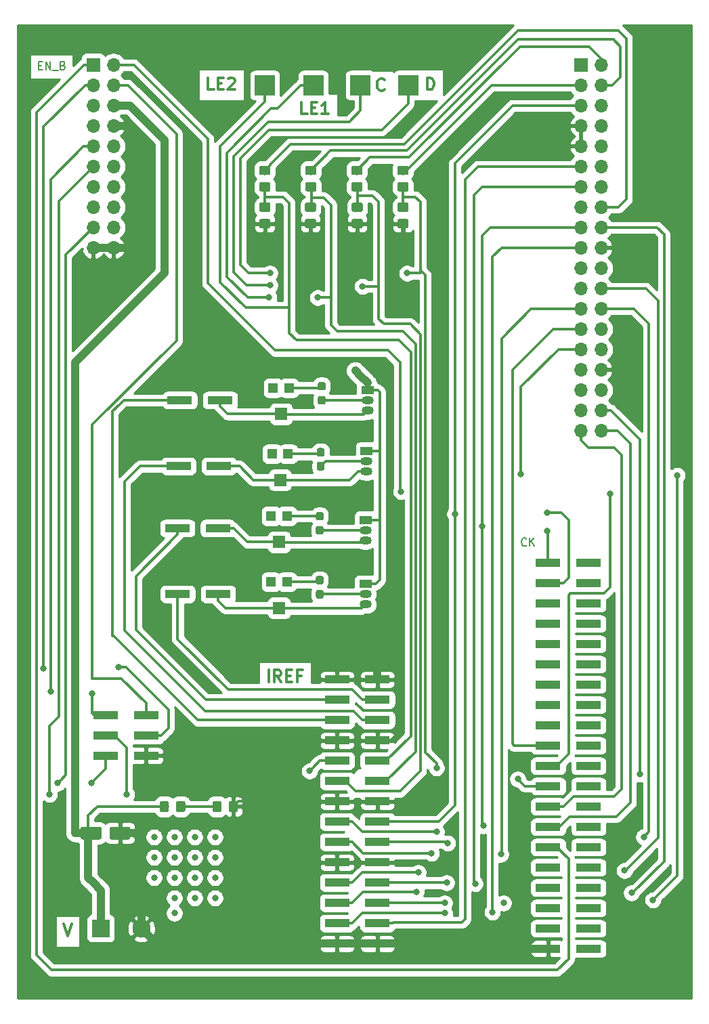
<source format=gbr>
G04 #@! TF.GenerationSoftware,KiCad,Pcbnew,(5.1.2)-2*
G04 #@! TF.CreationDate,2021-03-17T00:24:42+02:00*
G04 #@! TF.ProjectId,extension_board,65787465-6e73-4696-9f6e-5f626f617264,rev?*
G04 #@! TF.SameCoordinates,Original*
G04 #@! TF.FileFunction,Copper,L1,Top*
G04 #@! TF.FilePolarity,Positive*
%FSLAX46Y46*%
G04 Gerber Fmt 4.6, Leading zero omitted, Abs format (unit mm)*
G04 Created by KiCad (PCBNEW (5.1.2)-2) date 2021-03-17 00:24:42*
%MOMM*%
%LPD*%
G04 APERTURE LIST*
%ADD10C,0.200000*%
%ADD11C,0.300000*%
%ADD12O,1.500000X1.050000*%
%ADD13R,1.500000X1.050000*%
%ADD14O,1.700000X1.700000*%
%ADD15R,1.700000X1.700000*%
%ADD16C,0.100000*%
%ADD17C,1.600000*%
%ADD18R,3.150000X1.000000*%
%ADD19C,1.150000*%
%ADD20R,2.200000X2.200000*%
%ADD21C,2.300000*%
%ADD22C,0.950000*%
%ADD23R,1.200000X1.200000*%
%ADD24R,1.600000X1.500000*%
%ADD25R,2.500000X2.500000*%
%ADD26C,0.800000*%
%ADD27C,1.000000*%
%ADD28C,0.254000*%
G04 APERTURE END LIST*
D10*
X16065523Y-100687142D02*
X16017904Y-100734761D01*
X15875047Y-100782380D01*
X15779809Y-100782380D01*
X15636952Y-100734761D01*
X15541714Y-100639523D01*
X15494095Y-100544285D01*
X15446476Y-100353809D01*
X15446476Y-100210952D01*
X15494095Y-100020476D01*
X15541714Y-99925238D01*
X15636952Y-99830000D01*
X15779809Y-99782380D01*
X15875047Y-99782380D01*
X16017904Y-99830000D01*
X16065523Y-99877619D01*
X16494095Y-100782380D02*
X16494095Y-99782380D01*
X17065523Y-100782380D02*
X16636952Y-100210952D01*
X17065523Y-99782380D02*
X16494095Y-100353809D01*
D11*
X-16168428Y-117772571D02*
X-16168428Y-116272571D01*
X-14597000Y-117772571D02*
X-15097000Y-117058285D01*
X-15454142Y-117772571D02*
X-15454142Y-116272571D01*
X-14882714Y-116272571D01*
X-14739857Y-116344000D01*
X-14668428Y-116415428D01*
X-14597000Y-116558285D01*
X-14597000Y-116772571D01*
X-14668428Y-116915428D01*
X-14739857Y-116986857D01*
X-14882714Y-117058285D01*
X-15454142Y-117058285D01*
X-13954142Y-116986857D02*
X-13454142Y-116986857D01*
X-13239857Y-117772571D02*
X-13954142Y-117772571D01*
X-13954142Y-116272571D01*
X-13239857Y-116272571D01*
X-12097000Y-116986857D02*
X-12597000Y-116986857D01*
X-12597000Y-117772571D02*
X-12597000Y-116272571D01*
X-11882714Y-116272571D01*
X-41775000Y-148022571D02*
X-41275000Y-149522571D01*
X-40775000Y-148022571D01*
D10*
X-44926047Y-40695571D02*
X-44592714Y-40695571D01*
X-44449857Y-41219380D02*
X-44926047Y-41219380D01*
X-44926047Y-40219380D01*
X-44449857Y-40219380D01*
X-44021285Y-41219380D02*
X-44021285Y-40219380D01*
X-43449857Y-41219380D01*
X-43449857Y-40219380D01*
X-43211761Y-41314619D02*
X-42449857Y-41314619D01*
X-41878428Y-40695571D02*
X-41735571Y-40743190D01*
X-41687952Y-40790809D01*
X-41640333Y-40886047D01*
X-41640333Y-41028904D01*
X-41687952Y-41124142D01*
X-41735571Y-41171761D01*
X-41830809Y-41219380D01*
X-42211761Y-41219380D01*
X-42211761Y-40219380D01*
X-41878428Y-40219380D01*
X-41783190Y-40267000D01*
X-41735571Y-40314619D01*
X-41687952Y-40409857D01*
X-41687952Y-40505095D01*
X-41735571Y-40600333D01*
X-41783190Y-40647952D01*
X-41878428Y-40695571D01*
X-42211761Y-40695571D01*
D11*
X-1694714Y-43715714D02*
X-1766142Y-43787142D01*
X-1980428Y-43858571D01*
X-2123285Y-43858571D01*
X-2337571Y-43787142D01*
X-2480428Y-43644285D01*
X-2551857Y-43501428D01*
X-2623285Y-43215714D01*
X-2623285Y-43001428D01*
X-2551857Y-42715714D01*
X-2480428Y-42572857D01*
X-2337571Y-42430000D01*
X-2123285Y-42358571D01*
X-1980428Y-42358571D01*
X-1766142Y-42430000D01*
X-1694714Y-42501428D01*
X3671142Y-43731571D02*
X3671142Y-42231571D01*
X4028285Y-42231571D01*
X4242571Y-42303000D01*
X4385428Y-42445857D01*
X4456857Y-42588714D01*
X4528285Y-42874428D01*
X4528285Y-43088714D01*
X4456857Y-43374428D01*
X4385428Y-43517285D01*
X4242571Y-43660142D01*
X4028285Y-43731571D01*
X3671142Y-43731571D01*
X-11342571Y-46779571D02*
X-12056857Y-46779571D01*
X-12056857Y-45279571D01*
X-10842571Y-45993857D02*
X-10342571Y-45993857D01*
X-10128285Y-46779571D02*
X-10842571Y-46779571D01*
X-10842571Y-45279571D01*
X-10128285Y-45279571D01*
X-8699714Y-46779571D02*
X-9556857Y-46779571D01*
X-9128285Y-46779571D02*
X-9128285Y-45279571D01*
X-9271142Y-45493857D01*
X-9414000Y-45636714D01*
X-9556857Y-45708142D01*
X-23026571Y-43731571D02*
X-23740857Y-43731571D01*
X-23740857Y-42231571D01*
X-22526571Y-42945857D02*
X-22026571Y-42945857D01*
X-21812285Y-43731571D02*
X-22526571Y-43731571D01*
X-22526571Y-42231571D01*
X-21812285Y-42231571D01*
X-21240857Y-42374428D02*
X-21169428Y-42303000D01*
X-21026571Y-42231571D01*
X-20669428Y-42231571D01*
X-20526571Y-42303000D01*
X-20455142Y-42374428D01*
X-20383714Y-42517285D01*
X-20383714Y-42660142D01*
X-20455142Y-42874428D01*
X-21312285Y-43731571D01*
X-20383714Y-43731571D01*
D12*
X-3810000Y-82550000D03*
X-3810000Y-83820000D03*
D13*
X-3810000Y-81280000D03*
D14*
X25400000Y-86360000D03*
X22860000Y-86360000D03*
X25400000Y-83820000D03*
X22860000Y-83820000D03*
X25400000Y-81280000D03*
X22860000Y-81280000D03*
X25400000Y-78740000D03*
X22860000Y-78740000D03*
X25400000Y-76200000D03*
X22860000Y-76200000D03*
X25400000Y-73660000D03*
X22860000Y-73660000D03*
X25400000Y-71120000D03*
X22860000Y-71120000D03*
X25400000Y-68580000D03*
X22860000Y-68580000D03*
X25400000Y-66040000D03*
X22860000Y-66040000D03*
X25400000Y-63500000D03*
X22860000Y-63500000D03*
X25400000Y-60960000D03*
X22860000Y-60960000D03*
X25400000Y-58420000D03*
X22860000Y-58420000D03*
X25400000Y-55880000D03*
X22860000Y-55880000D03*
X25400000Y-53340000D03*
X22860000Y-53340000D03*
X25400000Y-50800000D03*
X22860000Y-50800000D03*
X25400000Y-48260000D03*
X22860000Y-48260000D03*
X25400000Y-45720000D03*
X22860000Y-45720000D03*
X25400000Y-43180000D03*
X22860000Y-43180000D03*
X25400000Y-40640000D03*
D15*
X22860000Y-40640000D03*
D14*
X-35560000Y-63500000D03*
X-38100000Y-63500000D03*
X-35560000Y-60960000D03*
X-38100000Y-60960000D03*
X-35560000Y-58420000D03*
X-38100000Y-58420000D03*
X-35560000Y-55880000D03*
X-38100000Y-55880000D03*
X-35560000Y-53340000D03*
X-38100000Y-53340000D03*
X-35560000Y-50800000D03*
X-38100000Y-50800000D03*
X-35560000Y-48260000D03*
X-38100000Y-48260000D03*
X-35560000Y-45720000D03*
X-38100000Y-45720000D03*
X-35560000Y-43180000D03*
X-38100000Y-43180000D03*
X-35560000Y-40640000D03*
D15*
X-38100000Y-40640000D03*
D16*
G36*
X-37275496Y-135869204D02*
G01*
X-37251227Y-135872804D01*
X-37227429Y-135878765D01*
X-37204329Y-135887030D01*
X-37182151Y-135897520D01*
X-37161107Y-135910133D01*
X-37141402Y-135924747D01*
X-37123223Y-135941223D01*
X-37106747Y-135959402D01*
X-37092133Y-135979107D01*
X-37079520Y-136000151D01*
X-37069030Y-136022329D01*
X-37060765Y-136045429D01*
X-37054804Y-136069227D01*
X-37051204Y-136093496D01*
X-37050000Y-136118000D01*
X-37050000Y-137218000D01*
X-37051204Y-137242504D01*
X-37054804Y-137266773D01*
X-37060765Y-137290571D01*
X-37069030Y-137313671D01*
X-37079520Y-137335849D01*
X-37092133Y-137356893D01*
X-37106747Y-137376598D01*
X-37123223Y-137394777D01*
X-37141402Y-137411253D01*
X-37161107Y-137425867D01*
X-37182151Y-137438480D01*
X-37204329Y-137448970D01*
X-37227429Y-137457235D01*
X-37251227Y-137463196D01*
X-37275496Y-137466796D01*
X-37300000Y-137468000D01*
X-39400000Y-137468000D01*
X-39424504Y-137466796D01*
X-39448773Y-137463196D01*
X-39472571Y-137457235D01*
X-39495671Y-137448970D01*
X-39517849Y-137438480D01*
X-39538893Y-137425867D01*
X-39558598Y-137411253D01*
X-39576777Y-137394777D01*
X-39593253Y-137376598D01*
X-39607867Y-137356893D01*
X-39620480Y-137335849D01*
X-39630970Y-137313671D01*
X-39639235Y-137290571D01*
X-39645196Y-137266773D01*
X-39648796Y-137242504D01*
X-39650000Y-137218000D01*
X-39650000Y-136118000D01*
X-39648796Y-136093496D01*
X-39645196Y-136069227D01*
X-39639235Y-136045429D01*
X-39630970Y-136022329D01*
X-39620480Y-136000151D01*
X-39607867Y-135979107D01*
X-39593253Y-135959402D01*
X-39576777Y-135941223D01*
X-39558598Y-135924747D01*
X-39538893Y-135910133D01*
X-39517849Y-135897520D01*
X-39495671Y-135887030D01*
X-39472571Y-135878765D01*
X-39448773Y-135872804D01*
X-39424504Y-135869204D01*
X-39400000Y-135868000D01*
X-37300000Y-135868000D01*
X-37275496Y-135869204D01*
X-37275496Y-135869204D01*
G37*
D17*
X-38350000Y-136668000D03*
D16*
G36*
X-33675496Y-135869204D02*
G01*
X-33651227Y-135872804D01*
X-33627429Y-135878765D01*
X-33604329Y-135887030D01*
X-33582151Y-135897520D01*
X-33561107Y-135910133D01*
X-33541402Y-135924747D01*
X-33523223Y-135941223D01*
X-33506747Y-135959402D01*
X-33492133Y-135979107D01*
X-33479520Y-136000151D01*
X-33469030Y-136022329D01*
X-33460765Y-136045429D01*
X-33454804Y-136069227D01*
X-33451204Y-136093496D01*
X-33450000Y-136118000D01*
X-33450000Y-137218000D01*
X-33451204Y-137242504D01*
X-33454804Y-137266773D01*
X-33460765Y-137290571D01*
X-33469030Y-137313671D01*
X-33479520Y-137335849D01*
X-33492133Y-137356893D01*
X-33506747Y-137376598D01*
X-33523223Y-137394777D01*
X-33541402Y-137411253D01*
X-33561107Y-137425867D01*
X-33582151Y-137438480D01*
X-33604329Y-137448970D01*
X-33627429Y-137457235D01*
X-33651227Y-137463196D01*
X-33675496Y-137466796D01*
X-33700000Y-137468000D01*
X-35800000Y-137468000D01*
X-35824504Y-137466796D01*
X-35848773Y-137463196D01*
X-35872571Y-137457235D01*
X-35895671Y-137448970D01*
X-35917849Y-137438480D01*
X-35938893Y-137425867D01*
X-35958598Y-137411253D01*
X-35976777Y-137394777D01*
X-35993253Y-137376598D01*
X-36007867Y-137356893D01*
X-36020480Y-137335849D01*
X-36030970Y-137313671D01*
X-36039235Y-137290571D01*
X-36045196Y-137266773D01*
X-36048796Y-137242504D01*
X-36050000Y-137218000D01*
X-36050000Y-136118000D01*
X-36048796Y-136093496D01*
X-36045196Y-136069227D01*
X-36039235Y-136045429D01*
X-36030970Y-136022329D01*
X-36020480Y-136000151D01*
X-36007867Y-135979107D01*
X-35993253Y-135959402D01*
X-35976777Y-135941223D01*
X-35958598Y-135924747D01*
X-35938893Y-135910133D01*
X-35917849Y-135897520D01*
X-35895671Y-135887030D01*
X-35872571Y-135878765D01*
X-35848773Y-135872804D01*
X-35824504Y-135869204D01*
X-35800000Y-135868000D01*
X-33700000Y-135868000D01*
X-33675496Y-135869204D01*
X-33675496Y-135869204D01*
G37*
D17*
X-34750000Y-136668000D03*
D18*
X18785000Y-102870000D03*
X23835000Y-102870000D03*
X18785000Y-105410000D03*
X23835000Y-105410000D03*
X18785000Y-107950000D03*
X23835000Y-107950000D03*
X18785000Y-110490000D03*
X23835000Y-110490000D03*
X18785000Y-113030000D03*
X23835000Y-113030000D03*
X18785000Y-115570000D03*
X23835000Y-115570000D03*
X18785000Y-118110000D03*
X23835000Y-118110000D03*
X18785000Y-120650000D03*
X23835000Y-120650000D03*
X18785000Y-123190000D03*
X23835000Y-123190000D03*
X18785000Y-125730000D03*
X23835000Y-125730000D03*
X18785000Y-128270000D03*
X23835000Y-128270000D03*
X18785000Y-130810000D03*
X23835000Y-130810000D03*
X18785000Y-133350000D03*
X23835000Y-133350000D03*
X18785000Y-135890000D03*
X23835000Y-135890000D03*
X18785000Y-138430000D03*
X23835000Y-138430000D03*
X18785000Y-140970000D03*
X23835000Y-140970000D03*
X18785000Y-143510000D03*
X23835000Y-143510000D03*
X18785000Y-146050000D03*
X23835000Y-146050000D03*
X18785000Y-148590000D03*
X23835000Y-148590000D03*
X18785000Y-151130000D03*
X23835000Y-151130000D03*
D16*
G36*
X-26810495Y-132651204D02*
G01*
X-26786227Y-132654804D01*
X-26762428Y-132660765D01*
X-26739329Y-132669030D01*
X-26717150Y-132679520D01*
X-26696107Y-132692132D01*
X-26676401Y-132706747D01*
X-26658223Y-132723223D01*
X-26641747Y-132741401D01*
X-26627132Y-132761107D01*
X-26614520Y-132782150D01*
X-26604030Y-132804329D01*
X-26595765Y-132827428D01*
X-26589804Y-132851227D01*
X-26586204Y-132875495D01*
X-26585000Y-132899999D01*
X-26585000Y-133800001D01*
X-26586204Y-133824505D01*
X-26589804Y-133848773D01*
X-26595765Y-133872572D01*
X-26604030Y-133895671D01*
X-26614520Y-133917850D01*
X-26627132Y-133938893D01*
X-26641747Y-133958599D01*
X-26658223Y-133976777D01*
X-26676401Y-133993253D01*
X-26696107Y-134007868D01*
X-26717150Y-134020480D01*
X-26739329Y-134030970D01*
X-26762428Y-134039235D01*
X-26786227Y-134045196D01*
X-26810495Y-134048796D01*
X-26834999Y-134050000D01*
X-27485001Y-134050000D01*
X-27509505Y-134048796D01*
X-27533773Y-134045196D01*
X-27557572Y-134039235D01*
X-27580671Y-134030970D01*
X-27602850Y-134020480D01*
X-27623893Y-134007868D01*
X-27643599Y-133993253D01*
X-27661777Y-133976777D01*
X-27678253Y-133958599D01*
X-27692868Y-133938893D01*
X-27705480Y-133917850D01*
X-27715970Y-133895671D01*
X-27724235Y-133872572D01*
X-27730196Y-133848773D01*
X-27733796Y-133824505D01*
X-27735000Y-133800001D01*
X-27735000Y-132899999D01*
X-27733796Y-132875495D01*
X-27730196Y-132851227D01*
X-27724235Y-132827428D01*
X-27715970Y-132804329D01*
X-27705480Y-132782150D01*
X-27692868Y-132761107D01*
X-27678253Y-132741401D01*
X-27661777Y-132723223D01*
X-27643599Y-132706747D01*
X-27623893Y-132692132D01*
X-27602850Y-132679520D01*
X-27580671Y-132669030D01*
X-27557572Y-132660765D01*
X-27533773Y-132654804D01*
X-27509505Y-132651204D01*
X-27485001Y-132650000D01*
X-26834999Y-132650000D01*
X-26810495Y-132651204D01*
X-26810495Y-132651204D01*
G37*
D19*
X-27160000Y-133350000D03*
D16*
G36*
X-28860495Y-132651204D02*
G01*
X-28836227Y-132654804D01*
X-28812428Y-132660765D01*
X-28789329Y-132669030D01*
X-28767150Y-132679520D01*
X-28746107Y-132692132D01*
X-28726401Y-132706747D01*
X-28708223Y-132723223D01*
X-28691747Y-132741401D01*
X-28677132Y-132761107D01*
X-28664520Y-132782150D01*
X-28654030Y-132804329D01*
X-28645765Y-132827428D01*
X-28639804Y-132851227D01*
X-28636204Y-132875495D01*
X-28635000Y-132899999D01*
X-28635000Y-133800001D01*
X-28636204Y-133824505D01*
X-28639804Y-133848773D01*
X-28645765Y-133872572D01*
X-28654030Y-133895671D01*
X-28664520Y-133917850D01*
X-28677132Y-133938893D01*
X-28691747Y-133958599D01*
X-28708223Y-133976777D01*
X-28726401Y-133993253D01*
X-28746107Y-134007868D01*
X-28767150Y-134020480D01*
X-28789329Y-134030970D01*
X-28812428Y-134039235D01*
X-28836227Y-134045196D01*
X-28860495Y-134048796D01*
X-28884999Y-134050000D01*
X-29535001Y-134050000D01*
X-29559505Y-134048796D01*
X-29583773Y-134045196D01*
X-29607572Y-134039235D01*
X-29630671Y-134030970D01*
X-29652850Y-134020480D01*
X-29673893Y-134007868D01*
X-29693599Y-133993253D01*
X-29711777Y-133976777D01*
X-29728253Y-133958599D01*
X-29742868Y-133938893D01*
X-29755480Y-133917850D01*
X-29765970Y-133895671D01*
X-29774235Y-133872572D01*
X-29780196Y-133848773D01*
X-29783796Y-133824505D01*
X-29785000Y-133800001D01*
X-29785000Y-132899999D01*
X-29783796Y-132875495D01*
X-29780196Y-132851227D01*
X-29774235Y-132827428D01*
X-29765970Y-132804329D01*
X-29755480Y-132782150D01*
X-29742868Y-132761107D01*
X-29728253Y-132741401D01*
X-29711777Y-132723223D01*
X-29693599Y-132706747D01*
X-29673893Y-132692132D01*
X-29652850Y-132679520D01*
X-29630671Y-132669030D01*
X-29607572Y-132660765D01*
X-29583773Y-132654804D01*
X-29559505Y-132651204D01*
X-29535001Y-132650000D01*
X-28884999Y-132650000D01*
X-28860495Y-132651204D01*
X-28860495Y-132651204D01*
G37*
D19*
X-29210000Y-133350000D03*
D20*
X-37150000Y-148590000D03*
D21*
X-32070000Y-148590000D03*
D18*
X-27529000Y-106807000D03*
X-22479000Y-106807000D03*
X-22509000Y-98552000D03*
X-27559000Y-98552000D03*
X-22225000Y-82550000D03*
X-27275000Y-82550000D03*
X-36525000Y-121920000D03*
X-31475000Y-121920000D03*
X-36525000Y-124460000D03*
X-31475000Y-124460000D03*
X-36525000Y-127000000D03*
X-31475000Y-127000000D03*
X-27417000Y-90805000D03*
X-22367000Y-90805000D03*
X-7605000Y-117475000D03*
X-2555000Y-117475000D03*
X-7605000Y-120015000D03*
X-2555000Y-120015000D03*
X-7605000Y-122555000D03*
X-2555000Y-122555000D03*
X-7605000Y-125095000D03*
X-2555000Y-125095000D03*
X-7605000Y-127635000D03*
X-2555000Y-127635000D03*
X-7605000Y-130175000D03*
X-2555000Y-130175000D03*
X-7605000Y-132715000D03*
X-2555000Y-132715000D03*
X-7605000Y-135255000D03*
X-2555000Y-135255000D03*
X-7605000Y-137795000D03*
X-2555000Y-137795000D03*
X-7605000Y-140335000D03*
X-2555000Y-140335000D03*
X-7605000Y-142875000D03*
X-2555000Y-142875000D03*
X-7605000Y-145415000D03*
X-2555000Y-145415000D03*
X-7605000Y-147955000D03*
X-2555000Y-147955000D03*
X-7605000Y-150495000D03*
X-2555000Y-150495000D03*
D16*
G36*
X1109505Y-55306204D02*
G01*
X1133773Y-55309804D01*
X1157572Y-55315765D01*
X1180671Y-55324030D01*
X1202850Y-55334520D01*
X1223893Y-55347132D01*
X1243599Y-55361747D01*
X1261777Y-55378223D01*
X1278253Y-55396401D01*
X1292868Y-55416107D01*
X1305480Y-55437150D01*
X1315970Y-55459329D01*
X1324235Y-55482428D01*
X1330196Y-55506227D01*
X1333796Y-55530495D01*
X1335000Y-55554999D01*
X1335000Y-56205001D01*
X1333796Y-56229505D01*
X1330196Y-56253773D01*
X1324235Y-56277572D01*
X1315970Y-56300671D01*
X1305480Y-56322850D01*
X1292868Y-56343893D01*
X1278253Y-56363599D01*
X1261777Y-56381777D01*
X1243599Y-56398253D01*
X1223893Y-56412868D01*
X1202850Y-56425480D01*
X1180671Y-56435970D01*
X1157572Y-56444235D01*
X1133773Y-56450196D01*
X1109505Y-56453796D01*
X1085001Y-56455000D01*
X184999Y-56455000D01*
X160495Y-56453796D01*
X136227Y-56450196D01*
X112428Y-56444235D01*
X89329Y-56435970D01*
X67150Y-56425480D01*
X46107Y-56412868D01*
X26401Y-56398253D01*
X8223Y-56381777D01*
X-8253Y-56363599D01*
X-22868Y-56343893D01*
X-35480Y-56322850D01*
X-45970Y-56300671D01*
X-54235Y-56277572D01*
X-60196Y-56253773D01*
X-63796Y-56229505D01*
X-65000Y-56205001D01*
X-65000Y-55554999D01*
X-63796Y-55530495D01*
X-60196Y-55506227D01*
X-54235Y-55482428D01*
X-45970Y-55459329D01*
X-35480Y-55437150D01*
X-22868Y-55416107D01*
X-8253Y-55396401D01*
X8223Y-55378223D01*
X26401Y-55361747D01*
X46107Y-55347132D01*
X67150Y-55334520D01*
X89329Y-55324030D01*
X112428Y-55315765D01*
X136227Y-55309804D01*
X160495Y-55306204D01*
X184999Y-55305000D01*
X1085001Y-55305000D01*
X1109505Y-55306204D01*
X1109505Y-55306204D01*
G37*
D19*
X635000Y-55880000D03*
D16*
G36*
X1109505Y-53256204D02*
G01*
X1133773Y-53259804D01*
X1157572Y-53265765D01*
X1180671Y-53274030D01*
X1202850Y-53284520D01*
X1223893Y-53297132D01*
X1243599Y-53311747D01*
X1261777Y-53328223D01*
X1278253Y-53346401D01*
X1292868Y-53366107D01*
X1305480Y-53387150D01*
X1315970Y-53409329D01*
X1324235Y-53432428D01*
X1330196Y-53456227D01*
X1333796Y-53480495D01*
X1335000Y-53504999D01*
X1335000Y-54155001D01*
X1333796Y-54179505D01*
X1330196Y-54203773D01*
X1324235Y-54227572D01*
X1315970Y-54250671D01*
X1305480Y-54272850D01*
X1292868Y-54293893D01*
X1278253Y-54313599D01*
X1261777Y-54331777D01*
X1243599Y-54348253D01*
X1223893Y-54362868D01*
X1202850Y-54375480D01*
X1180671Y-54385970D01*
X1157572Y-54394235D01*
X1133773Y-54400196D01*
X1109505Y-54403796D01*
X1085001Y-54405000D01*
X184999Y-54405000D01*
X160495Y-54403796D01*
X136227Y-54400196D01*
X112428Y-54394235D01*
X89329Y-54385970D01*
X67150Y-54375480D01*
X46107Y-54362868D01*
X26401Y-54348253D01*
X8223Y-54331777D01*
X-8253Y-54313599D01*
X-22868Y-54293893D01*
X-35480Y-54272850D01*
X-45970Y-54250671D01*
X-54235Y-54227572D01*
X-60196Y-54203773D01*
X-63796Y-54179505D01*
X-65000Y-54155001D01*
X-65000Y-53504999D01*
X-63796Y-53480495D01*
X-60196Y-53456227D01*
X-54235Y-53432428D01*
X-45970Y-53409329D01*
X-35480Y-53387150D01*
X-22868Y-53366107D01*
X-8253Y-53346401D01*
X8223Y-53328223D01*
X26401Y-53311747D01*
X46107Y-53297132D01*
X67150Y-53284520D01*
X89329Y-53274030D01*
X112428Y-53265765D01*
X136227Y-53259804D01*
X160495Y-53256204D01*
X184999Y-53255000D01*
X1085001Y-53255000D01*
X1109505Y-53256204D01*
X1109505Y-53256204D01*
G37*
D19*
X635000Y-53830000D03*
D16*
G36*
X1109505Y-57846204D02*
G01*
X1133773Y-57849804D01*
X1157572Y-57855765D01*
X1180671Y-57864030D01*
X1202850Y-57874520D01*
X1223893Y-57887132D01*
X1243599Y-57901747D01*
X1261777Y-57918223D01*
X1278253Y-57936401D01*
X1292868Y-57956107D01*
X1305480Y-57977150D01*
X1315970Y-57999329D01*
X1324235Y-58022428D01*
X1330196Y-58046227D01*
X1333796Y-58070495D01*
X1335000Y-58094999D01*
X1335000Y-58745001D01*
X1333796Y-58769505D01*
X1330196Y-58793773D01*
X1324235Y-58817572D01*
X1315970Y-58840671D01*
X1305480Y-58862850D01*
X1292868Y-58883893D01*
X1278253Y-58903599D01*
X1261777Y-58921777D01*
X1243599Y-58938253D01*
X1223893Y-58952868D01*
X1202850Y-58965480D01*
X1180671Y-58975970D01*
X1157572Y-58984235D01*
X1133773Y-58990196D01*
X1109505Y-58993796D01*
X1085001Y-58995000D01*
X184999Y-58995000D01*
X160495Y-58993796D01*
X136227Y-58990196D01*
X112428Y-58984235D01*
X89329Y-58975970D01*
X67150Y-58965480D01*
X46107Y-58952868D01*
X26401Y-58938253D01*
X8223Y-58921777D01*
X-8253Y-58903599D01*
X-22868Y-58883893D01*
X-35480Y-58862850D01*
X-45970Y-58840671D01*
X-54235Y-58817572D01*
X-60196Y-58793773D01*
X-63796Y-58769505D01*
X-65000Y-58745001D01*
X-65000Y-58094999D01*
X-63796Y-58070495D01*
X-60196Y-58046227D01*
X-54235Y-58022428D01*
X-45970Y-57999329D01*
X-35480Y-57977150D01*
X-22868Y-57956107D01*
X-8253Y-57936401D01*
X8223Y-57918223D01*
X26401Y-57901747D01*
X46107Y-57887132D01*
X67150Y-57874520D01*
X89329Y-57864030D01*
X112428Y-57855765D01*
X136227Y-57849804D01*
X160495Y-57846204D01*
X184999Y-57845000D01*
X1085001Y-57845000D01*
X1109505Y-57846204D01*
X1109505Y-57846204D01*
G37*
D19*
X635000Y-58420000D03*
D16*
G36*
X1109505Y-59896204D02*
G01*
X1133773Y-59899804D01*
X1157572Y-59905765D01*
X1180671Y-59914030D01*
X1202850Y-59924520D01*
X1223893Y-59937132D01*
X1243599Y-59951747D01*
X1261777Y-59968223D01*
X1278253Y-59986401D01*
X1292868Y-60006107D01*
X1305480Y-60027150D01*
X1315970Y-60049329D01*
X1324235Y-60072428D01*
X1330196Y-60096227D01*
X1333796Y-60120495D01*
X1335000Y-60144999D01*
X1335000Y-60795001D01*
X1333796Y-60819505D01*
X1330196Y-60843773D01*
X1324235Y-60867572D01*
X1315970Y-60890671D01*
X1305480Y-60912850D01*
X1292868Y-60933893D01*
X1278253Y-60953599D01*
X1261777Y-60971777D01*
X1243599Y-60988253D01*
X1223893Y-61002868D01*
X1202850Y-61015480D01*
X1180671Y-61025970D01*
X1157572Y-61034235D01*
X1133773Y-61040196D01*
X1109505Y-61043796D01*
X1085001Y-61045000D01*
X184999Y-61045000D01*
X160495Y-61043796D01*
X136227Y-61040196D01*
X112428Y-61034235D01*
X89329Y-61025970D01*
X67150Y-61015480D01*
X46107Y-61002868D01*
X26401Y-60988253D01*
X8223Y-60971777D01*
X-8253Y-60953599D01*
X-22868Y-60933893D01*
X-35480Y-60912850D01*
X-45970Y-60890671D01*
X-54235Y-60867572D01*
X-60196Y-60843773D01*
X-63796Y-60819505D01*
X-65000Y-60795001D01*
X-65000Y-60144999D01*
X-63796Y-60120495D01*
X-60196Y-60096227D01*
X-54235Y-60072428D01*
X-45970Y-60049329D01*
X-35480Y-60027150D01*
X-22868Y-60006107D01*
X-8253Y-59986401D01*
X8223Y-59968223D01*
X26401Y-59951747D01*
X46107Y-59937132D01*
X67150Y-59924520D01*
X89329Y-59914030D01*
X112428Y-59905765D01*
X136227Y-59899804D01*
X160495Y-59896204D01*
X184999Y-59895000D01*
X1085001Y-59895000D01*
X1109505Y-59896204D01*
X1109505Y-59896204D01*
G37*
D19*
X635000Y-60470000D03*
D16*
G36*
X-4647829Y-55306204D02*
G01*
X-4623561Y-55309804D01*
X-4599762Y-55315765D01*
X-4576663Y-55324030D01*
X-4554484Y-55334520D01*
X-4533441Y-55347132D01*
X-4513735Y-55361747D01*
X-4495557Y-55378223D01*
X-4479081Y-55396401D01*
X-4464466Y-55416107D01*
X-4451854Y-55437150D01*
X-4441364Y-55459329D01*
X-4433099Y-55482428D01*
X-4427138Y-55506227D01*
X-4423538Y-55530495D01*
X-4422334Y-55554999D01*
X-4422334Y-56205001D01*
X-4423538Y-56229505D01*
X-4427138Y-56253773D01*
X-4433099Y-56277572D01*
X-4441364Y-56300671D01*
X-4451854Y-56322850D01*
X-4464466Y-56343893D01*
X-4479081Y-56363599D01*
X-4495557Y-56381777D01*
X-4513735Y-56398253D01*
X-4533441Y-56412868D01*
X-4554484Y-56425480D01*
X-4576663Y-56435970D01*
X-4599762Y-56444235D01*
X-4623561Y-56450196D01*
X-4647829Y-56453796D01*
X-4672333Y-56455000D01*
X-5572335Y-56455000D01*
X-5596839Y-56453796D01*
X-5621107Y-56450196D01*
X-5644906Y-56444235D01*
X-5668005Y-56435970D01*
X-5690184Y-56425480D01*
X-5711227Y-56412868D01*
X-5730933Y-56398253D01*
X-5749111Y-56381777D01*
X-5765587Y-56363599D01*
X-5780202Y-56343893D01*
X-5792814Y-56322850D01*
X-5803304Y-56300671D01*
X-5811569Y-56277572D01*
X-5817530Y-56253773D01*
X-5821130Y-56229505D01*
X-5822334Y-56205001D01*
X-5822334Y-55554999D01*
X-5821130Y-55530495D01*
X-5817530Y-55506227D01*
X-5811569Y-55482428D01*
X-5803304Y-55459329D01*
X-5792814Y-55437150D01*
X-5780202Y-55416107D01*
X-5765587Y-55396401D01*
X-5749111Y-55378223D01*
X-5730933Y-55361747D01*
X-5711227Y-55347132D01*
X-5690184Y-55334520D01*
X-5668005Y-55324030D01*
X-5644906Y-55315765D01*
X-5621107Y-55309804D01*
X-5596839Y-55306204D01*
X-5572335Y-55305000D01*
X-4672333Y-55305000D01*
X-4647829Y-55306204D01*
X-4647829Y-55306204D01*
G37*
D19*
X-5122334Y-55880000D03*
D16*
G36*
X-4647829Y-53256204D02*
G01*
X-4623561Y-53259804D01*
X-4599762Y-53265765D01*
X-4576663Y-53274030D01*
X-4554484Y-53284520D01*
X-4533441Y-53297132D01*
X-4513735Y-53311747D01*
X-4495557Y-53328223D01*
X-4479081Y-53346401D01*
X-4464466Y-53366107D01*
X-4451854Y-53387150D01*
X-4441364Y-53409329D01*
X-4433099Y-53432428D01*
X-4427138Y-53456227D01*
X-4423538Y-53480495D01*
X-4422334Y-53504999D01*
X-4422334Y-54155001D01*
X-4423538Y-54179505D01*
X-4427138Y-54203773D01*
X-4433099Y-54227572D01*
X-4441364Y-54250671D01*
X-4451854Y-54272850D01*
X-4464466Y-54293893D01*
X-4479081Y-54313599D01*
X-4495557Y-54331777D01*
X-4513735Y-54348253D01*
X-4533441Y-54362868D01*
X-4554484Y-54375480D01*
X-4576663Y-54385970D01*
X-4599762Y-54394235D01*
X-4623561Y-54400196D01*
X-4647829Y-54403796D01*
X-4672333Y-54405000D01*
X-5572335Y-54405000D01*
X-5596839Y-54403796D01*
X-5621107Y-54400196D01*
X-5644906Y-54394235D01*
X-5668005Y-54385970D01*
X-5690184Y-54375480D01*
X-5711227Y-54362868D01*
X-5730933Y-54348253D01*
X-5749111Y-54331777D01*
X-5765587Y-54313599D01*
X-5780202Y-54293893D01*
X-5792814Y-54272850D01*
X-5803304Y-54250671D01*
X-5811569Y-54227572D01*
X-5817530Y-54203773D01*
X-5821130Y-54179505D01*
X-5822334Y-54155001D01*
X-5822334Y-53504999D01*
X-5821130Y-53480495D01*
X-5817530Y-53456227D01*
X-5811569Y-53432428D01*
X-5803304Y-53409329D01*
X-5792814Y-53387150D01*
X-5780202Y-53366107D01*
X-5765587Y-53346401D01*
X-5749111Y-53328223D01*
X-5730933Y-53311747D01*
X-5711227Y-53297132D01*
X-5690184Y-53284520D01*
X-5668005Y-53274030D01*
X-5644906Y-53265765D01*
X-5621107Y-53259804D01*
X-5596839Y-53256204D01*
X-5572335Y-53255000D01*
X-4672333Y-53255000D01*
X-4647829Y-53256204D01*
X-4647829Y-53256204D01*
G37*
D19*
X-5122334Y-53830000D03*
D16*
G36*
X-4605495Y-57846204D02*
G01*
X-4581227Y-57849804D01*
X-4557428Y-57855765D01*
X-4534329Y-57864030D01*
X-4512150Y-57874520D01*
X-4491107Y-57887132D01*
X-4471401Y-57901747D01*
X-4453223Y-57918223D01*
X-4436747Y-57936401D01*
X-4422132Y-57956107D01*
X-4409520Y-57977150D01*
X-4399030Y-57999329D01*
X-4390765Y-58022428D01*
X-4384804Y-58046227D01*
X-4381204Y-58070495D01*
X-4380000Y-58094999D01*
X-4380000Y-58745001D01*
X-4381204Y-58769505D01*
X-4384804Y-58793773D01*
X-4390765Y-58817572D01*
X-4399030Y-58840671D01*
X-4409520Y-58862850D01*
X-4422132Y-58883893D01*
X-4436747Y-58903599D01*
X-4453223Y-58921777D01*
X-4471401Y-58938253D01*
X-4491107Y-58952868D01*
X-4512150Y-58965480D01*
X-4534329Y-58975970D01*
X-4557428Y-58984235D01*
X-4581227Y-58990196D01*
X-4605495Y-58993796D01*
X-4629999Y-58995000D01*
X-5530001Y-58995000D01*
X-5554505Y-58993796D01*
X-5578773Y-58990196D01*
X-5602572Y-58984235D01*
X-5625671Y-58975970D01*
X-5647850Y-58965480D01*
X-5668893Y-58952868D01*
X-5688599Y-58938253D01*
X-5706777Y-58921777D01*
X-5723253Y-58903599D01*
X-5737868Y-58883893D01*
X-5750480Y-58862850D01*
X-5760970Y-58840671D01*
X-5769235Y-58817572D01*
X-5775196Y-58793773D01*
X-5778796Y-58769505D01*
X-5780000Y-58745001D01*
X-5780000Y-58094999D01*
X-5778796Y-58070495D01*
X-5775196Y-58046227D01*
X-5769235Y-58022428D01*
X-5760970Y-57999329D01*
X-5750480Y-57977150D01*
X-5737868Y-57956107D01*
X-5723253Y-57936401D01*
X-5706777Y-57918223D01*
X-5688599Y-57901747D01*
X-5668893Y-57887132D01*
X-5647850Y-57874520D01*
X-5625671Y-57864030D01*
X-5602572Y-57855765D01*
X-5578773Y-57849804D01*
X-5554505Y-57846204D01*
X-5530001Y-57845000D01*
X-4629999Y-57845000D01*
X-4605495Y-57846204D01*
X-4605495Y-57846204D01*
G37*
D19*
X-5080000Y-58420000D03*
D16*
G36*
X-4605495Y-59896204D02*
G01*
X-4581227Y-59899804D01*
X-4557428Y-59905765D01*
X-4534329Y-59914030D01*
X-4512150Y-59924520D01*
X-4491107Y-59937132D01*
X-4471401Y-59951747D01*
X-4453223Y-59968223D01*
X-4436747Y-59986401D01*
X-4422132Y-60006107D01*
X-4409520Y-60027150D01*
X-4399030Y-60049329D01*
X-4390765Y-60072428D01*
X-4384804Y-60096227D01*
X-4381204Y-60120495D01*
X-4380000Y-60144999D01*
X-4380000Y-60795001D01*
X-4381204Y-60819505D01*
X-4384804Y-60843773D01*
X-4390765Y-60867572D01*
X-4399030Y-60890671D01*
X-4409520Y-60912850D01*
X-4422132Y-60933893D01*
X-4436747Y-60953599D01*
X-4453223Y-60971777D01*
X-4471401Y-60988253D01*
X-4491107Y-61002868D01*
X-4512150Y-61015480D01*
X-4534329Y-61025970D01*
X-4557428Y-61034235D01*
X-4581227Y-61040196D01*
X-4605495Y-61043796D01*
X-4629999Y-61045000D01*
X-5530001Y-61045000D01*
X-5554505Y-61043796D01*
X-5578773Y-61040196D01*
X-5602572Y-61034235D01*
X-5625671Y-61025970D01*
X-5647850Y-61015480D01*
X-5668893Y-61002868D01*
X-5688599Y-60988253D01*
X-5706777Y-60971777D01*
X-5723253Y-60953599D01*
X-5737868Y-60933893D01*
X-5750480Y-60912850D01*
X-5760970Y-60890671D01*
X-5769235Y-60867572D01*
X-5775196Y-60843773D01*
X-5778796Y-60819505D01*
X-5780000Y-60795001D01*
X-5780000Y-60144999D01*
X-5778796Y-60120495D01*
X-5775196Y-60096227D01*
X-5769235Y-60072428D01*
X-5760970Y-60049329D01*
X-5750480Y-60027150D01*
X-5737868Y-60006107D01*
X-5723253Y-59986401D01*
X-5706777Y-59968223D01*
X-5688599Y-59951747D01*
X-5668893Y-59937132D01*
X-5647850Y-59924520D01*
X-5625671Y-59914030D01*
X-5602572Y-59905765D01*
X-5578773Y-59899804D01*
X-5554505Y-59896204D01*
X-5530001Y-59895000D01*
X-4629999Y-59895000D01*
X-4605495Y-59896204D01*
X-4605495Y-59896204D01*
G37*
D19*
X-5080000Y-60470000D03*
D16*
G36*
X-10405162Y-53256204D02*
G01*
X-10380894Y-53259804D01*
X-10357095Y-53265765D01*
X-10333996Y-53274030D01*
X-10311817Y-53284520D01*
X-10290774Y-53297132D01*
X-10271068Y-53311747D01*
X-10252890Y-53328223D01*
X-10236414Y-53346401D01*
X-10221799Y-53366107D01*
X-10209187Y-53387150D01*
X-10198697Y-53409329D01*
X-10190432Y-53432428D01*
X-10184471Y-53456227D01*
X-10180871Y-53480495D01*
X-10179667Y-53504999D01*
X-10179667Y-54155001D01*
X-10180871Y-54179505D01*
X-10184471Y-54203773D01*
X-10190432Y-54227572D01*
X-10198697Y-54250671D01*
X-10209187Y-54272850D01*
X-10221799Y-54293893D01*
X-10236414Y-54313599D01*
X-10252890Y-54331777D01*
X-10271068Y-54348253D01*
X-10290774Y-54362868D01*
X-10311817Y-54375480D01*
X-10333996Y-54385970D01*
X-10357095Y-54394235D01*
X-10380894Y-54400196D01*
X-10405162Y-54403796D01*
X-10429666Y-54405000D01*
X-11329668Y-54405000D01*
X-11354172Y-54403796D01*
X-11378440Y-54400196D01*
X-11402239Y-54394235D01*
X-11425338Y-54385970D01*
X-11447517Y-54375480D01*
X-11468560Y-54362868D01*
X-11488266Y-54348253D01*
X-11506444Y-54331777D01*
X-11522920Y-54313599D01*
X-11537535Y-54293893D01*
X-11550147Y-54272850D01*
X-11560637Y-54250671D01*
X-11568902Y-54227572D01*
X-11574863Y-54203773D01*
X-11578463Y-54179505D01*
X-11579667Y-54155001D01*
X-11579667Y-53504999D01*
X-11578463Y-53480495D01*
X-11574863Y-53456227D01*
X-11568902Y-53432428D01*
X-11560637Y-53409329D01*
X-11550147Y-53387150D01*
X-11537535Y-53366107D01*
X-11522920Y-53346401D01*
X-11506444Y-53328223D01*
X-11488266Y-53311747D01*
X-11468560Y-53297132D01*
X-11447517Y-53284520D01*
X-11425338Y-53274030D01*
X-11402239Y-53265765D01*
X-11378440Y-53259804D01*
X-11354172Y-53256204D01*
X-11329668Y-53255000D01*
X-10429666Y-53255000D01*
X-10405162Y-53256204D01*
X-10405162Y-53256204D01*
G37*
D19*
X-10879667Y-53830000D03*
D16*
G36*
X-10405162Y-55306204D02*
G01*
X-10380894Y-55309804D01*
X-10357095Y-55315765D01*
X-10333996Y-55324030D01*
X-10311817Y-55334520D01*
X-10290774Y-55347132D01*
X-10271068Y-55361747D01*
X-10252890Y-55378223D01*
X-10236414Y-55396401D01*
X-10221799Y-55416107D01*
X-10209187Y-55437150D01*
X-10198697Y-55459329D01*
X-10190432Y-55482428D01*
X-10184471Y-55506227D01*
X-10180871Y-55530495D01*
X-10179667Y-55554999D01*
X-10179667Y-56205001D01*
X-10180871Y-56229505D01*
X-10184471Y-56253773D01*
X-10190432Y-56277572D01*
X-10198697Y-56300671D01*
X-10209187Y-56322850D01*
X-10221799Y-56343893D01*
X-10236414Y-56363599D01*
X-10252890Y-56381777D01*
X-10271068Y-56398253D01*
X-10290774Y-56412868D01*
X-10311817Y-56425480D01*
X-10333996Y-56435970D01*
X-10357095Y-56444235D01*
X-10380894Y-56450196D01*
X-10405162Y-56453796D01*
X-10429666Y-56455000D01*
X-11329668Y-56455000D01*
X-11354172Y-56453796D01*
X-11378440Y-56450196D01*
X-11402239Y-56444235D01*
X-11425338Y-56435970D01*
X-11447517Y-56425480D01*
X-11468560Y-56412868D01*
X-11488266Y-56398253D01*
X-11506444Y-56381777D01*
X-11522920Y-56363599D01*
X-11537535Y-56343893D01*
X-11550147Y-56322850D01*
X-11560637Y-56300671D01*
X-11568902Y-56277572D01*
X-11574863Y-56253773D01*
X-11578463Y-56229505D01*
X-11579667Y-56205001D01*
X-11579667Y-55554999D01*
X-11578463Y-55530495D01*
X-11574863Y-55506227D01*
X-11568902Y-55482428D01*
X-11560637Y-55459329D01*
X-11550147Y-55437150D01*
X-11537535Y-55416107D01*
X-11522920Y-55396401D01*
X-11506444Y-55378223D01*
X-11488266Y-55361747D01*
X-11468560Y-55347132D01*
X-11447517Y-55334520D01*
X-11425338Y-55324030D01*
X-11402239Y-55315765D01*
X-11378440Y-55309804D01*
X-11354172Y-55306204D01*
X-11329668Y-55305000D01*
X-10429666Y-55305000D01*
X-10405162Y-55306204D01*
X-10405162Y-55306204D01*
G37*
D19*
X-10879667Y-55880000D03*
D16*
G36*
X-10447495Y-59896204D02*
G01*
X-10423227Y-59899804D01*
X-10399428Y-59905765D01*
X-10376329Y-59914030D01*
X-10354150Y-59924520D01*
X-10333107Y-59937132D01*
X-10313401Y-59951747D01*
X-10295223Y-59968223D01*
X-10278747Y-59986401D01*
X-10264132Y-60006107D01*
X-10251520Y-60027150D01*
X-10241030Y-60049329D01*
X-10232765Y-60072428D01*
X-10226804Y-60096227D01*
X-10223204Y-60120495D01*
X-10222000Y-60144999D01*
X-10222000Y-60795001D01*
X-10223204Y-60819505D01*
X-10226804Y-60843773D01*
X-10232765Y-60867572D01*
X-10241030Y-60890671D01*
X-10251520Y-60912850D01*
X-10264132Y-60933893D01*
X-10278747Y-60953599D01*
X-10295223Y-60971777D01*
X-10313401Y-60988253D01*
X-10333107Y-61002868D01*
X-10354150Y-61015480D01*
X-10376329Y-61025970D01*
X-10399428Y-61034235D01*
X-10423227Y-61040196D01*
X-10447495Y-61043796D01*
X-10471999Y-61045000D01*
X-11372001Y-61045000D01*
X-11396505Y-61043796D01*
X-11420773Y-61040196D01*
X-11444572Y-61034235D01*
X-11467671Y-61025970D01*
X-11489850Y-61015480D01*
X-11510893Y-61002868D01*
X-11530599Y-60988253D01*
X-11548777Y-60971777D01*
X-11565253Y-60953599D01*
X-11579868Y-60933893D01*
X-11592480Y-60912850D01*
X-11602970Y-60890671D01*
X-11611235Y-60867572D01*
X-11617196Y-60843773D01*
X-11620796Y-60819505D01*
X-11622000Y-60795001D01*
X-11622000Y-60144999D01*
X-11620796Y-60120495D01*
X-11617196Y-60096227D01*
X-11611235Y-60072428D01*
X-11602970Y-60049329D01*
X-11592480Y-60027150D01*
X-11579868Y-60006107D01*
X-11565253Y-59986401D01*
X-11548777Y-59968223D01*
X-11530599Y-59951747D01*
X-11510893Y-59937132D01*
X-11489850Y-59924520D01*
X-11467671Y-59914030D01*
X-11444572Y-59905765D01*
X-11420773Y-59899804D01*
X-11396505Y-59896204D01*
X-11372001Y-59895000D01*
X-10471999Y-59895000D01*
X-10447495Y-59896204D01*
X-10447495Y-59896204D01*
G37*
D19*
X-10922000Y-60470000D03*
D16*
G36*
X-10447495Y-57846204D02*
G01*
X-10423227Y-57849804D01*
X-10399428Y-57855765D01*
X-10376329Y-57864030D01*
X-10354150Y-57874520D01*
X-10333107Y-57887132D01*
X-10313401Y-57901747D01*
X-10295223Y-57918223D01*
X-10278747Y-57936401D01*
X-10264132Y-57956107D01*
X-10251520Y-57977150D01*
X-10241030Y-57999329D01*
X-10232765Y-58022428D01*
X-10226804Y-58046227D01*
X-10223204Y-58070495D01*
X-10222000Y-58094999D01*
X-10222000Y-58745001D01*
X-10223204Y-58769505D01*
X-10226804Y-58793773D01*
X-10232765Y-58817572D01*
X-10241030Y-58840671D01*
X-10251520Y-58862850D01*
X-10264132Y-58883893D01*
X-10278747Y-58903599D01*
X-10295223Y-58921777D01*
X-10313401Y-58938253D01*
X-10333107Y-58952868D01*
X-10354150Y-58965480D01*
X-10376329Y-58975970D01*
X-10399428Y-58984235D01*
X-10423227Y-58990196D01*
X-10447495Y-58993796D01*
X-10471999Y-58995000D01*
X-11372001Y-58995000D01*
X-11396505Y-58993796D01*
X-11420773Y-58990196D01*
X-11444572Y-58984235D01*
X-11467671Y-58975970D01*
X-11489850Y-58965480D01*
X-11510893Y-58952868D01*
X-11530599Y-58938253D01*
X-11548777Y-58921777D01*
X-11565253Y-58903599D01*
X-11579868Y-58883893D01*
X-11592480Y-58862850D01*
X-11602970Y-58840671D01*
X-11611235Y-58817572D01*
X-11617196Y-58793773D01*
X-11620796Y-58769505D01*
X-11622000Y-58745001D01*
X-11622000Y-58094999D01*
X-11620796Y-58070495D01*
X-11617196Y-58046227D01*
X-11611235Y-58022428D01*
X-11602970Y-57999329D01*
X-11592480Y-57977150D01*
X-11579868Y-57956107D01*
X-11565253Y-57936401D01*
X-11548777Y-57918223D01*
X-11530599Y-57901747D01*
X-11510893Y-57887132D01*
X-11489850Y-57874520D01*
X-11467671Y-57864030D01*
X-11444572Y-57855765D01*
X-11420773Y-57849804D01*
X-11396505Y-57846204D01*
X-11372001Y-57845000D01*
X-10471999Y-57845000D01*
X-10447495Y-57846204D01*
X-10447495Y-57846204D01*
G37*
D19*
X-10922000Y-58420000D03*
D16*
G36*
X-16162495Y-55306204D02*
G01*
X-16138227Y-55309804D01*
X-16114428Y-55315765D01*
X-16091329Y-55324030D01*
X-16069150Y-55334520D01*
X-16048107Y-55347132D01*
X-16028401Y-55361747D01*
X-16010223Y-55378223D01*
X-15993747Y-55396401D01*
X-15979132Y-55416107D01*
X-15966520Y-55437150D01*
X-15956030Y-55459329D01*
X-15947765Y-55482428D01*
X-15941804Y-55506227D01*
X-15938204Y-55530495D01*
X-15937000Y-55554999D01*
X-15937000Y-56205001D01*
X-15938204Y-56229505D01*
X-15941804Y-56253773D01*
X-15947765Y-56277572D01*
X-15956030Y-56300671D01*
X-15966520Y-56322850D01*
X-15979132Y-56343893D01*
X-15993747Y-56363599D01*
X-16010223Y-56381777D01*
X-16028401Y-56398253D01*
X-16048107Y-56412868D01*
X-16069150Y-56425480D01*
X-16091329Y-56435970D01*
X-16114428Y-56444235D01*
X-16138227Y-56450196D01*
X-16162495Y-56453796D01*
X-16186999Y-56455000D01*
X-17087001Y-56455000D01*
X-17111505Y-56453796D01*
X-17135773Y-56450196D01*
X-17159572Y-56444235D01*
X-17182671Y-56435970D01*
X-17204850Y-56425480D01*
X-17225893Y-56412868D01*
X-17245599Y-56398253D01*
X-17263777Y-56381777D01*
X-17280253Y-56363599D01*
X-17294868Y-56343893D01*
X-17307480Y-56322850D01*
X-17317970Y-56300671D01*
X-17326235Y-56277572D01*
X-17332196Y-56253773D01*
X-17335796Y-56229505D01*
X-17337000Y-56205001D01*
X-17337000Y-55554999D01*
X-17335796Y-55530495D01*
X-17332196Y-55506227D01*
X-17326235Y-55482428D01*
X-17317970Y-55459329D01*
X-17307480Y-55437150D01*
X-17294868Y-55416107D01*
X-17280253Y-55396401D01*
X-17263777Y-55378223D01*
X-17245599Y-55361747D01*
X-17225893Y-55347132D01*
X-17204850Y-55334520D01*
X-17182671Y-55324030D01*
X-17159572Y-55315765D01*
X-17135773Y-55309804D01*
X-17111505Y-55306204D01*
X-17087001Y-55305000D01*
X-16186999Y-55305000D01*
X-16162495Y-55306204D01*
X-16162495Y-55306204D01*
G37*
D19*
X-16637000Y-55880000D03*
D16*
G36*
X-16162495Y-53256204D02*
G01*
X-16138227Y-53259804D01*
X-16114428Y-53265765D01*
X-16091329Y-53274030D01*
X-16069150Y-53284520D01*
X-16048107Y-53297132D01*
X-16028401Y-53311747D01*
X-16010223Y-53328223D01*
X-15993747Y-53346401D01*
X-15979132Y-53366107D01*
X-15966520Y-53387150D01*
X-15956030Y-53409329D01*
X-15947765Y-53432428D01*
X-15941804Y-53456227D01*
X-15938204Y-53480495D01*
X-15937000Y-53504999D01*
X-15937000Y-54155001D01*
X-15938204Y-54179505D01*
X-15941804Y-54203773D01*
X-15947765Y-54227572D01*
X-15956030Y-54250671D01*
X-15966520Y-54272850D01*
X-15979132Y-54293893D01*
X-15993747Y-54313599D01*
X-16010223Y-54331777D01*
X-16028401Y-54348253D01*
X-16048107Y-54362868D01*
X-16069150Y-54375480D01*
X-16091329Y-54385970D01*
X-16114428Y-54394235D01*
X-16138227Y-54400196D01*
X-16162495Y-54403796D01*
X-16186999Y-54405000D01*
X-17087001Y-54405000D01*
X-17111505Y-54403796D01*
X-17135773Y-54400196D01*
X-17159572Y-54394235D01*
X-17182671Y-54385970D01*
X-17204850Y-54375480D01*
X-17225893Y-54362868D01*
X-17245599Y-54348253D01*
X-17263777Y-54331777D01*
X-17280253Y-54313599D01*
X-17294868Y-54293893D01*
X-17307480Y-54272850D01*
X-17317970Y-54250671D01*
X-17326235Y-54227572D01*
X-17332196Y-54203773D01*
X-17335796Y-54179505D01*
X-17337000Y-54155001D01*
X-17337000Y-53504999D01*
X-17335796Y-53480495D01*
X-17332196Y-53456227D01*
X-17326235Y-53432428D01*
X-17317970Y-53409329D01*
X-17307480Y-53387150D01*
X-17294868Y-53366107D01*
X-17280253Y-53346401D01*
X-17263777Y-53328223D01*
X-17245599Y-53311747D01*
X-17225893Y-53297132D01*
X-17204850Y-53284520D01*
X-17182671Y-53274030D01*
X-17159572Y-53265765D01*
X-17135773Y-53259804D01*
X-17111505Y-53256204D01*
X-17087001Y-53255000D01*
X-16186999Y-53255000D01*
X-16162495Y-53256204D01*
X-16162495Y-53256204D01*
G37*
D19*
X-16637000Y-53830000D03*
D16*
G36*
X-16162495Y-57846204D02*
G01*
X-16138227Y-57849804D01*
X-16114428Y-57855765D01*
X-16091329Y-57864030D01*
X-16069150Y-57874520D01*
X-16048107Y-57887132D01*
X-16028401Y-57901747D01*
X-16010223Y-57918223D01*
X-15993747Y-57936401D01*
X-15979132Y-57956107D01*
X-15966520Y-57977150D01*
X-15956030Y-57999329D01*
X-15947765Y-58022428D01*
X-15941804Y-58046227D01*
X-15938204Y-58070495D01*
X-15937000Y-58094999D01*
X-15937000Y-58745001D01*
X-15938204Y-58769505D01*
X-15941804Y-58793773D01*
X-15947765Y-58817572D01*
X-15956030Y-58840671D01*
X-15966520Y-58862850D01*
X-15979132Y-58883893D01*
X-15993747Y-58903599D01*
X-16010223Y-58921777D01*
X-16028401Y-58938253D01*
X-16048107Y-58952868D01*
X-16069150Y-58965480D01*
X-16091329Y-58975970D01*
X-16114428Y-58984235D01*
X-16138227Y-58990196D01*
X-16162495Y-58993796D01*
X-16186999Y-58995000D01*
X-17087001Y-58995000D01*
X-17111505Y-58993796D01*
X-17135773Y-58990196D01*
X-17159572Y-58984235D01*
X-17182671Y-58975970D01*
X-17204850Y-58965480D01*
X-17225893Y-58952868D01*
X-17245599Y-58938253D01*
X-17263777Y-58921777D01*
X-17280253Y-58903599D01*
X-17294868Y-58883893D01*
X-17307480Y-58862850D01*
X-17317970Y-58840671D01*
X-17326235Y-58817572D01*
X-17332196Y-58793773D01*
X-17335796Y-58769505D01*
X-17337000Y-58745001D01*
X-17337000Y-58094999D01*
X-17335796Y-58070495D01*
X-17332196Y-58046227D01*
X-17326235Y-58022428D01*
X-17317970Y-57999329D01*
X-17307480Y-57977150D01*
X-17294868Y-57956107D01*
X-17280253Y-57936401D01*
X-17263777Y-57918223D01*
X-17245599Y-57901747D01*
X-17225893Y-57887132D01*
X-17204850Y-57874520D01*
X-17182671Y-57864030D01*
X-17159572Y-57855765D01*
X-17135773Y-57849804D01*
X-17111505Y-57846204D01*
X-17087001Y-57845000D01*
X-16186999Y-57845000D01*
X-16162495Y-57846204D01*
X-16162495Y-57846204D01*
G37*
D19*
X-16637000Y-58420000D03*
D16*
G36*
X-16162495Y-59896204D02*
G01*
X-16138227Y-59899804D01*
X-16114428Y-59905765D01*
X-16091329Y-59914030D01*
X-16069150Y-59924520D01*
X-16048107Y-59937132D01*
X-16028401Y-59951747D01*
X-16010223Y-59968223D01*
X-15993747Y-59986401D01*
X-15979132Y-60006107D01*
X-15966520Y-60027150D01*
X-15956030Y-60049329D01*
X-15947765Y-60072428D01*
X-15941804Y-60096227D01*
X-15938204Y-60120495D01*
X-15937000Y-60144999D01*
X-15937000Y-60795001D01*
X-15938204Y-60819505D01*
X-15941804Y-60843773D01*
X-15947765Y-60867572D01*
X-15956030Y-60890671D01*
X-15966520Y-60912850D01*
X-15979132Y-60933893D01*
X-15993747Y-60953599D01*
X-16010223Y-60971777D01*
X-16028401Y-60988253D01*
X-16048107Y-61002868D01*
X-16069150Y-61015480D01*
X-16091329Y-61025970D01*
X-16114428Y-61034235D01*
X-16138227Y-61040196D01*
X-16162495Y-61043796D01*
X-16186999Y-61045000D01*
X-17087001Y-61045000D01*
X-17111505Y-61043796D01*
X-17135773Y-61040196D01*
X-17159572Y-61034235D01*
X-17182671Y-61025970D01*
X-17204850Y-61015480D01*
X-17225893Y-61002868D01*
X-17245599Y-60988253D01*
X-17263777Y-60971777D01*
X-17280253Y-60953599D01*
X-17294868Y-60933893D01*
X-17307480Y-60912850D01*
X-17317970Y-60890671D01*
X-17326235Y-60867572D01*
X-17332196Y-60843773D01*
X-17335796Y-60819505D01*
X-17337000Y-60795001D01*
X-17337000Y-60144999D01*
X-17335796Y-60120495D01*
X-17332196Y-60096227D01*
X-17326235Y-60072428D01*
X-17317970Y-60049329D01*
X-17307480Y-60027150D01*
X-17294868Y-60006107D01*
X-17280253Y-59986401D01*
X-17263777Y-59968223D01*
X-17245599Y-59951747D01*
X-17225893Y-59937132D01*
X-17204850Y-59924520D01*
X-17182671Y-59914030D01*
X-17159572Y-59905765D01*
X-17135773Y-59899804D01*
X-17111505Y-59896204D01*
X-17087001Y-59895000D01*
X-16186999Y-59895000D01*
X-16162495Y-59896204D01*
X-16162495Y-59896204D01*
G37*
D19*
X-16637000Y-60470000D03*
D16*
G36*
X-22265495Y-132651204D02*
G01*
X-22241227Y-132654804D01*
X-22217428Y-132660765D01*
X-22194329Y-132669030D01*
X-22172150Y-132679520D01*
X-22151107Y-132692132D01*
X-22131401Y-132706747D01*
X-22113223Y-132723223D01*
X-22096747Y-132741401D01*
X-22082132Y-132761107D01*
X-22069520Y-132782150D01*
X-22059030Y-132804329D01*
X-22050765Y-132827428D01*
X-22044804Y-132851227D01*
X-22041204Y-132875495D01*
X-22040000Y-132899999D01*
X-22040000Y-133800001D01*
X-22041204Y-133824505D01*
X-22044804Y-133848773D01*
X-22050765Y-133872572D01*
X-22059030Y-133895671D01*
X-22069520Y-133917850D01*
X-22082132Y-133938893D01*
X-22096747Y-133958599D01*
X-22113223Y-133976777D01*
X-22131401Y-133993253D01*
X-22151107Y-134007868D01*
X-22172150Y-134020480D01*
X-22194329Y-134030970D01*
X-22217428Y-134039235D01*
X-22241227Y-134045196D01*
X-22265495Y-134048796D01*
X-22289999Y-134050000D01*
X-22940001Y-134050000D01*
X-22964505Y-134048796D01*
X-22988773Y-134045196D01*
X-23012572Y-134039235D01*
X-23035671Y-134030970D01*
X-23057850Y-134020480D01*
X-23078893Y-134007868D01*
X-23098599Y-133993253D01*
X-23116777Y-133976777D01*
X-23133253Y-133958599D01*
X-23147868Y-133938893D01*
X-23160480Y-133917850D01*
X-23170970Y-133895671D01*
X-23179235Y-133872572D01*
X-23185196Y-133848773D01*
X-23188796Y-133824505D01*
X-23190000Y-133800001D01*
X-23190000Y-132899999D01*
X-23188796Y-132875495D01*
X-23185196Y-132851227D01*
X-23179235Y-132827428D01*
X-23170970Y-132804329D01*
X-23160480Y-132782150D01*
X-23147868Y-132761107D01*
X-23133253Y-132741401D01*
X-23116777Y-132723223D01*
X-23098599Y-132706747D01*
X-23078893Y-132692132D01*
X-23057850Y-132679520D01*
X-23035671Y-132669030D01*
X-23012572Y-132660765D01*
X-22988773Y-132654804D01*
X-22964505Y-132651204D01*
X-22940001Y-132650000D01*
X-22289999Y-132650000D01*
X-22265495Y-132651204D01*
X-22265495Y-132651204D01*
G37*
D19*
X-22615000Y-133350000D03*
D16*
G36*
X-20215495Y-132651204D02*
G01*
X-20191227Y-132654804D01*
X-20167428Y-132660765D01*
X-20144329Y-132669030D01*
X-20122150Y-132679520D01*
X-20101107Y-132692132D01*
X-20081401Y-132706747D01*
X-20063223Y-132723223D01*
X-20046747Y-132741401D01*
X-20032132Y-132761107D01*
X-20019520Y-132782150D01*
X-20009030Y-132804329D01*
X-20000765Y-132827428D01*
X-19994804Y-132851227D01*
X-19991204Y-132875495D01*
X-19990000Y-132899999D01*
X-19990000Y-133800001D01*
X-19991204Y-133824505D01*
X-19994804Y-133848773D01*
X-20000765Y-133872572D01*
X-20009030Y-133895671D01*
X-20019520Y-133917850D01*
X-20032132Y-133938893D01*
X-20046747Y-133958599D01*
X-20063223Y-133976777D01*
X-20081401Y-133993253D01*
X-20101107Y-134007868D01*
X-20122150Y-134020480D01*
X-20144329Y-134030970D01*
X-20167428Y-134039235D01*
X-20191227Y-134045196D01*
X-20215495Y-134048796D01*
X-20239999Y-134050000D01*
X-20890001Y-134050000D01*
X-20914505Y-134048796D01*
X-20938773Y-134045196D01*
X-20962572Y-134039235D01*
X-20985671Y-134030970D01*
X-21007850Y-134020480D01*
X-21028893Y-134007868D01*
X-21048599Y-133993253D01*
X-21066777Y-133976777D01*
X-21083253Y-133958599D01*
X-21097868Y-133938893D01*
X-21110480Y-133917850D01*
X-21120970Y-133895671D01*
X-21129235Y-133872572D01*
X-21135196Y-133848773D01*
X-21138796Y-133824505D01*
X-21140000Y-133800001D01*
X-21140000Y-132899999D01*
X-21138796Y-132875495D01*
X-21135196Y-132851227D01*
X-21129235Y-132827428D01*
X-21120970Y-132804329D01*
X-21110480Y-132782150D01*
X-21097868Y-132761107D01*
X-21083253Y-132741401D01*
X-21066777Y-132723223D01*
X-21048599Y-132706747D01*
X-21028893Y-132692132D01*
X-21007850Y-132679520D01*
X-20985671Y-132669030D01*
X-20962572Y-132660765D01*
X-20938773Y-132654804D01*
X-20914505Y-132651204D01*
X-20890001Y-132650000D01*
X-20239999Y-132650000D01*
X-20215495Y-132651204D01*
X-20215495Y-132651204D01*
G37*
D19*
X-20565000Y-133350000D03*
D16*
G36*
X-9518221Y-106283144D02*
G01*
X-9495166Y-106286563D01*
X-9472557Y-106292227D01*
X-9450613Y-106300079D01*
X-9429543Y-106310044D01*
X-9409552Y-106322026D01*
X-9390832Y-106335910D01*
X-9373562Y-106351562D01*
X-9357910Y-106368832D01*
X-9344026Y-106387552D01*
X-9332044Y-106407543D01*
X-9322079Y-106428613D01*
X-9314227Y-106450557D01*
X-9308563Y-106473166D01*
X-9305144Y-106496221D01*
X-9304000Y-106519500D01*
X-9304000Y-107094500D01*
X-9305144Y-107117779D01*
X-9308563Y-107140834D01*
X-9314227Y-107163443D01*
X-9322079Y-107185387D01*
X-9332044Y-107206457D01*
X-9344026Y-107226448D01*
X-9357910Y-107245168D01*
X-9373562Y-107262438D01*
X-9390832Y-107278090D01*
X-9409552Y-107291974D01*
X-9429543Y-107303956D01*
X-9450613Y-107313921D01*
X-9472557Y-107321773D01*
X-9495166Y-107327437D01*
X-9518221Y-107330856D01*
X-9541500Y-107332000D01*
X-10016500Y-107332000D01*
X-10039779Y-107330856D01*
X-10062834Y-107327437D01*
X-10085443Y-107321773D01*
X-10107387Y-107313921D01*
X-10128457Y-107303956D01*
X-10148448Y-107291974D01*
X-10167168Y-107278090D01*
X-10184438Y-107262438D01*
X-10200090Y-107245168D01*
X-10213974Y-107226448D01*
X-10225956Y-107206457D01*
X-10235921Y-107185387D01*
X-10243773Y-107163443D01*
X-10249437Y-107140834D01*
X-10252856Y-107117779D01*
X-10254000Y-107094500D01*
X-10254000Y-106519500D01*
X-10252856Y-106496221D01*
X-10249437Y-106473166D01*
X-10243773Y-106450557D01*
X-10235921Y-106428613D01*
X-10225956Y-106407543D01*
X-10213974Y-106387552D01*
X-10200090Y-106368832D01*
X-10184438Y-106351562D01*
X-10167168Y-106335910D01*
X-10148448Y-106322026D01*
X-10128457Y-106310044D01*
X-10107387Y-106300079D01*
X-10085443Y-106292227D01*
X-10062834Y-106286563D01*
X-10039779Y-106283144D01*
X-10016500Y-106282000D01*
X-9541500Y-106282000D01*
X-9518221Y-106283144D01*
X-9518221Y-106283144D01*
G37*
D22*
X-9779000Y-106807000D03*
D16*
G36*
X-9518221Y-104533144D02*
G01*
X-9495166Y-104536563D01*
X-9472557Y-104542227D01*
X-9450613Y-104550079D01*
X-9429543Y-104560044D01*
X-9409552Y-104572026D01*
X-9390832Y-104585910D01*
X-9373562Y-104601562D01*
X-9357910Y-104618832D01*
X-9344026Y-104637552D01*
X-9332044Y-104657543D01*
X-9322079Y-104678613D01*
X-9314227Y-104700557D01*
X-9308563Y-104723166D01*
X-9305144Y-104746221D01*
X-9304000Y-104769500D01*
X-9304000Y-105344500D01*
X-9305144Y-105367779D01*
X-9308563Y-105390834D01*
X-9314227Y-105413443D01*
X-9322079Y-105435387D01*
X-9332044Y-105456457D01*
X-9344026Y-105476448D01*
X-9357910Y-105495168D01*
X-9373562Y-105512438D01*
X-9390832Y-105528090D01*
X-9409552Y-105541974D01*
X-9429543Y-105553956D01*
X-9450613Y-105563921D01*
X-9472557Y-105571773D01*
X-9495166Y-105577437D01*
X-9518221Y-105580856D01*
X-9541500Y-105582000D01*
X-10016500Y-105582000D01*
X-10039779Y-105580856D01*
X-10062834Y-105577437D01*
X-10085443Y-105571773D01*
X-10107387Y-105563921D01*
X-10128457Y-105553956D01*
X-10148448Y-105541974D01*
X-10167168Y-105528090D01*
X-10184438Y-105512438D01*
X-10200090Y-105495168D01*
X-10213974Y-105476448D01*
X-10225956Y-105456457D01*
X-10235921Y-105435387D01*
X-10243773Y-105413443D01*
X-10249437Y-105390834D01*
X-10252856Y-105367779D01*
X-10254000Y-105344500D01*
X-10254000Y-104769500D01*
X-10252856Y-104746221D01*
X-10249437Y-104723166D01*
X-10243773Y-104700557D01*
X-10235921Y-104678613D01*
X-10225956Y-104657543D01*
X-10213974Y-104637552D01*
X-10200090Y-104618832D01*
X-10184438Y-104601562D01*
X-10167168Y-104585910D01*
X-10148448Y-104572026D01*
X-10128457Y-104560044D01*
X-10107387Y-104550079D01*
X-10085443Y-104542227D01*
X-10062834Y-104536563D01*
X-10039779Y-104533144D01*
X-10016500Y-104532000D01*
X-9541500Y-104532000D01*
X-9518221Y-104533144D01*
X-9518221Y-104533144D01*
G37*
D22*
X-9779000Y-105057000D03*
D16*
G36*
X-9518221Y-98282144D02*
G01*
X-9495166Y-98285563D01*
X-9472557Y-98291227D01*
X-9450613Y-98299079D01*
X-9429543Y-98309044D01*
X-9409552Y-98321026D01*
X-9390832Y-98334910D01*
X-9373562Y-98350562D01*
X-9357910Y-98367832D01*
X-9344026Y-98386552D01*
X-9332044Y-98406543D01*
X-9322079Y-98427613D01*
X-9314227Y-98449557D01*
X-9308563Y-98472166D01*
X-9305144Y-98495221D01*
X-9304000Y-98518500D01*
X-9304000Y-99093500D01*
X-9305144Y-99116779D01*
X-9308563Y-99139834D01*
X-9314227Y-99162443D01*
X-9322079Y-99184387D01*
X-9332044Y-99205457D01*
X-9344026Y-99225448D01*
X-9357910Y-99244168D01*
X-9373562Y-99261438D01*
X-9390832Y-99277090D01*
X-9409552Y-99290974D01*
X-9429543Y-99302956D01*
X-9450613Y-99312921D01*
X-9472557Y-99320773D01*
X-9495166Y-99326437D01*
X-9518221Y-99329856D01*
X-9541500Y-99331000D01*
X-10016500Y-99331000D01*
X-10039779Y-99329856D01*
X-10062834Y-99326437D01*
X-10085443Y-99320773D01*
X-10107387Y-99312921D01*
X-10128457Y-99302956D01*
X-10148448Y-99290974D01*
X-10167168Y-99277090D01*
X-10184438Y-99261438D01*
X-10200090Y-99244168D01*
X-10213974Y-99225448D01*
X-10225956Y-99205457D01*
X-10235921Y-99184387D01*
X-10243773Y-99162443D01*
X-10249437Y-99139834D01*
X-10252856Y-99116779D01*
X-10254000Y-99093500D01*
X-10254000Y-98518500D01*
X-10252856Y-98495221D01*
X-10249437Y-98472166D01*
X-10243773Y-98449557D01*
X-10235921Y-98427613D01*
X-10225956Y-98406543D01*
X-10213974Y-98386552D01*
X-10200090Y-98367832D01*
X-10184438Y-98350562D01*
X-10167168Y-98334910D01*
X-10148448Y-98321026D01*
X-10128457Y-98309044D01*
X-10107387Y-98299079D01*
X-10085443Y-98291227D01*
X-10062834Y-98285563D01*
X-10039779Y-98282144D01*
X-10016500Y-98281000D01*
X-9541500Y-98281000D01*
X-9518221Y-98282144D01*
X-9518221Y-98282144D01*
G37*
D22*
X-9779000Y-98806000D03*
D16*
G36*
X-9518221Y-96532144D02*
G01*
X-9495166Y-96535563D01*
X-9472557Y-96541227D01*
X-9450613Y-96549079D01*
X-9429543Y-96559044D01*
X-9409552Y-96571026D01*
X-9390832Y-96584910D01*
X-9373562Y-96600562D01*
X-9357910Y-96617832D01*
X-9344026Y-96636552D01*
X-9332044Y-96656543D01*
X-9322079Y-96677613D01*
X-9314227Y-96699557D01*
X-9308563Y-96722166D01*
X-9305144Y-96745221D01*
X-9304000Y-96768500D01*
X-9304000Y-97343500D01*
X-9305144Y-97366779D01*
X-9308563Y-97389834D01*
X-9314227Y-97412443D01*
X-9322079Y-97434387D01*
X-9332044Y-97455457D01*
X-9344026Y-97475448D01*
X-9357910Y-97494168D01*
X-9373562Y-97511438D01*
X-9390832Y-97527090D01*
X-9409552Y-97540974D01*
X-9429543Y-97552956D01*
X-9450613Y-97562921D01*
X-9472557Y-97570773D01*
X-9495166Y-97576437D01*
X-9518221Y-97579856D01*
X-9541500Y-97581000D01*
X-10016500Y-97581000D01*
X-10039779Y-97579856D01*
X-10062834Y-97576437D01*
X-10085443Y-97570773D01*
X-10107387Y-97562921D01*
X-10128457Y-97552956D01*
X-10148448Y-97540974D01*
X-10167168Y-97527090D01*
X-10184438Y-97511438D01*
X-10200090Y-97494168D01*
X-10213974Y-97475448D01*
X-10225956Y-97455457D01*
X-10235921Y-97434387D01*
X-10243773Y-97412443D01*
X-10249437Y-97389834D01*
X-10252856Y-97366779D01*
X-10254000Y-97343500D01*
X-10254000Y-96768500D01*
X-10252856Y-96745221D01*
X-10249437Y-96722166D01*
X-10243773Y-96699557D01*
X-10235921Y-96677613D01*
X-10225956Y-96656543D01*
X-10213974Y-96636552D01*
X-10200090Y-96617832D01*
X-10184438Y-96600562D01*
X-10167168Y-96584910D01*
X-10148448Y-96571026D01*
X-10128457Y-96559044D01*
X-10107387Y-96549079D01*
X-10085443Y-96541227D01*
X-10062834Y-96535563D01*
X-10039779Y-96532144D01*
X-10016500Y-96531000D01*
X-9541500Y-96531000D01*
X-9518221Y-96532144D01*
X-9518221Y-96532144D01*
G37*
D22*
X-9779000Y-97056000D03*
D16*
G36*
X-9264221Y-80276144D02*
G01*
X-9241166Y-80279563D01*
X-9218557Y-80285227D01*
X-9196613Y-80293079D01*
X-9175543Y-80303044D01*
X-9155552Y-80315026D01*
X-9136832Y-80328910D01*
X-9119562Y-80344562D01*
X-9103910Y-80361832D01*
X-9090026Y-80380552D01*
X-9078044Y-80400543D01*
X-9068079Y-80421613D01*
X-9060227Y-80443557D01*
X-9054563Y-80466166D01*
X-9051144Y-80489221D01*
X-9050000Y-80512500D01*
X-9050000Y-81087500D01*
X-9051144Y-81110779D01*
X-9054563Y-81133834D01*
X-9060227Y-81156443D01*
X-9068079Y-81178387D01*
X-9078044Y-81199457D01*
X-9090026Y-81219448D01*
X-9103910Y-81238168D01*
X-9119562Y-81255438D01*
X-9136832Y-81271090D01*
X-9155552Y-81284974D01*
X-9175543Y-81296956D01*
X-9196613Y-81306921D01*
X-9218557Y-81314773D01*
X-9241166Y-81320437D01*
X-9264221Y-81323856D01*
X-9287500Y-81325000D01*
X-9762500Y-81325000D01*
X-9785779Y-81323856D01*
X-9808834Y-81320437D01*
X-9831443Y-81314773D01*
X-9853387Y-81306921D01*
X-9874457Y-81296956D01*
X-9894448Y-81284974D01*
X-9913168Y-81271090D01*
X-9930438Y-81255438D01*
X-9946090Y-81238168D01*
X-9959974Y-81219448D01*
X-9971956Y-81199457D01*
X-9981921Y-81178387D01*
X-9989773Y-81156443D01*
X-9995437Y-81133834D01*
X-9998856Y-81110779D01*
X-10000000Y-81087500D01*
X-10000000Y-80512500D01*
X-9998856Y-80489221D01*
X-9995437Y-80466166D01*
X-9989773Y-80443557D01*
X-9981921Y-80421613D01*
X-9971956Y-80400543D01*
X-9959974Y-80380552D01*
X-9946090Y-80361832D01*
X-9930438Y-80344562D01*
X-9913168Y-80328910D01*
X-9894448Y-80315026D01*
X-9874457Y-80303044D01*
X-9853387Y-80293079D01*
X-9831443Y-80285227D01*
X-9808834Y-80279563D01*
X-9785779Y-80276144D01*
X-9762500Y-80275000D01*
X-9287500Y-80275000D01*
X-9264221Y-80276144D01*
X-9264221Y-80276144D01*
G37*
D22*
X-9525000Y-80800000D03*
D16*
G36*
X-9264221Y-82026144D02*
G01*
X-9241166Y-82029563D01*
X-9218557Y-82035227D01*
X-9196613Y-82043079D01*
X-9175543Y-82053044D01*
X-9155552Y-82065026D01*
X-9136832Y-82078910D01*
X-9119562Y-82094562D01*
X-9103910Y-82111832D01*
X-9090026Y-82130552D01*
X-9078044Y-82150543D01*
X-9068079Y-82171613D01*
X-9060227Y-82193557D01*
X-9054563Y-82216166D01*
X-9051144Y-82239221D01*
X-9050000Y-82262500D01*
X-9050000Y-82837500D01*
X-9051144Y-82860779D01*
X-9054563Y-82883834D01*
X-9060227Y-82906443D01*
X-9068079Y-82928387D01*
X-9078044Y-82949457D01*
X-9090026Y-82969448D01*
X-9103910Y-82988168D01*
X-9119562Y-83005438D01*
X-9136832Y-83021090D01*
X-9155552Y-83034974D01*
X-9175543Y-83046956D01*
X-9196613Y-83056921D01*
X-9218557Y-83064773D01*
X-9241166Y-83070437D01*
X-9264221Y-83073856D01*
X-9287500Y-83075000D01*
X-9762500Y-83075000D01*
X-9785779Y-83073856D01*
X-9808834Y-83070437D01*
X-9831443Y-83064773D01*
X-9853387Y-83056921D01*
X-9874457Y-83046956D01*
X-9894448Y-83034974D01*
X-9913168Y-83021090D01*
X-9930438Y-83005438D01*
X-9946090Y-82988168D01*
X-9959974Y-82969448D01*
X-9971956Y-82949457D01*
X-9981921Y-82928387D01*
X-9989773Y-82906443D01*
X-9995437Y-82883834D01*
X-9998856Y-82860779D01*
X-10000000Y-82837500D01*
X-10000000Y-82262500D01*
X-9998856Y-82239221D01*
X-9995437Y-82216166D01*
X-9989773Y-82193557D01*
X-9981921Y-82171613D01*
X-9971956Y-82150543D01*
X-9959974Y-82130552D01*
X-9946090Y-82111832D01*
X-9930438Y-82094562D01*
X-9913168Y-82078910D01*
X-9894448Y-82065026D01*
X-9874457Y-82053044D01*
X-9853387Y-82043079D01*
X-9831443Y-82035227D01*
X-9808834Y-82029563D01*
X-9785779Y-82026144D01*
X-9762500Y-82025000D01*
X-9287500Y-82025000D01*
X-9264221Y-82026144D01*
X-9264221Y-82026144D01*
G37*
D22*
X-9525000Y-82550000D03*
D16*
G36*
X-9391221Y-88531144D02*
G01*
X-9368166Y-88534563D01*
X-9345557Y-88540227D01*
X-9323613Y-88548079D01*
X-9302543Y-88558044D01*
X-9282552Y-88570026D01*
X-9263832Y-88583910D01*
X-9246562Y-88599562D01*
X-9230910Y-88616832D01*
X-9217026Y-88635552D01*
X-9205044Y-88655543D01*
X-9195079Y-88676613D01*
X-9187227Y-88698557D01*
X-9181563Y-88721166D01*
X-9178144Y-88744221D01*
X-9177000Y-88767500D01*
X-9177000Y-89342500D01*
X-9178144Y-89365779D01*
X-9181563Y-89388834D01*
X-9187227Y-89411443D01*
X-9195079Y-89433387D01*
X-9205044Y-89454457D01*
X-9217026Y-89474448D01*
X-9230910Y-89493168D01*
X-9246562Y-89510438D01*
X-9263832Y-89526090D01*
X-9282552Y-89539974D01*
X-9302543Y-89551956D01*
X-9323613Y-89561921D01*
X-9345557Y-89569773D01*
X-9368166Y-89575437D01*
X-9391221Y-89578856D01*
X-9414500Y-89580000D01*
X-9889500Y-89580000D01*
X-9912779Y-89578856D01*
X-9935834Y-89575437D01*
X-9958443Y-89569773D01*
X-9980387Y-89561921D01*
X-10001457Y-89551956D01*
X-10021448Y-89539974D01*
X-10040168Y-89526090D01*
X-10057438Y-89510438D01*
X-10073090Y-89493168D01*
X-10086974Y-89474448D01*
X-10098956Y-89454457D01*
X-10108921Y-89433387D01*
X-10116773Y-89411443D01*
X-10122437Y-89388834D01*
X-10125856Y-89365779D01*
X-10127000Y-89342500D01*
X-10127000Y-88767500D01*
X-10125856Y-88744221D01*
X-10122437Y-88721166D01*
X-10116773Y-88698557D01*
X-10108921Y-88676613D01*
X-10098956Y-88655543D01*
X-10086974Y-88635552D01*
X-10073090Y-88616832D01*
X-10057438Y-88599562D01*
X-10040168Y-88583910D01*
X-10021448Y-88570026D01*
X-10001457Y-88558044D01*
X-9980387Y-88548079D01*
X-9958443Y-88540227D01*
X-9935834Y-88534563D01*
X-9912779Y-88531144D01*
X-9889500Y-88530000D01*
X-9414500Y-88530000D01*
X-9391221Y-88531144D01*
X-9391221Y-88531144D01*
G37*
D22*
X-9652000Y-89055000D03*
D16*
G36*
X-9391221Y-90281144D02*
G01*
X-9368166Y-90284563D01*
X-9345557Y-90290227D01*
X-9323613Y-90298079D01*
X-9302543Y-90308044D01*
X-9282552Y-90320026D01*
X-9263832Y-90333910D01*
X-9246562Y-90349562D01*
X-9230910Y-90366832D01*
X-9217026Y-90385552D01*
X-9205044Y-90405543D01*
X-9195079Y-90426613D01*
X-9187227Y-90448557D01*
X-9181563Y-90471166D01*
X-9178144Y-90494221D01*
X-9177000Y-90517500D01*
X-9177000Y-91092500D01*
X-9178144Y-91115779D01*
X-9181563Y-91138834D01*
X-9187227Y-91161443D01*
X-9195079Y-91183387D01*
X-9205044Y-91204457D01*
X-9217026Y-91224448D01*
X-9230910Y-91243168D01*
X-9246562Y-91260438D01*
X-9263832Y-91276090D01*
X-9282552Y-91289974D01*
X-9302543Y-91301956D01*
X-9323613Y-91311921D01*
X-9345557Y-91319773D01*
X-9368166Y-91325437D01*
X-9391221Y-91328856D01*
X-9414500Y-91330000D01*
X-9889500Y-91330000D01*
X-9912779Y-91328856D01*
X-9935834Y-91325437D01*
X-9958443Y-91319773D01*
X-9980387Y-91311921D01*
X-10001457Y-91301956D01*
X-10021448Y-91289974D01*
X-10040168Y-91276090D01*
X-10057438Y-91260438D01*
X-10073090Y-91243168D01*
X-10086974Y-91224448D01*
X-10098956Y-91204457D01*
X-10108921Y-91183387D01*
X-10116773Y-91161443D01*
X-10122437Y-91138834D01*
X-10125856Y-91115779D01*
X-10127000Y-91092500D01*
X-10127000Y-90517500D01*
X-10125856Y-90494221D01*
X-10122437Y-90471166D01*
X-10116773Y-90448557D01*
X-10108921Y-90426613D01*
X-10098956Y-90405543D01*
X-10086974Y-90385552D01*
X-10073090Y-90366832D01*
X-10057438Y-90349562D01*
X-10040168Y-90333910D01*
X-10021448Y-90320026D01*
X-10001457Y-90308044D01*
X-9980387Y-90298079D01*
X-9958443Y-90290227D01*
X-9935834Y-90284563D01*
X-9912779Y-90281144D01*
X-9889500Y-90280000D01*
X-9414500Y-90280000D01*
X-9391221Y-90281144D01*
X-9391221Y-90281144D01*
G37*
D22*
X-9652000Y-90805000D03*
D23*
X-15859000Y-105267000D03*
X-13859000Y-105267000D03*
D24*
X-14859000Y-108517000D03*
X-14859000Y-100292000D03*
D23*
X-13859000Y-97042000D03*
X-15859000Y-97042000D03*
D24*
X-14605000Y-84275000D03*
D23*
X-13605000Y-81025000D03*
X-15605000Y-81025000D03*
X-15732000Y-89265000D03*
X-13732000Y-89265000D03*
D24*
X-14732000Y-92515000D03*
D25*
X1270000Y-43180000D03*
X-4699000Y-43180000D03*
X-10583334Y-43180000D03*
X-16637000Y-43180000D03*
D13*
X-4064000Y-105537000D03*
D12*
X-4064000Y-108077000D03*
X-4064000Y-106807000D03*
X-4064000Y-98806000D03*
X-4064000Y-100076000D03*
D13*
X-4064000Y-97536000D03*
X-3937000Y-88900000D03*
D12*
X-3937000Y-91440000D03*
X-3937000Y-90170000D03*
D26*
X-29210000Y-61341092D03*
X-5334000Y-78867000D03*
X-40386000Y-78740000D03*
X508000Y-63500000D03*
X7961999Y-49950001D03*
X4318000Y-63373000D03*
X-5080000Y-63500000D03*
X-10922000Y-63500000D03*
X-16764000Y-63500000D03*
X-762000Y-112522000D03*
X4953000Y-112395000D03*
X5080000Y-90551000D03*
X-38481000Y-66929000D03*
X-35941000Y-66929000D03*
X-38481000Y-69469000D03*
X-35941000Y-69469000D03*
X-19812000Y-39243000D03*
X-17272000Y-39243000D03*
X-14732000Y-39243000D03*
X-12192000Y-39243000D03*
X-9652000Y-39243000D03*
X-7112000Y-39243000D03*
X-4572000Y-39243000D03*
X-2032000Y-39243000D03*
X508000Y-39243000D03*
X3048000Y-39243000D03*
X-20193000Y-137033000D03*
X-17653000Y-137033000D03*
X-15113000Y-137033000D03*
X-12573000Y-137033000D03*
X-20193000Y-139573000D03*
X-17653000Y-139573000D03*
X-15113000Y-139573000D03*
X-12573000Y-139573000D03*
X-20193000Y-142113000D03*
X-17653000Y-142113000D03*
X-15113000Y-142113000D03*
X-12573000Y-142113000D03*
X-20193000Y-144653000D03*
X-17653000Y-144653000D03*
X-15113000Y-144653000D03*
X-12573000Y-144653000D03*
X-30480000Y-137160000D03*
X-27940000Y-137160000D03*
X-25400000Y-137160000D03*
X-22860000Y-137160000D03*
X-30480000Y-139700000D03*
X-27940000Y-139700000D03*
X-25400000Y-139700000D03*
X-22860000Y-139700000D03*
X-30480000Y-142240000D03*
X-27940000Y-142240000D03*
X-25400000Y-142240000D03*
X-22860000Y-142240000D03*
X-27940000Y-146685000D03*
X-27940000Y-144780000D03*
X-25400000Y-144780000D03*
X-22860000Y-144780000D03*
X17867999Y-47156001D03*
X19772999Y-47283001D03*
X17867999Y-49696001D03*
X19772999Y-49823001D03*
X18669000Y-98933000D03*
X10541000Y-98298000D03*
X4826000Y-136525000D03*
X10668002Y-135763002D03*
X18669000Y-96647000D03*
X7112000Y-96774000D03*
X26543000Y-94234000D03*
X381000Y-93980000D03*
X30226000Y-129286000D03*
X14986000Y-129921000D03*
X-34925000Y-115951000D03*
X-44323000Y-116078000D03*
X-38227000Y-119253000D03*
X-43434000Y-118999000D03*
X13208000Y-145415000D03*
X5842000Y-145415000D03*
X15367000Y-91821000D03*
X34925000Y-91948000D03*
X31877000Y-145034000D03*
X30734000Y-137160000D03*
X6223000Y-137922000D03*
X12866000Y-139319000D03*
X4191000Y-139192000D03*
X28321000Y-141351000D03*
X2540000Y-141605000D03*
X11811000Y-146558000D03*
X5842000Y-146685000D03*
X29210000Y-144145000D03*
X2286000Y-144018000D03*
X9652000Y-143002000D03*
X6096000Y-142875000D03*
X1143000Y-66675000D03*
X-16002000Y-66675000D03*
X4826000Y-128524000D03*
X-11049000Y-128905000D03*
X-16002000Y-68199000D03*
X-4445000Y-68326006D03*
X-10033000Y-69723000D03*
X-16129000Y-69723000D03*
X-42545000Y-130429000D03*
X-38353992Y-130429008D03*
X-33909000Y-131826000D03*
X-43561000Y-131826004D03*
D27*
X-37150000Y-148590000D02*
X-37150000Y-143825000D01*
X-37150000Y-143825000D02*
X-38100000Y-142875000D01*
X-38100000Y-142875000D02*
X-38735000Y-142240000D01*
X-38735000Y-137053000D02*
X-38735000Y-142240000D01*
X-38350000Y-136668000D02*
X-38735000Y-137053000D01*
D11*
X-4064000Y-97536000D02*
X-2286000Y-97536000D01*
X-2286000Y-88900000D02*
X-2286000Y-97536000D01*
X-3937000Y-88900000D02*
X-2286000Y-88900000D01*
X-2286000Y-81534000D02*
X-2286000Y-88900000D01*
X-3810000Y-81280000D02*
X-2540000Y-81280000D01*
X-2540000Y-81280000D02*
X-2286000Y-81534000D01*
X-2794000Y-105537000D02*
X-4064000Y-105537000D01*
X-2286000Y-97536000D02*
X-2286000Y-105029000D01*
X-2286000Y-105029000D02*
X-2794000Y-105537000D01*
D27*
X-29210000Y-60775407D02*
X-29210000Y-61341092D01*
X-29210000Y-50038000D02*
X-29210000Y-60775407D01*
X-35560000Y-45720000D02*
X-33528000Y-45720000D01*
X-33528000Y-45720000D02*
X-29210000Y-50038000D01*
D11*
X-38735000Y-136283000D02*
X-38350000Y-136668000D01*
X-38735000Y-134493000D02*
X-38735000Y-136283000D01*
X-29210000Y-133350000D02*
X-37592000Y-133350000D01*
X-37592000Y-133350000D02*
X-38735000Y-134493000D01*
D27*
X-40370000Y-136668000D02*
X-38350000Y-136668000D01*
X-40386000Y-136652000D02*
X-40370000Y-136668000D01*
X-29210000Y-61341092D02*
X-29210000Y-66675000D01*
X-29210000Y-66675000D02*
X-40386000Y-77851000D01*
X-40386000Y-77851000D02*
X-40386000Y-78740000D01*
X-40386000Y-78740000D02*
X-40386000Y-136652000D01*
X-4699000Y-79502000D02*
X-5334000Y-78867000D01*
D11*
X-3810000Y-81280000D02*
X-3810000Y-80391000D01*
D27*
X-3810000Y-80391000D02*
X-4699000Y-79502000D01*
X-34750000Y-136668000D02*
X-32877000Y-136668000D01*
X-32070000Y-137475000D02*
X-32070000Y-148590000D01*
X-32877000Y-136668000D02*
X-32070000Y-137475000D01*
D11*
X-7605000Y-117475000D02*
X-2555000Y-117475000D01*
X-7605000Y-125095000D02*
X-2555000Y-125095000D01*
X-7605000Y-132715000D02*
X-2555000Y-132715000D01*
X-7605000Y-140335000D02*
X-2555000Y-140335000D01*
D27*
X-7605000Y-150495000D02*
X-2555000Y-150495000D01*
X-2555000Y-150495000D02*
X14605000Y-150495000D01*
X14605000Y-150495000D02*
X15240000Y-151130000D01*
X-30165000Y-150495000D02*
X-32070000Y-148590000D01*
X15240000Y-151130000D02*
X18785000Y-151130000D01*
X-38100000Y-63500000D02*
X-35560000Y-63500000D01*
X-7605000Y-150495000D02*
X-12192000Y-150495000D01*
X-12192000Y-150495000D02*
X-30165000Y-150495000D01*
D11*
X-12573000Y-150114000D02*
X-12192000Y-150495000D01*
X-12573000Y-140716000D02*
X-12573000Y-150114000D01*
X-12573000Y-140335000D02*
X-12573000Y-140716000D01*
X-7605000Y-140335000D02*
X-12573000Y-140335000D01*
X-7605000Y-132715000D02*
X-12827000Y-132715000D01*
X-12573000Y-132715000D02*
X-12573000Y-140716000D01*
X-12827000Y-132715000D02*
X-12573000Y-132715000D01*
X-12573000Y-127254000D02*
X-12573000Y-132715000D01*
X-7605000Y-125095000D02*
X-10414000Y-125095000D01*
X-10414000Y-125095000D02*
X-12573000Y-127254000D01*
X-889000Y-125095000D02*
X-2555000Y-125095000D01*
X127000Y-124079000D02*
X-889000Y-125095000D01*
X127000Y-118237000D02*
X127000Y-124079000D01*
X-2555000Y-117475000D02*
X-635000Y-117475000D01*
X-635000Y-117475000D02*
X127000Y-118237000D01*
D27*
X-34357919Y-63500000D02*
X-35560000Y-63500000D01*
X-33020000Y-63500000D02*
X-34357919Y-63500000D01*
X-31145010Y-61625010D02*
X-33020000Y-63500000D01*
X-31145010Y-50896990D02*
X-31145010Y-61625010D01*
X-35560000Y-48260000D02*
X-33782000Y-48260000D01*
X-33782000Y-48260000D02*
X-31145010Y-50896990D01*
D11*
X508000Y-60597000D02*
X635000Y-60470000D01*
X508000Y-63500000D02*
X508000Y-60597000D01*
X7961999Y-49950001D02*
X4318000Y-53594000D01*
X4318000Y-53594000D02*
X4318000Y-63373000D01*
X-5080000Y-60470000D02*
X-5080000Y-63500000D01*
X-10922000Y-60470000D02*
X-10922000Y-63500000D01*
X-16637000Y-63373000D02*
X-16764000Y-63500000D01*
X-16637000Y-60470000D02*
X-16637000Y-63373000D01*
X-19930000Y-132715000D02*
X-12827000Y-132715000D01*
X-20565000Y-133350000D02*
X-19930000Y-132715000D01*
X-31475000Y-127000000D02*
X-21971000Y-127000000D01*
X-20565000Y-128406000D02*
X-20565000Y-133350000D01*
X-21971000Y-127000000D02*
X-20565000Y-128406000D01*
D27*
X-2555000Y-117475000D02*
X-2555000Y-114315000D01*
X-2555000Y-114315000D02*
X-762000Y-112522000D01*
X4953000Y-112395000D02*
X4953000Y-90678000D01*
D11*
X4953000Y-90678000D02*
X5080000Y-90551000D01*
X-7605000Y-135255000D02*
X-5730000Y-135255000D01*
X11557000Y-60960000D02*
X10541000Y-61976000D01*
X22860000Y-60960000D02*
X11557000Y-60960000D01*
X18785000Y-102870000D02*
X18785000Y-99049000D01*
X18785000Y-99049000D02*
X18669000Y-98933000D01*
X10541000Y-61976000D02*
X10541000Y-98298000D01*
X-5730000Y-135255000D02*
X-4460000Y-136525000D01*
X-4460000Y-136525000D02*
X4826000Y-136525000D01*
X10541000Y-98298000D02*
X10541000Y-135636000D01*
X10541000Y-135636000D02*
X10668002Y-135763002D01*
X22860000Y-45720000D02*
X14351000Y-45720000D01*
X14351000Y-45720000D02*
X7112000Y-52959000D01*
X20660000Y-105410000D02*
X21336000Y-104734000D01*
X18785000Y-105410000D02*
X20660000Y-105410000D01*
X21336000Y-104734000D02*
X21336000Y-97536000D01*
X21336000Y-97536000D02*
X20447000Y-96647000D01*
X20447000Y-96647000D02*
X18669000Y-96647000D01*
X7112000Y-52959000D02*
X7112000Y-96774000D01*
X5080000Y-135255000D02*
X-2555000Y-135255000D01*
X7112000Y-96774000D02*
X7112000Y-133223000D01*
X7112000Y-133223000D02*
X5080000Y-135255000D01*
X14535020Y-125730000D02*
X18785000Y-125730000D01*
X14316010Y-125510990D02*
X14535020Y-125730000D01*
X14316010Y-78774990D02*
X14316010Y-125510990D01*
X22860000Y-73660000D02*
X19431000Y-73660000D01*
X19431000Y-73660000D02*
X14316010Y-78774990D01*
X26543000Y-105918000D02*
X26543000Y-94234000D01*
X19860000Y-128270000D02*
X21336000Y-126794000D01*
X18785000Y-128270000D02*
X19860000Y-128270000D01*
X21336000Y-126794000D02*
X21336000Y-106924000D01*
X21336000Y-106924000D02*
X21580000Y-106680000D01*
X21580000Y-106680000D02*
X25781000Y-106680000D01*
X25781000Y-106680000D02*
X26543000Y-105918000D01*
X-23749000Y-49911000D02*
X-33020000Y-40640000D01*
X254000Y-93853000D02*
X254000Y-77851000D01*
X381000Y-93980000D02*
X254000Y-93853000D01*
X254000Y-77851000D02*
X-1270000Y-76327000D01*
X-33020000Y-40640000D02*
X-35560000Y-40640000D01*
X-1270000Y-76327000D02*
X-15367000Y-76327000D01*
X-15367000Y-76327000D02*
X-23749000Y-67945000D01*
X-23749000Y-67945000D02*
X-23749000Y-49911000D01*
X26602081Y-83820000D02*
X30226000Y-87443919D01*
X30226000Y-128720315D02*
X30226000Y-129286000D01*
X25400000Y-83820000D02*
X26602081Y-83820000D01*
X30226000Y-87443919D02*
X30226000Y-128720315D01*
X15875000Y-130810000D02*
X15385999Y-130320999D01*
X15385999Y-130320999D02*
X14986000Y-129921000D01*
X18785000Y-130810000D02*
X15875000Y-130810000D01*
X22860000Y-87562081D02*
X23816919Y-88519000D01*
X22860000Y-86360000D02*
X22860000Y-87562081D01*
X23816919Y-88519000D02*
X27051000Y-88519000D01*
X27051000Y-88519000D02*
X27940000Y-89408000D01*
X27940000Y-89408000D02*
X27940000Y-131191000D01*
X27940000Y-131191000D02*
X27051000Y-132080000D01*
X20660000Y-133350000D02*
X18785000Y-133350000D01*
X21930000Y-132080000D02*
X20660000Y-133350000D01*
X27051000Y-132080000D02*
X21930000Y-132080000D01*
X20193000Y-135890000D02*
X18785000Y-135890000D01*
X27432000Y-86360000D02*
X29083000Y-88011000D01*
X25400000Y-86360000D02*
X27432000Y-86360000D01*
X29083000Y-88011000D02*
X29083000Y-132842000D01*
X29083000Y-132842000D02*
X27305000Y-134620000D01*
X27305000Y-134620000D02*
X21463000Y-134620000D01*
X21463000Y-134620000D02*
X20193000Y-135890000D01*
X19860000Y-138430000D02*
X18785000Y-138430000D01*
X21336000Y-152400000D02*
X21336000Y-139906000D01*
X-39250000Y-40640000D02*
X-45173001Y-46563001D01*
X21336000Y-139906000D02*
X19860000Y-138430000D01*
X-38100000Y-40640000D02*
X-39250000Y-40640000D01*
X-45173001Y-46563001D02*
X-45173001Y-151930999D01*
X-45173001Y-151930999D02*
X-43307000Y-153797000D01*
X-43307000Y-153797000D02*
X19939000Y-153797000D01*
X19939000Y-153797000D02*
X21336000Y-152400000D01*
X-29600000Y-124460000D02*
X-28702000Y-123562000D01*
X-31475000Y-124460000D02*
X-29600000Y-124460000D01*
X-28702000Y-123562000D02*
X-28702000Y-121285000D01*
X-28702000Y-121285000D02*
X-34036000Y-115951000D01*
X-34036000Y-115951000D02*
X-34925000Y-115951000D01*
X-44323000Y-115512315D02*
X-44323000Y-116078000D01*
X-44323000Y-48387000D02*
X-44323000Y-115512315D01*
X-38100000Y-43180000D02*
X-39116000Y-43180000D01*
X-39116000Y-43180000D02*
X-44323000Y-48387000D01*
X-33782000Y-43180000D02*
X-27686000Y-49276000D01*
X-27686000Y-49276000D02*
X-27686000Y-75097458D01*
X-38227000Y-85638458D02*
X-38227000Y-117332998D01*
X-27686000Y-75097458D02*
X-38227000Y-85638458D01*
X-35560000Y-43180000D02*
X-33782000Y-43180000D01*
X-38227000Y-117332998D02*
X-34559002Y-117332998D01*
X-31475000Y-120417000D02*
X-31475000Y-121920000D01*
X-34559002Y-117332998D02*
X-31475000Y-120417000D01*
X-39302081Y-50800000D02*
X-43434000Y-54931919D01*
X-38100000Y-50800000D02*
X-39302081Y-50800000D01*
X-36525000Y-121920000D02*
X-37973000Y-121920000D01*
X-37973000Y-121920000D02*
X-38227000Y-121666000D01*
X-38227000Y-121666000D02*
X-38227000Y-119253000D01*
X-43434000Y-54931919D02*
X-43434000Y-118999000D01*
X-37600000Y-127000000D02*
X-36525000Y-127000000D01*
X-2555000Y-145415000D02*
X5842000Y-145415000D01*
X34925000Y-91948000D02*
X34925000Y-141986000D01*
X34925000Y-141986000D02*
X31877000Y-145034000D01*
X15367000Y-89789000D02*
X15367000Y-91821000D01*
X15367000Y-80899000D02*
X15367000Y-89789000D01*
X22860000Y-76200000D02*
X20066000Y-76200000D01*
X20066000Y-76200000D02*
X15367000Y-80899000D01*
X25400000Y-71120000D02*
X26602081Y-71120000D01*
X26602081Y-71120000D02*
X29464000Y-71120000D01*
X29464000Y-71120000D02*
X31369000Y-73025000D01*
X31369000Y-73025000D02*
X31369000Y-134112000D01*
X31369000Y-134112000D02*
X31369000Y-136525000D01*
X31369000Y-136525000D02*
X30734000Y-137160000D01*
X-2555000Y-137795000D02*
X6350000Y-137795000D01*
X6350000Y-137795000D02*
X6477000Y-137922000D01*
X-5730000Y-137795000D02*
X-4333000Y-139192000D01*
X-7605000Y-137795000D02*
X-5730000Y-137795000D01*
X12954000Y-139319000D02*
X12866000Y-139319000D01*
X12954000Y-74837990D02*
X12954000Y-139319000D01*
X16671990Y-71120000D02*
X12954000Y-74837990D01*
X22860000Y-71120000D02*
X16671990Y-71120000D01*
X-4333000Y-139192000D02*
X4191000Y-139192000D01*
X-5730000Y-142875000D02*
X-4460000Y-141605000D01*
X-7605000Y-142875000D02*
X-5730000Y-142875000D01*
X-4460000Y-141605000D02*
X2540000Y-141605000D01*
X28448000Y-141478000D02*
X28321000Y-141351000D01*
X28448000Y-141351000D02*
X28448000Y-141478000D01*
X32512000Y-137287000D02*
X28448000Y-141351000D01*
X32512000Y-70104000D02*
X32512000Y-137287000D01*
X25400000Y-68580000D02*
X30988000Y-68580000D01*
X30988000Y-68580000D02*
X32512000Y-70104000D01*
X-5730000Y-147955000D02*
X-4460000Y-146685000D01*
X-7605000Y-147955000D02*
X-5730000Y-147955000D01*
X11811000Y-146431000D02*
X11811000Y-146558000D01*
X11811000Y-64643000D02*
X11811000Y-146431000D01*
X12954000Y-63500000D02*
X11811000Y-64643000D01*
X22860000Y-63500000D02*
X12954000Y-63500000D01*
X-4460000Y-146685000D02*
X5842000Y-146685000D01*
X-5730000Y-145415000D02*
X-4333000Y-144018000D01*
X-7605000Y-145415000D02*
X-5730000Y-145415000D01*
X-4333000Y-144018000D02*
X2286000Y-144018000D01*
X29337000Y-144145000D02*
X29210000Y-144145000D01*
X33274000Y-140208000D02*
X29337000Y-144145000D01*
X33274000Y-61849000D02*
X33274000Y-140208000D01*
X25400000Y-60960000D02*
X32385000Y-60960000D01*
X32385000Y-60960000D02*
X33274000Y-61849000D01*
X-16002000Y-53086000D02*
X-16002000Y-53195000D01*
X-13462000Y-50546000D02*
X-16002000Y-53086000D01*
X27559000Y-58420000D02*
X28575000Y-57404000D01*
X25400000Y-58420000D02*
X27559000Y-58420000D01*
X-16002000Y-53195000D02*
X-16637000Y-53830000D01*
X28575000Y-57404000D02*
X28575000Y-37338000D01*
X762000Y-50546000D02*
X-13462000Y-50546000D01*
X28575000Y-37338000D02*
X27559000Y-36322000D01*
X27559000Y-36322000D02*
X14986000Y-36322000D01*
X14986000Y-36322000D02*
X762000Y-50546000D01*
X-2555000Y-142875000D02*
X-680000Y-142875000D01*
X9525000Y-56896000D02*
X9525000Y-103124000D01*
X22860000Y-55880000D02*
X10541000Y-55880000D01*
X10541000Y-55880000D02*
X9525000Y-56896000D01*
X9525000Y-103124000D02*
X9525000Y-139192000D01*
X9525000Y-142875000D02*
X9652000Y-143002000D01*
X9525000Y-142621000D02*
X9525000Y-142875000D01*
X9525000Y-139192000D02*
X9525000Y-142621000D01*
X-680000Y-142875000D02*
X6096000Y-142875000D01*
X10033000Y-53340000D02*
X8382000Y-54991000D01*
X22860000Y-53340000D02*
X10033000Y-53340000D01*
X8382000Y-54991000D02*
X8382000Y-147447000D01*
X8382000Y-147447000D02*
X8001000Y-147828000D01*
X8001000Y-147828000D02*
X-553000Y-147828000D01*
X-680000Y-147955000D02*
X-2555000Y-147955000D01*
X-553000Y-147828000D02*
X-680000Y-147955000D01*
X-8392657Y-51342990D02*
X-10879667Y-53830000D01*
X1108010Y-51342990D02*
X-8392657Y-51342990D01*
X26797000Y-43180000D02*
X27813000Y-42164000D01*
X25400000Y-43180000D02*
X26797000Y-43180000D01*
X27813000Y-42164000D02*
X27813000Y-38354000D01*
X27813000Y-38354000D02*
X26924000Y-37465000D01*
X26924000Y-37465000D02*
X14986000Y-37465000D01*
X14986000Y-37465000D02*
X1108010Y-51342990D01*
X1034000Y-53830000D02*
X635000Y-53830000D01*
X22860000Y-43180000D02*
X11684000Y-43180000D01*
X11684000Y-43180000D02*
X1034000Y-53830000D01*
X-3489334Y-52197000D02*
X-5122334Y-53830000D01*
X1419458Y-52197000D02*
X-3489334Y-52197000D01*
X15262458Y-38354000D02*
X1419458Y-52197000D01*
X23876000Y-38354000D02*
X15262458Y-38354000D01*
X25400000Y-40640000D02*
X25400000Y-39878000D01*
X25400000Y-39878000D02*
X23876000Y-38354000D01*
X-27160000Y-133350000D02*
X-22615000Y-133350000D01*
X-4430000Y-120015000D02*
X-2555000Y-120015000D01*
X-5700000Y-118745000D02*
X-4430000Y-120015000D01*
X-21209000Y-118745000D02*
X-5700000Y-118745000D01*
X-27529000Y-106807000D02*
X-27529000Y-112425000D01*
X-27529000Y-112425000D02*
X-21209000Y-118745000D01*
X-21569000Y-108517000D02*
X-14859000Y-108517000D01*
X-22479000Y-106807000D02*
X-22479000Y-107607000D01*
X-22479000Y-107607000D02*
X-21569000Y-108517000D01*
X-14791000Y-108585000D02*
X-14859000Y-108517000D01*
X-4064000Y-108077000D02*
X-4572000Y-108585000D01*
X-4572000Y-108585000D02*
X-14791000Y-108585000D01*
X-22509000Y-98552000D02*
X-20574000Y-98552000D01*
X-18834000Y-100292000D02*
X-14859000Y-100292000D01*
X-20574000Y-98552000D02*
X-18834000Y-100292000D01*
X-14821000Y-100330000D02*
X-14859000Y-100292000D01*
X-4064000Y-100076000D02*
X-4318000Y-100330000D01*
X-4318000Y-100330000D02*
X-14821000Y-100330000D01*
X-27559000Y-99352000D02*
X-27559000Y-98552000D01*
X-32766000Y-104559000D02*
X-27559000Y-99352000D01*
X-32766000Y-111252000D02*
X-32766000Y-104559000D01*
X-7605000Y-120015000D02*
X-24003000Y-120015000D01*
X-24003000Y-120015000D02*
X-32766000Y-111252000D01*
X-22225000Y-83350000D02*
X-22225000Y-82550000D01*
X-21300000Y-84275000D02*
X-22225000Y-83350000D01*
X-14605000Y-84275000D02*
X-21300000Y-84275000D01*
X-14552000Y-84328000D02*
X-14605000Y-84275000D01*
X-3810000Y-83820000D02*
X-4318000Y-84328000D01*
X-4318000Y-84328000D02*
X-14552000Y-84328000D01*
X-7605000Y-122555000D02*
X-25019000Y-122555000D01*
X-25019000Y-122555000D02*
X-35687000Y-111887000D01*
X-35687000Y-83947000D02*
X-34798000Y-83058000D01*
X-35687000Y-112014000D02*
X-35687000Y-83947000D01*
X-34798000Y-83058000D02*
X-34290000Y-82550000D01*
X-34290000Y-82550000D02*
X-27021000Y-82550000D01*
X-27417000Y-90805000D02*
X-31369000Y-90805000D01*
X-4430000Y-122555000D02*
X-2555000Y-122555000D01*
X-32258000Y-90805000D02*
X-34163000Y-92710000D01*
X-26797000Y-90805000D02*
X-32258000Y-90805000D01*
X-34163000Y-92710000D02*
X-34163000Y-111379000D01*
X-34163000Y-111379000D02*
X-24130000Y-121412000D01*
X-24130000Y-121412000D02*
X-5573000Y-121412000D01*
X-5573000Y-121412000D02*
X-4430000Y-122555000D01*
X-22367000Y-90805000D02*
X-19812000Y-90805000D01*
X-18102000Y-92515000D02*
X-14732000Y-92515000D01*
X-19812000Y-90805000D02*
X-18102000Y-92515000D01*
X-13632000Y-92515000D02*
X-14732000Y-92515000D01*
X-6062000Y-92515000D02*
X-13632000Y-92515000D01*
X-4987000Y-91440000D02*
X-6062000Y-92515000D01*
X-3937000Y-91440000D02*
X-4987000Y-91440000D01*
X635000Y-57150000D02*
X635000Y-58420000D01*
X635000Y-55880000D02*
X635000Y-57150000D01*
X-8680000Y-127635000D02*
X-7605000Y-127635000D01*
X635000Y-57150000D02*
X2159000Y-57150000D01*
X2159000Y-57150000D02*
X2794000Y-57785000D01*
X2794000Y-57785000D02*
X2794000Y-66294000D01*
X2794000Y-66675000D02*
X1143000Y-66675000D01*
X2794000Y-66294000D02*
X2794000Y-66675000D01*
X4826000Y-127958315D02*
X4826000Y-128524000D01*
X2794000Y-66294000D02*
X3429000Y-66929000D01*
X3429000Y-126561315D02*
X4826000Y-127958315D01*
X3429000Y-66929000D02*
X3429000Y-126561315D01*
X-7605000Y-127635000D02*
X-9779000Y-127635000D01*
X-9779000Y-127635000D02*
X-10649001Y-128505001D01*
X-10649001Y-128505001D02*
X-11049000Y-128905000D01*
X-18669000Y-66675000D02*
X-19685000Y-65659000D01*
X-16002000Y-66675000D02*
X-18669000Y-66675000D01*
X-19685000Y-65659000D02*
X-19685000Y-52324000D01*
X-19685000Y-52324000D02*
X-16129000Y-48768000D01*
X1270000Y-45466000D02*
X1270000Y-43180000D01*
X-16129000Y-48768000D02*
X-2032000Y-48768000D01*
X-2032000Y-48768000D02*
X1270000Y-45466000D01*
X-16637000Y-57150000D02*
X-16637000Y-58547000D01*
X-16637000Y-56007000D02*
X-16637000Y-57150000D01*
X-14351000Y-57150000D02*
X-13589000Y-57912000D01*
X-16637000Y-57150000D02*
X-14351000Y-57150000D01*
X-13589000Y-57912000D02*
X-13589000Y-71501000D01*
X-16637000Y-45212000D02*
X-16637000Y-43180000D01*
X-22225000Y-50800000D02*
X-16637000Y-45212000D01*
X-22225000Y-67818000D02*
X-22225000Y-50800000D01*
X-19050000Y-70993000D02*
X-22225000Y-67818000D01*
X-13589000Y-71501000D02*
X-13589000Y-70993000D01*
X-13589000Y-70993000D02*
X-19050000Y-70993000D01*
X-13589000Y-74168000D02*
X-12700000Y-75057000D01*
X-1480000Y-127635000D02*
X-2555000Y-127635000D01*
X-13589000Y-71501000D02*
X-13589000Y-74168000D01*
X-12700000Y-75057000D02*
X127000Y-75057000D01*
X127000Y-75057000D02*
X1628967Y-76558967D01*
X1628967Y-76558967D02*
X1628967Y-124526033D01*
X1628967Y-124526033D02*
X-1480000Y-127635000D01*
X-5080000Y-57023000D02*
X-5080000Y-58420000D01*
X-5080000Y-55880000D02*
X-5080000Y-57023000D01*
X-3175000Y-57023000D02*
X-2413000Y-57785000D01*
X-5080000Y-57023000D02*
X-3175000Y-57023000D01*
X-2413000Y-57785000D02*
X-2413000Y-67818000D01*
X-4444994Y-68326000D02*
X-4445000Y-68326006D01*
X-2540000Y-68326000D02*
X-4444994Y-68326000D01*
X-2413000Y-67818000D02*
X-2413000Y-68199000D01*
X-2413000Y-68199000D02*
X-2540000Y-68326000D01*
X-5260000Y-131445000D02*
X-6530000Y-130175000D01*
X300084Y-131445000D02*
X-5260000Y-131445000D01*
X-2413000Y-72390000D02*
X-1778000Y-73025000D01*
X-1778000Y-73025000D02*
X1524000Y-73025000D01*
X1524000Y-73025000D02*
X2828989Y-74329989D01*
X-6530000Y-130175000D02*
X-7605000Y-130175000D01*
X2828989Y-74329989D02*
X2828989Y-128916095D01*
X-2413000Y-67818000D02*
X-2413000Y-72390000D01*
X2828989Y-128916095D02*
X300084Y-131445000D01*
X-4699000Y-46355000D02*
X-4699000Y-43180000D01*
X-18923000Y-68199000D02*
X-20574000Y-66548000D01*
X-16002000Y-68199000D02*
X-18923000Y-68199000D01*
X-20574000Y-66548000D02*
X-20574000Y-52070000D01*
X-20574000Y-52070000D02*
X-16256000Y-47752000D01*
X-16256000Y-47752000D02*
X-6096000Y-47752000D01*
X-6096000Y-47752000D02*
X-4699000Y-46355000D01*
X-10795000Y-57277000D02*
X-10795000Y-58420000D01*
X-10795000Y-55880000D02*
X-10795000Y-57277000D01*
X-9271000Y-57277000D02*
X-8382000Y-58166000D01*
X-10795000Y-57277000D02*
X-9271000Y-57277000D01*
X-8382000Y-69723000D02*
X-10033000Y-69723000D01*
X-8382000Y-58166000D02*
X-8382000Y-69723000D01*
X-12133334Y-43180000D02*
X-10583334Y-43180000D01*
X-18796000Y-69723000D02*
X-21393022Y-67125978D01*
X-16129000Y-69723000D02*
X-18796000Y-69723000D01*
X-21393022Y-67125978D02*
X-21393022Y-51619022D01*
X-21393022Y-51619022D02*
X-15875000Y-46101000D01*
X-15875000Y-46101000D02*
X-15054334Y-46101000D01*
X-15054334Y-46101000D02*
X-12133334Y-43180000D01*
X-8382000Y-73152000D02*
X-7585009Y-73948991D01*
X-7585009Y-73948991D02*
X669991Y-73948991D01*
X-1480000Y-130175000D02*
X-2555000Y-130175000D01*
X669991Y-73948991D02*
X2228978Y-75507978D01*
X-8382000Y-69723000D02*
X-8382000Y-73152000D01*
X2228978Y-75507978D02*
X2228978Y-126466022D01*
X2228978Y-126466022D02*
X-1480000Y-130175000D01*
X-9779000Y-106807000D02*
X-4064000Y-106807000D01*
X-9989000Y-105267000D02*
X-9779000Y-105057000D01*
X-13859000Y-105267000D02*
X-9989000Y-105267000D01*
X-9779000Y-98806000D02*
X-4064000Y-98806000D01*
X-10019000Y-97042000D02*
X-9779000Y-96802000D01*
X-13859000Y-97042000D02*
X-10019000Y-97042000D01*
X-9750000Y-81025000D02*
X-9525000Y-80800000D01*
X-13605000Y-81025000D02*
X-9750000Y-81025000D01*
X-9525000Y-82550000D02*
X-3810000Y-82550000D01*
X-9862000Y-89265000D02*
X-9652000Y-89055000D01*
X-13732000Y-89265000D02*
X-9862000Y-89265000D01*
X-9017000Y-90170000D02*
X-3937000Y-90170000D01*
X-9652000Y-90805000D02*
X-9017000Y-90170000D01*
X-41529000Y-64389000D02*
X-41529000Y-129413000D01*
X-42145001Y-130029001D02*
X-42545000Y-130429000D01*
X-38100000Y-60960000D02*
X-41529000Y-64389000D01*
X-41529000Y-129413000D02*
X-42145001Y-130029001D01*
X-36525000Y-127000000D02*
X-36525000Y-128600016D01*
X-36525000Y-128600016D02*
X-37953993Y-130029009D01*
X-37953993Y-130029009D02*
X-38353992Y-130429008D01*
X-33909000Y-126001000D02*
X-33909000Y-131826000D01*
X-36525000Y-124460000D02*
X-35450000Y-124460000D01*
X-35450000Y-124460000D02*
X-33909000Y-126001000D01*
X-43561000Y-123283941D02*
X-43561000Y-131260319D01*
X-43561000Y-131260319D02*
X-43561000Y-131826004D01*
X-42418000Y-122140941D02*
X-43561000Y-123283941D01*
X-42418000Y-57658000D02*
X-42418000Y-122140941D01*
X-38100000Y-53340000D02*
X-42418000Y-57658000D01*
D28*
G36*
X14362867Y-35698867D02*
G01*
X14335403Y-35732332D01*
X5691000Y-44376735D01*
X5691000Y-41171000D01*
X2437000Y-41171000D01*
X2437000Y-41199483D01*
X20000Y-41199483D01*
X-122517Y-41213520D01*
X-259557Y-41255090D01*
X-385853Y-41322597D01*
X-496554Y-41413446D01*
X-532000Y-41456638D01*
X-532000Y-41298000D01*
X-3089164Y-41298000D01*
X-3169443Y-41255090D01*
X-3306483Y-41213520D01*
X-3449000Y-41199483D01*
X-5949000Y-41199483D01*
X-6091517Y-41213520D01*
X-6228557Y-41255090D01*
X-6354853Y-41322597D01*
X-6465554Y-41413446D01*
X-6556403Y-41524147D01*
X-6623910Y-41650443D01*
X-6665480Y-41787483D01*
X-6679517Y-41930000D01*
X-6679517Y-44430000D01*
X-6665480Y-44572517D01*
X-6623910Y-44709557D01*
X-6556403Y-44835853D01*
X-6465554Y-44946554D01*
X-6354853Y-45037403D01*
X-6228557Y-45104910D01*
X-6091517Y-45146480D01*
X-5949000Y-45160517D01*
X-5576000Y-45160517D01*
X-5576000Y-45991735D01*
X-6459265Y-46875000D01*
X-7537000Y-46875000D01*
X-7537000Y-44219000D01*
X-8602817Y-44219000D01*
X-8602817Y-41930000D01*
X-8616854Y-41787483D01*
X-8658424Y-41650443D01*
X-8725931Y-41524147D01*
X-8816780Y-41413446D01*
X-8927481Y-41322597D01*
X-9053777Y-41255090D01*
X-9190817Y-41213520D01*
X-9333334Y-41199483D01*
X-11833334Y-41199483D01*
X-11975851Y-41213520D01*
X-12112891Y-41255090D01*
X-12239187Y-41322597D01*
X-12349888Y-41413446D01*
X-12440737Y-41524147D01*
X-12508244Y-41650443D01*
X-12549814Y-41787483D01*
X-12563851Y-41930000D01*
X-12563851Y-42415697D01*
X-12622926Y-42447273D01*
X-12622928Y-42447274D01*
X-12622927Y-42447274D01*
X-12688681Y-42501237D01*
X-12756467Y-42556867D01*
X-12783926Y-42590326D01*
X-14660076Y-44466476D01*
X-14656483Y-44430000D01*
X-14656483Y-41930000D01*
X-14670520Y-41787483D01*
X-14712090Y-41650443D01*
X-14779597Y-41524147D01*
X-14870446Y-41413446D01*
X-14981147Y-41322597D01*
X-15107443Y-41255090D01*
X-15244483Y-41213520D01*
X-15387000Y-41199483D01*
X-17887000Y-41199483D01*
X-18029517Y-41213520D01*
X-18166557Y-41255090D01*
X-18292853Y-41322597D01*
X-18403554Y-41413446D01*
X-18494403Y-41524147D01*
X-18561910Y-41650443D01*
X-18603480Y-41787483D01*
X-18617517Y-41930000D01*
X-18617517Y-44430000D01*
X-18603480Y-44572517D01*
X-18561910Y-44709557D01*
X-18494403Y-44835853D01*
X-18403554Y-44946554D01*
X-18292853Y-45037403D01*
X-18166557Y-45104910D01*
X-18029517Y-45146480D01*
X-17887000Y-45160517D01*
X-17825782Y-45160517D01*
X-22814671Y-50149406D01*
X-22848132Y-50176867D01*
X-22872000Y-50205950D01*
X-22872000Y-49954079D01*
X-22867757Y-49911000D01*
X-22884690Y-49739077D01*
X-22934838Y-49573763D01*
X-22938894Y-49566175D01*
X-23016273Y-49421408D01*
X-23049843Y-49380503D01*
X-23098406Y-49321328D01*
X-23098408Y-49321326D01*
X-23125867Y-49287867D01*
X-23159326Y-49260408D01*
X-31248734Y-41171000D01*
X-24975000Y-41171000D01*
X-24975000Y-45175000D01*
X-19221000Y-45175000D01*
X-19221000Y-41171000D01*
X-24975000Y-41171000D01*
X-31248734Y-41171000D01*
X-32369403Y-40050332D01*
X-32396867Y-40016867D01*
X-32530408Y-39907273D01*
X-32682763Y-39825838D01*
X-32848078Y-39775690D01*
X-32976921Y-39763000D01*
X-33020000Y-39758757D01*
X-33063079Y-39763000D01*
X-34240625Y-39763000D01*
X-34242428Y-39759627D01*
X-34439497Y-39519497D01*
X-34679627Y-39322428D01*
X-34953588Y-39175993D01*
X-35250854Y-39085818D01*
X-35482531Y-39063000D01*
X-35637469Y-39063000D01*
X-35869146Y-39085818D01*
X-36166412Y-39175993D01*
X-36440373Y-39322428D01*
X-36603868Y-39456604D01*
X-36642597Y-39384147D01*
X-36733446Y-39273446D01*
X-36844147Y-39182597D01*
X-36970443Y-39115090D01*
X-37107483Y-39073520D01*
X-37250000Y-39059483D01*
X-38950000Y-39059483D01*
X-39092517Y-39073520D01*
X-39229557Y-39115090D01*
X-39355853Y-39182597D01*
X-39466554Y-39273446D01*
X-39557403Y-39384147D01*
X-39624910Y-39510443D01*
X-39666480Y-39647483D01*
X-39680517Y-39790000D01*
X-39680517Y-39875697D01*
X-39739592Y-39907273D01*
X-39873133Y-40016867D01*
X-39900597Y-40050332D01*
X-40622857Y-40772592D01*
X-40622857Y-39270000D01*
X-45991143Y-39270000D01*
X-45991143Y-42424000D01*
X-42274265Y-42424000D01*
X-45762669Y-45912404D01*
X-45796134Y-45939868D01*
X-45905728Y-46073410D01*
X-45920475Y-46101000D01*
X-45987163Y-46225765D01*
X-46037311Y-46391079D01*
X-46054244Y-46563001D01*
X-46050001Y-46606081D01*
X-46050000Y-151887909D01*
X-46054244Y-151930999D01*
X-46037311Y-152102921D01*
X-45987163Y-152268235D01*
X-45905727Y-152420591D01*
X-45823595Y-152520670D01*
X-45823592Y-152520673D01*
X-45796133Y-152554132D01*
X-45762674Y-152581591D01*
X-43957592Y-154386674D01*
X-43930133Y-154420133D01*
X-43796592Y-154529727D01*
X-43644237Y-154611162D01*
X-43478923Y-154661310D01*
X-43307000Y-154678243D01*
X-43263921Y-154674000D01*
X19895921Y-154674000D01*
X19939000Y-154678243D01*
X19982079Y-154674000D01*
X20110922Y-154661310D01*
X20276237Y-154611162D01*
X20428592Y-154529727D01*
X20562133Y-154420133D01*
X20589597Y-154386668D01*
X21925669Y-153050596D01*
X21959133Y-153023133D01*
X22068727Y-152889592D01*
X22150162Y-152737237D01*
X22200310Y-152571922D01*
X22213000Y-152443079D01*
X22213000Y-152443070D01*
X22217242Y-152400001D01*
X22213000Y-152356931D01*
X22213000Y-152355888D01*
X22260000Y-152360517D01*
X25410000Y-152360517D01*
X25552517Y-152346480D01*
X25689557Y-152304910D01*
X25815853Y-152237403D01*
X25926554Y-152146554D01*
X26017403Y-152035853D01*
X26084910Y-151909557D01*
X26126480Y-151772517D01*
X26140517Y-151630000D01*
X26140517Y-150630000D01*
X26126480Y-150487483D01*
X26084910Y-150350443D01*
X26017403Y-150224147D01*
X25926554Y-150113446D01*
X25815853Y-150022597D01*
X25689557Y-149955090D01*
X25552517Y-149913520D01*
X25410000Y-149899483D01*
X22260000Y-149899483D01*
X22213000Y-149904112D01*
X22213000Y-149815888D01*
X22260000Y-149820517D01*
X25410000Y-149820517D01*
X25552517Y-149806480D01*
X25689557Y-149764910D01*
X25815853Y-149697403D01*
X25926554Y-149606554D01*
X26017403Y-149495853D01*
X26084910Y-149369557D01*
X26126480Y-149232517D01*
X26140517Y-149090000D01*
X26140517Y-148090000D01*
X26126480Y-147947483D01*
X26084910Y-147810443D01*
X26017403Y-147684147D01*
X25926554Y-147573446D01*
X25815853Y-147482597D01*
X25689557Y-147415090D01*
X25552517Y-147373520D01*
X25410000Y-147359483D01*
X22260000Y-147359483D01*
X22213000Y-147364112D01*
X22213000Y-147275888D01*
X22260000Y-147280517D01*
X25410000Y-147280517D01*
X25552517Y-147266480D01*
X25689557Y-147224910D01*
X25815853Y-147157403D01*
X25926554Y-147066554D01*
X26017403Y-146955853D01*
X26084910Y-146829557D01*
X26126480Y-146692517D01*
X26140517Y-146550000D01*
X26140517Y-145550000D01*
X26126480Y-145407483D01*
X26084910Y-145270443D01*
X26017403Y-145144147D01*
X25926554Y-145033446D01*
X25815853Y-144942597D01*
X25689557Y-144875090D01*
X25552517Y-144833520D01*
X25410000Y-144819483D01*
X22260000Y-144819483D01*
X22213000Y-144824112D01*
X22213000Y-144735888D01*
X22260000Y-144740517D01*
X25410000Y-144740517D01*
X25552517Y-144726480D01*
X25689557Y-144684910D01*
X25815853Y-144617403D01*
X25926554Y-144526554D01*
X26017403Y-144415853D01*
X26084910Y-144289557D01*
X26126480Y-144152517D01*
X26140517Y-144010000D01*
X26140517Y-143010000D01*
X26126480Y-142867483D01*
X26084910Y-142730443D01*
X26017403Y-142604147D01*
X25926554Y-142493446D01*
X25815853Y-142402597D01*
X25689557Y-142335090D01*
X25552517Y-142293520D01*
X25410000Y-142279483D01*
X22260000Y-142279483D01*
X22213000Y-142284112D01*
X22213000Y-142195888D01*
X22260000Y-142200517D01*
X25410000Y-142200517D01*
X25552517Y-142186480D01*
X25689557Y-142144910D01*
X25815853Y-142077403D01*
X25926554Y-141986554D01*
X26017403Y-141875853D01*
X26084910Y-141749557D01*
X26126480Y-141612517D01*
X26140517Y-141470000D01*
X26140517Y-140470000D01*
X26126480Y-140327483D01*
X26084910Y-140190443D01*
X26017403Y-140064147D01*
X25926554Y-139953446D01*
X25815853Y-139862597D01*
X25689557Y-139795090D01*
X25552517Y-139753520D01*
X25410000Y-139739483D01*
X22260000Y-139739483D01*
X22201411Y-139745254D01*
X22200310Y-139734078D01*
X22175470Y-139652191D01*
X22260000Y-139660517D01*
X25410000Y-139660517D01*
X25552517Y-139646480D01*
X25689557Y-139604910D01*
X25815853Y-139537403D01*
X25926554Y-139446554D01*
X26017403Y-139335853D01*
X26084910Y-139209557D01*
X26126480Y-139072517D01*
X26140517Y-138930000D01*
X26140517Y-137930000D01*
X26126480Y-137787483D01*
X26084910Y-137650443D01*
X26017403Y-137524147D01*
X25926554Y-137413446D01*
X25815853Y-137322597D01*
X25689557Y-137255090D01*
X25552517Y-137213520D01*
X25410000Y-137199483D01*
X22260000Y-137199483D01*
X22117483Y-137213520D01*
X21980443Y-137255090D01*
X21854147Y-137322597D01*
X21743446Y-137413446D01*
X21652597Y-137524147D01*
X21585090Y-137650443D01*
X21543520Y-137787483D01*
X21529483Y-137930000D01*
X21529483Y-138859218D01*
X21090517Y-138420252D01*
X21090517Y-137930000D01*
X21076480Y-137787483D01*
X21034910Y-137650443D01*
X20967403Y-137524147D01*
X20876554Y-137413446D01*
X20765853Y-137322597D01*
X20639557Y-137255090D01*
X20502517Y-137213520D01*
X20360000Y-137199483D01*
X17210000Y-137199483D01*
X17067483Y-137213520D01*
X16930443Y-137255090D01*
X16804147Y-137322597D01*
X16693446Y-137413446D01*
X16602597Y-137524147D01*
X16535090Y-137650443D01*
X16493520Y-137787483D01*
X16479483Y-137930000D01*
X16479483Y-138930000D01*
X16493520Y-139072517D01*
X16535090Y-139209557D01*
X16602597Y-139335853D01*
X16693446Y-139446554D01*
X16804147Y-139537403D01*
X16930443Y-139604910D01*
X17067483Y-139646480D01*
X17210000Y-139660517D01*
X19850252Y-139660517D01*
X19929218Y-139739483D01*
X17210000Y-139739483D01*
X17067483Y-139753520D01*
X16930443Y-139795090D01*
X16804147Y-139862597D01*
X16693446Y-139953446D01*
X16602597Y-140064147D01*
X16535090Y-140190443D01*
X16493520Y-140327483D01*
X16479483Y-140470000D01*
X16479483Y-141470000D01*
X16493520Y-141612517D01*
X16535090Y-141749557D01*
X16602597Y-141875853D01*
X16693446Y-141986554D01*
X16804147Y-142077403D01*
X16930443Y-142144910D01*
X17067483Y-142186480D01*
X17210000Y-142200517D01*
X20360000Y-142200517D01*
X20459001Y-142190766D01*
X20459001Y-142289234D01*
X20360000Y-142279483D01*
X17210000Y-142279483D01*
X17067483Y-142293520D01*
X16930443Y-142335090D01*
X16804147Y-142402597D01*
X16693446Y-142493446D01*
X16602597Y-142604147D01*
X16535090Y-142730443D01*
X16493520Y-142867483D01*
X16479483Y-143010000D01*
X16479483Y-144010000D01*
X16493520Y-144152517D01*
X16535090Y-144289557D01*
X16602597Y-144415853D01*
X16693446Y-144526554D01*
X16804147Y-144617403D01*
X16930443Y-144684910D01*
X17067483Y-144726480D01*
X17210000Y-144740517D01*
X20360000Y-144740517D01*
X20459001Y-144730766D01*
X20459001Y-144829234D01*
X20360000Y-144819483D01*
X17210000Y-144819483D01*
X17067483Y-144833520D01*
X16930443Y-144875090D01*
X16804147Y-144942597D01*
X16693446Y-145033446D01*
X16602597Y-145144147D01*
X16535090Y-145270443D01*
X16493520Y-145407483D01*
X16479483Y-145550000D01*
X16479483Y-146550000D01*
X16493520Y-146692517D01*
X16535090Y-146829557D01*
X16602597Y-146955853D01*
X16693446Y-147066554D01*
X16804147Y-147157403D01*
X16930443Y-147224910D01*
X17067483Y-147266480D01*
X17210000Y-147280517D01*
X20360000Y-147280517D01*
X20459000Y-147270766D01*
X20459000Y-147369234D01*
X20360000Y-147359483D01*
X17210000Y-147359483D01*
X17067483Y-147373520D01*
X16930443Y-147415090D01*
X16804147Y-147482597D01*
X16693446Y-147573446D01*
X16602597Y-147684147D01*
X16535090Y-147810443D01*
X16493520Y-147947483D01*
X16479483Y-148090000D01*
X16479483Y-149090000D01*
X16493520Y-149232517D01*
X16535090Y-149369557D01*
X16602597Y-149495853D01*
X16693446Y-149606554D01*
X16804147Y-149697403D01*
X16930443Y-149764910D01*
X17067483Y-149806480D01*
X17210000Y-149820517D01*
X20360000Y-149820517D01*
X20459000Y-149810766D01*
X20459000Y-150001678D01*
X20360000Y-149991928D01*
X19070750Y-149995000D01*
X18912000Y-150153750D01*
X18912000Y-151003000D01*
X18932000Y-151003000D01*
X18932000Y-151257000D01*
X18912000Y-151257000D01*
X18912000Y-152106250D01*
X19070750Y-152265000D01*
X20227978Y-152267757D01*
X19575735Y-152920000D01*
X-42943734Y-152920000D01*
X-44296001Y-151567734D01*
X-44296001Y-150995000D01*
X-9818072Y-150995000D01*
X-9805812Y-151119482D01*
X-9769502Y-151239180D01*
X-9710537Y-151349494D01*
X-9631185Y-151446185D01*
X-9534494Y-151525537D01*
X-9424180Y-151584502D01*
X-9304482Y-151620812D01*
X-9180000Y-151633072D01*
X-7890750Y-151630000D01*
X-7732000Y-151471250D01*
X-7732000Y-150622000D01*
X-7478000Y-150622000D01*
X-7478000Y-151471250D01*
X-7319250Y-151630000D01*
X-6030000Y-151633072D01*
X-5905518Y-151620812D01*
X-5785820Y-151584502D01*
X-5675506Y-151525537D01*
X-5578815Y-151446185D01*
X-5499463Y-151349494D01*
X-5440498Y-151239180D01*
X-5404188Y-151119482D01*
X-5391928Y-150995000D01*
X-4768072Y-150995000D01*
X-4755812Y-151119482D01*
X-4719502Y-151239180D01*
X-4660537Y-151349494D01*
X-4581185Y-151446185D01*
X-4484494Y-151525537D01*
X-4374180Y-151584502D01*
X-4254482Y-151620812D01*
X-4130000Y-151633072D01*
X-2840750Y-151630000D01*
X-2682000Y-151471250D01*
X-2682000Y-150622000D01*
X-2428000Y-150622000D01*
X-2428000Y-151471250D01*
X-2269250Y-151630000D01*
X-980000Y-151633072D01*
X-948809Y-151630000D01*
X16571928Y-151630000D01*
X16584188Y-151754482D01*
X16620498Y-151874180D01*
X16679463Y-151984494D01*
X16758815Y-152081185D01*
X16855506Y-152160537D01*
X16965820Y-152219502D01*
X17085518Y-152255812D01*
X17210000Y-152268072D01*
X18499250Y-152265000D01*
X18658000Y-152106250D01*
X18658000Y-151257000D01*
X16733750Y-151257000D01*
X16575000Y-151415750D01*
X16571928Y-151630000D01*
X-948809Y-151630000D01*
X-855518Y-151620812D01*
X-735820Y-151584502D01*
X-625506Y-151525537D01*
X-528815Y-151446185D01*
X-449463Y-151349494D01*
X-390498Y-151239180D01*
X-354188Y-151119482D01*
X-341928Y-150995000D01*
X-345000Y-150780750D01*
X-495750Y-150630000D01*
X16571928Y-150630000D01*
X16575000Y-150844250D01*
X16733750Y-151003000D01*
X18658000Y-151003000D01*
X18658000Y-150153750D01*
X18499250Y-149995000D01*
X17210000Y-149991928D01*
X17085518Y-150004188D01*
X16965820Y-150040498D01*
X16855506Y-150099463D01*
X16758815Y-150178815D01*
X16679463Y-150275506D01*
X16620498Y-150385820D01*
X16584188Y-150505518D01*
X16571928Y-150630000D01*
X-495750Y-150630000D01*
X-503750Y-150622000D01*
X-2428000Y-150622000D01*
X-2682000Y-150622000D01*
X-4606250Y-150622000D01*
X-4765000Y-150780750D01*
X-4768072Y-150995000D01*
X-5391928Y-150995000D01*
X-5395000Y-150780750D01*
X-5553750Y-150622000D01*
X-7478000Y-150622000D01*
X-7732000Y-150622000D01*
X-9656250Y-150622000D01*
X-9815000Y-150780750D01*
X-9818072Y-150995000D01*
X-44296001Y-150995000D01*
X-44296001Y-146962000D01*
X-42794857Y-146962000D01*
X-42794857Y-150966000D01*
X-39755143Y-150966000D01*
X-39755143Y-146962000D01*
X-42794857Y-146962000D01*
X-44296001Y-146962000D01*
X-44296001Y-132684822D01*
X-44279421Y-132701402D01*
X-44094835Y-132824738D01*
X-43889734Y-132909694D01*
X-43672000Y-132953004D01*
X-43450000Y-132953004D01*
X-43232266Y-132909694D01*
X-43027165Y-132824738D01*
X-42842579Y-132701402D01*
X-42685602Y-132544425D01*
X-42562266Y-132359839D01*
X-42477310Y-132154738D01*
X-42434000Y-131937004D01*
X-42434000Y-131715004D01*
X-42465628Y-131556000D01*
X-42434000Y-131556000D01*
X-42216266Y-131512690D01*
X-42011165Y-131427734D01*
X-41826579Y-131304398D01*
X-41669602Y-131147421D01*
X-41612999Y-131062708D01*
X-41612999Y-136591730D01*
X-41618935Y-136652000D01*
X-41595245Y-136892533D01*
X-41533171Y-137097162D01*
X-41525083Y-137123824D01*
X-41411148Y-137336983D01*
X-41368204Y-137389310D01*
X-41311074Y-137458922D01*
X-41257816Y-137523817D01*
X-41249031Y-137531027D01*
X-41241817Y-137539817D01*
X-41054983Y-137693149D01*
X-40841824Y-137807084D01*
X-40610534Y-137877245D01*
X-40430268Y-137895000D01*
X-40430261Y-137895000D01*
X-40370001Y-137900935D01*
X-40309741Y-137895000D01*
X-40106732Y-137895000D01*
X-40093330Y-137911330D01*
X-39962000Y-138019110D01*
X-39961999Y-142179730D01*
X-39967935Y-142240000D01*
X-39944245Y-142480533D01*
X-39881942Y-142685916D01*
X-39874083Y-142711824D01*
X-39760148Y-142924983D01*
X-39696942Y-143001999D01*
X-39648266Y-143061310D01*
X-39606816Y-143111817D01*
X-39560004Y-143150235D01*
X-39010235Y-143700004D01*
X-38376999Y-144333241D01*
X-38377000Y-146771992D01*
X-38392517Y-146773520D01*
X-38529557Y-146815090D01*
X-38655853Y-146882597D01*
X-38766554Y-146973446D01*
X-38857403Y-147084147D01*
X-38924910Y-147210443D01*
X-38966480Y-147347483D01*
X-38980517Y-147490000D01*
X-38980517Y-149690000D01*
X-38966480Y-149832517D01*
X-38924910Y-149969557D01*
X-38857403Y-150095853D01*
X-38766554Y-150206554D01*
X-38655853Y-150297403D01*
X-38529557Y-150364910D01*
X-38392517Y-150406480D01*
X-38250000Y-150420517D01*
X-36050000Y-150420517D01*
X-35907483Y-150406480D01*
X-35770443Y-150364910D01*
X-35644147Y-150297403D01*
X-35533446Y-150206554D01*
X-35442597Y-150095853D01*
X-35375090Y-149969557D01*
X-35333520Y-149832517D01*
X-35333504Y-149832349D01*
X-33132744Y-149832349D01*
X-33018882Y-150112090D01*
X-32703704Y-150267961D01*
X-32364174Y-150359349D01*
X-32013339Y-150382741D01*
X-31664681Y-150337240D01*
X-31331600Y-150224594D01*
X-31121118Y-150112090D01*
X-31073460Y-149995000D01*
X-9818072Y-149995000D01*
X-9815000Y-150209250D01*
X-9656250Y-150368000D01*
X-7732000Y-150368000D01*
X-7732000Y-149518750D01*
X-7478000Y-149518750D01*
X-7478000Y-150368000D01*
X-5553750Y-150368000D01*
X-5395000Y-150209250D01*
X-5391928Y-149995000D01*
X-4768072Y-149995000D01*
X-4765000Y-150209250D01*
X-4606250Y-150368000D01*
X-2682000Y-150368000D01*
X-2682000Y-149518750D01*
X-2428000Y-149518750D01*
X-2428000Y-150368000D01*
X-503750Y-150368000D01*
X-345000Y-150209250D01*
X-341928Y-149995000D01*
X-354188Y-149870518D01*
X-390498Y-149750820D01*
X-449463Y-149640506D01*
X-528815Y-149543815D01*
X-625506Y-149464463D01*
X-735820Y-149405498D01*
X-855518Y-149369188D01*
X-980000Y-149356928D01*
X-2269250Y-149360000D01*
X-2428000Y-149518750D01*
X-2682000Y-149518750D01*
X-2840750Y-149360000D01*
X-4130000Y-149356928D01*
X-4254482Y-149369188D01*
X-4374180Y-149405498D01*
X-4484494Y-149464463D01*
X-4581185Y-149543815D01*
X-4660537Y-149640506D01*
X-4719502Y-149750820D01*
X-4755812Y-149870518D01*
X-4768072Y-149995000D01*
X-5391928Y-149995000D01*
X-5404188Y-149870518D01*
X-5440498Y-149750820D01*
X-5499463Y-149640506D01*
X-5578815Y-149543815D01*
X-5675506Y-149464463D01*
X-5785820Y-149405498D01*
X-5905518Y-149369188D01*
X-6030000Y-149356928D01*
X-7319250Y-149360000D01*
X-7478000Y-149518750D01*
X-7732000Y-149518750D01*
X-7890750Y-149360000D01*
X-9180000Y-149356928D01*
X-9304482Y-149369188D01*
X-9424180Y-149405498D01*
X-9534494Y-149464463D01*
X-9631185Y-149543815D01*
X-9710537Y-149640506D01*
X-9769502Y-149750820D01*
X-9805812Y-149870518D01*
X-9818072Y-149995000D01*
X-31073460Y-149995000D01*
X-31007256Y-149832349D01*
X-32070000Y-148769605D01*
X-33132744Y-149832349D01*
X-35333504Y-149832349D01*
X-35319483Y-149690000D01*
X-35319483Y-148646661D01*
X-33862741Y-148646661D01*
X-33817240Y-148995319D01*
X-33704594Y-149328400D01*
X-33592090Y-149538882D01*
X-33312349Y-149652744D01*
X-32249605Y-148590000D01*
X-31890395Y-148590000D01*
X-30827651Y-149652744D01*
X-30547910Y-149538882D01*
X-30392039Y-149223704D01*
X-30300651Y-148884174D01*
X-30277259Y-148533339D01*
X-30322760Y-148184681D01*
X-30435406Y-147851600D01*
X-30547910Y-147641118D01*
X-30827651Y-147527256D01*
X-31890395Y-148590000D01*
X-32249605Y-148590000D01*
X-33312349Y-147527256D01*
X-33592090Y-147641118D01*
X-33747961Y-147956296D01*
X-33839349Y-148295826D01*
X-33862741Y-148646661D01*
X-35319483Y-148646661D01*
X-35319483Y-147490000D01*
X-35333503Y-147347651D01*
X-33132744Y-147347651D01*
X-32070000Y-148410395D01*
X-31007256Y-147347651D01*
X-31121118Y-147067910D01*
X-31436296Y-146912039D01*
X-31775826Y-146820651D01*
X-32126661Y-146797259D01*
X-32475319Y-146842760D01*
X-32808400Y-146955406D01*
X-33018882Y-147067910D01*
X-33132744Y-147347651D01*
X-35333503Y-147347651D01*
X-35333520Y-147347483D01*
X-35375090Y-147210443D01*
X-35442597Y-147084147D01*
X-35533446Y-146973446D01*
X-35644147Y-146882597D01*
X-35770443Y-146815090D01*
X-35907483Y-146773520D01*
X-35923000Y-146771992D01*
X-35923000Y-144669000D01*
X-29067000Y-144669000D01*
X-29067000Y-144891000D01*
X-29023690Y-145108734D01*
X-28938734Y-145313835D01*
X-28815398Y-145498421D01*
X-28658421Y-145655398D01*
X-28543029Y-145732500D01*
X-28658421Y-145809602D01*
X-28815398Y-145966579D01*
X-28938734Y-146151165D01*
X-29023690Y-146356266D01*
X-29067000Y-146574000D01*
X-29067000Y-146796000D01*
X-29023690Y-147013734D01*
X-28938734Y-147218835D01*
X-28815398Y-147403421D01*
X-28658421Y-147560398D01*
X-28473835Y-147683734D01*
X-28268734Y-147768690D01*
X-28051000Y-147812000D01*
X-27829000Y-147812000D01*
X-27611266Y-147768690D01*
X-27406165Y-147683734D01*
X-27221579Y-147560398D01*
X-27064602Y-147403421D01*
X-26941266Y-147218835D01*
X-26856310Y-147013734D01*
X-26813000Y-146796000D01*
X-26813000Y-146574000D01*
X-26856310Y-146356266D01*
X-26941266Y-146151165D01*
X-27064602Y-145966579D01*
X-27221579Y-145809602D01*
X-27336971Y-145732500D01*
X-27221579Y-145655398D01*
X-27064602Y-145498421D01*
X-26941266Y-145313835D01*
X-26856310Y-145108734D01*
X-26813000Y-144891000D01*
X-26813000Y-144669000D01*
X-26527000Y-144669000D01*
X-26527000Y-144891000D01*
X-26483690Y-145108734D01*
X-26398734Y-145313835D01*
X-26275398Y-145498421D01*
X-26118421Y-145655398D01*
X-25933835Y-145778734D01*
X-25728734Y-145863690D01*
X-25511000Y-145907000D01*
X-25289000Y-145907000D01*
X-25071266Y-145863690D01*
X-24866165Y-145778734D01*
X-24681579Y-145655398D01*
X-24524602Y-145498421D01*
X-24401266Y-145313835D01*
X-24316310Y-145108734D01*
X-24273000Y-144891000D01*
X-24273000Y-144669000D01*
X-23987000Y-144669000D01*
X-23987000Y-144891000D01*
X-23943690Y-145108734D01*
X-23858734Y-145313835D01*
X-23735398Y-145498421D01*
X-23578421Y-145655398D01*
X-23393835Y-145778734D01*
X-23188734Y-145863690D01*
X-22971000Y-145907000D01*
X-22749000Y-145907000D01*
X-22531266Y-145863690D01*
X-22326165Y-145778734D01*
X-22141579Y-145655398D01*
X-21984602Y-145498421D01*
X-21861266Y-145313835D01*
X-21776310Y-145108734D01*
X-21733000Y-144891000D01*
X-21733000Y-144669000D01*
X-21776310Y-144451266D01*
X-21861266Y-144246165D01*
X-21984602Y-144061579D01*
X-22141579Y-143904602D01*
X-22326165Y-143781266D01*
X-22531266Y-143696310D01*
X-22749000Y-143653000D01*
X-22971000Y-143653000D01*
X-23188734Y-143696310D01*
X-23393835Y-143781266D01*
X-23578421Y-143904602D01*
X-23735398Y-144061579D01*
X-23858734Y-144246165D01*
X-23943690Y-144451266D01*
X-23987000Y-144669000D01*
X-24273000Y-144669000D01*
X-24316310Y-144451266D01*
X-24401266Y-144246165D01*
X-24524602Y-144061579D01*
X-24681579Y-143904602D01*
X-24866165Y-143781266D01*
X-25071266Y-143696310D01*
X-25289000Y-143653000D01*
X-25511000Y-143653000D01*
X-25728734Y-143696310D01*
X-25933835Y-143781266D01*
X-26118421Y-143904602D01*
X-26275398Y-144061579D01*
X-26398734Y-144246165D01*
X-26483690Y-144451266D01*
X-26527000Y-144669000D01*
X-26813000Y-144669000D01*
X-26856310Y-144451266D01*
X-26941266Y-144246165D01*
X-27064602Y-144061579D01*
X-27221579Y-143904602D01*
X-27406165Y-143781266D01*
X-27611266Y-143696310D01*
X-27829000Y-143653000D01*
X-28051000Y-143653000D01*
X-28268734Y-143696310D01*
X-28473835Y-143781266D01*
X-28658421Y-143904602D01*
X-28815398Y-144061579D01*
X-28938734Y-144246165D01*
X-29023690Y-144451266D01*
X-29067000Y-144669000D01*
X-35923000Y-144669000D01*
X-35923000Y-143885263D01*
X-35917065Y-143825000D01*
X-35923836Y-143756243D01*
X-35931270Y-143680763D01*
X-35940754Y-143584466D01*
X-36010916Y-143353176D01*
X-36022856Y-143330838D01*
X-36124851Y-143140017D01*
X-36189445Y-143061310D01*
X-36239764Y-142999995D01*
X-36239770Y-142999989D01*
X-36278183Y-142953183D01*
X-36324990Y-142914769D01*
X-37110760Y-142129000D01*
X-31607000Y-142129000D01*
X-31607000Y-142351000D01*
X-31563690Y-142568734D01*
X-31478734Y-142773835D01*
X-31355398Y-142958421D01*
X-31198421Y-143115398D01*
X-31013835Y-143238734D01*
X-30808734Y-143323690D01*
X-30591000Y-143367000D01*
X-30369000Y-143367000D01*
X-30151266Y-143323690D01*
X-29946165Y-143238734D01*
X-29761579Y-143115398D01*
X-29604602Y-142958421D01*
X-29481266Y-142773835D01*
X-29396310Y-142568734D01*
X-29353000Y-142351000D01*
X-29353000Y-142129000D01*
X-29067000Y-142129000D01*
X-29067000Y-142351000D01*
X-29023690Y-142568734D01*
X-28938734Y-142773835D01*
X-28815398Y-142958421D01*
X-28658421Y-143115398D01*
X-28473835Y-143238734D01*
X-28268734Y-143323690D01*
X-28051000Y-143367000D01*
X-27829000Y-143367000D01*
X-27611266Y-143323690D01*
X-27406165Y-143238734D01*
X-27221579Y-143115398D01*
X-27064602Y-142958421D01*
X-26941266Y-142773835D01*
X-26856310Y-142568734D01*
X-26813000Y-142351000D01*
X-26813000Y-142129000D01*
X-26527000Y-142129000D01*
X-26527000Y-142351000D01*
X-26483690Y-142568734D01*
X-26398734Y-142773835D01*
X-26275398Y-142958421D01*
X-26118421Y-143115398D01*
X-25933835Y-143238734D01*
X-25728734Y-143323690D01*
X-25511000Y-143367000D01*
X-25289000Y-143367000D01*
X-25071266Y-143323690D01*
X-24866165Y-143238734D01*
X-24681579Y-143115398D01*
X-24524602Y-142958421D01*
X-24401266Y-142773835D01*
X-24316310Y-142568734D01*
X-24273000Y-142351000D01*
X-24273000Y-142129000D01*
X-23987000Y-142129000D01*
X-23987000Y-142351000D01*
X-23943690Y-142568734D01*
X-23858734Y-142773835D01*
X-23735398Y-142958421D01*
X-23578421Y-143115398D01*
X-23393835Y-143238734D01*
X-23188734Y-143323690D01*
X-22971000Y-143367000D01*
X-22749000Y-143367000D01*
X-22531266Y-143323690D01*
X-22326165Y-143238734D01*
X-22141579Y-143115398D01*
X-21984602Y-142958421D01*
X-21861266Y-142773835D01*
X-21776310Y-142568734D01*
X-21733000Y-142351000D01*
X-21733000Y-142129000D01*
X-21776310Y-141911266D01*
X-21861266Y-141706165D01*
X-21984602Y-141521579D01*
X-22141579Y-141364602D01*
X-22326165Y-141241266D01*
X-22531266Y-141156310D01*
X-22749000Y-141113000D01*
X-22971000Y-141113000D01*
X-23188734Y-141156310D01*
X-23393835Y-141241266D01*
X-23578421Y-141364602D01*
X-23735398Y-141521579D01*
X-23858734Y-141706165D01*
X-23943690Y-141911266D01*
X-23987000Y-142129000D01*
X-24273000Y-142129000D01*
X-24316310Y-141911266D01*
X-24401266Y-141706165D01*
X-24524602Y-141521579D01*
X-24681579Y-141364602D01*
X-24866165Y-141241266D01*
X-25071266Y-141156310D01*
X-25289000Y-141113000D01*
X-25511000Y-141113000D01*
X-25728734Y-141156310D01*
X-25933835Y-141241266D01*
X-26118421Y-141364602D01*
X-26275398Y-141521579D01*
X-26398734Y-141706165D01*
X-26483690Y-141911266D01*
X-26527000Y-142129000D01*
X-26813000Y-142129000D01*
X-26856310Y-141911266D01*
X-26941266Y-141706165D01*
X-27064602Y-141521579D01*
X-27221579Y-141364602D01*
X-27406165Y-141241266D01*
X-27611266Y-141156310D01*
X-27829000Y-141113000D01*
X-28051000Y-141113000D01*
X-28268734Y-141156310D01*
X-28473835Y-141241266D01*
X-28658421Y-141364602D01*
X-28815398Y-141521579D01*
X-28938734Y-141706165D01*
X-29023690Y-141911266D01*
X-29067000Y-142129000D01*
X-29353000Y-142129000D01*
X-29396310Y-141911266D01*
X-29481266Y-141706165D01*
X-29604602Y-141521579D01*
X-29761579Y-141364602D01*
X-29946165Y-141241266D01*
X-30151266Y-141156310D01*
X-30369000Y-141113000D01*
X-30591000Y-141113000D01*
X-30808734Y-141156310D01*
X-31013835Y-141241266D01*
X-31198421Y-141364602D01*
X-31355398Y-141521579D01*
X-31478734Y-141706165D01*
X-31563690Y-141911266D01*
X-31607000Y-142129000D01*
X-37110760Y-142129000D01*
X-37274996Y-141964765D01*
X-37508000Y-141731761D01*
X-37508000Y-140835000D01*
X-9818072Y-140835000D01*
X-9805812Y-140959482D01*
X-9769502Y-141079180D01*
X-9710537Y-141189494D01*
X-9631185Y-141286185D01*
X-9534494Y-141365537D01*
X-9424180Y-141424502D01*
X-9304482Y-141460812D01*
X-9180000Y-141473072D01*
X-7890750Y-141470000D01*
X-7732000Y-141311250D01*
X-7732000Y-140462000D01*
X-7478000Y-140462000D01*
X-7478000Y-141311250D01*
X-7319250Y-141470000D01*
X-6030000Y-141473072D01*
X-5905518Y-141460812D01*
X-5785820Y-141424502D01*
X-5675506Y-141365537D01*
X-5578815Y-141286185D01*
X-5499463Y-141189494D01*
X-5440498Y-141079180D01*
X-5404188Y-140959482D01*
X-5391928Y-140835000D01*
X-5395000Y-140620750D01*
X-5553750Y-140462000D01*
X-7478000Y-140462000D01*
X-7732000Y-140462000D01*
X-9656250Y-140462000D01*
X-9815000Y-140620750D01*
X-9818072Y-140835000D01*
X-37508000Y-140835000D01*
X-37508000Y-139589000D01*
X-31607000Y-139589000D01*
X-31607000Y-139811000D01*
X-31563690Y-140028734D01*
X-31478734Y-140233835D01*
X-31355398Y-140418421D01*
X-31198421Y-140575398D01*
X-31013835Y-140698734D01*
X-30808734Y-140783690D01*
X-30591000Y-140827000D01*
X-30369000Y-140827000D01*
X-30151266Y-140783690D01*
X-29946165Y-140698734D01*
X-29761579Y-140575398D01*
X-29604602Y-140418421D01*
X-29481266Y-140233835D01*
X-29396310Y-140028734D01*
X-29353000Y-139811000D01*
X-29353000Y-139589000D01*
X-29067000Y-139589000D01*
X-29067000Y-139811000D01*
X-29023690Y-140028734D01*
X-28938734Y-140233835D01*
X-28815398Y-140418421D01*
X-28658421Y-140575398D01*
X-28473835Y-140698734D01*
X-28268734Y-140783690D01*
X-28051000Y-140827000D01*
X-27829000Y-140827000D01*
X-27611266Y-140783690D01*
X-27406165Y-140698734D01*
X-27221579Y-140575398D01*
X-27064602Y-140418421D01*
X-26941266Y-140233835D01*
X-26856310Y-140028734D01*
X-26813000Y-139811000D01*
X-26813000Y-139589000D01*
X-26527000Y-139589000D01*
X-26527000Y-139811000D01*
X-26483690Y-140028734D01*
X-26398734Y-140233835D01*
X-26275398Y-140418421D01*
X-26118421Y-140575398D01*
X-25933835Y-140698734D01*
X-25728734Y-140783690D01*
X-25511000Y-140827000D01*
X-25289000Y-140827000D01*
X-25071266Y-140783690D01*
X-24866165Y-140698734D01*
X-24681579Y-140575398D01*
X-24524602Y-140418421D01*
X-24401266Y-140233835D01*
X-24316310Y-140028734D01*
X-24273000Y-139811000D01*
X-24273000Y-139589000D01*
X-23987000Y-139589000D01*
X-23987000Y-139811000D01*
X-23943690Y-140028734D01*
X-23858734Y-140233835D01*
X-23735398Y-140418421D01*
X-23578421Y-140575398D01*
X-23393835Y-140698734D01*
X-23188734Y-140783690D01*
X-22971000Y-140827000D01*
X-22749000Y-140827000D01*
X-22531266Y-140783690D01*
X-22326165Y-140698734D01*
X-22141579Y-140575398D01*
X-21984602Y-140418421D01*
X-21861266Y-140233835D01*
X-21776310Y-140028734D01*
X-21737774Y-139835000D01*
X-9818072Y-139835000D01*
X-9815000Y-140049250D01*
X-9656250Y-140208000D01*
X-7732000Y-140208000D01*
X-7732000Y-139358750D01*
X-7478000Y-139358750D01*
X-7478000Y-140208000D01*
X-5553750Y-140208000D01*
X-5395000Y-140049250D01*
X-5391928Y-139835000D01*
X-5404188Y-139710518D01*
X-5440498Y-139590820D01*
X-5499463Y-139480506D01*
X-5578815Y-139383815D01*
X-5675506Y-139304463D01*
X-5785820Y-139245498D01*
X-5905518Y-139209188D01*
X-6030000Y-139196928D01*
X-7319250Y-139200000D01*
X-7478000Y-139358750D01*
X-7732000Y-139358750D01*
X-7890750Y-139200000D01*
X-9180000Y-139196928D01*
X-9304482Y-139209188D01*
X-9424180Y-139245498D01*
X-9534494Y-139304463D01*
X-9631185Y-139383815D01*
X-9710537Y-139480506D01*
X-9769502Y-139590820D01*
X-9805812Y-139710518D01*
X-9818072Y-139835000D01*
X-21737774Y-139835000D01*
X-21733000Y-139811000D01*
X-21733000Y-139589000D01*
X-21776310Y-139371266D01*
X-21861266Y-139166165D01*
X-21984602Y-138981579D01*
X-22141579Y-138824602D01*
X-22326165Y-138701266D01*
X-22531266Y-138616310D01*
X-22749000Y-138573000D01*
X-22971000Y-138573000D01*
X-23188734Y-138616310D01*
X-23393835Y-138701266D01*
X-23578421Y-138824602D01*
X-23735398Y-138981579D01*
X-23858734Y-139166165D01*
X-23943690Y-139371266D01*
X-23987000Y-139589000D01*
X-24273000Y-139589000D01*
X-24316310Y-139371266D01*
X-24401266Y-139166165D01*
X-24524602Y-138981579D01*
X-24681579Y-138824602D01*
X-24866165Y-138701266D01*
X-25071266Y-138616310D01*
X-25289000Y-138573000D01*
X-25511000Y-138573000D01*
X-25728734Y-138616310D01*
X-25933835Y-138701266D01*
X-26118421Y-138824602D01*
X-26275398Y-138981579D01*
X-26398734Y-139166165D01*
X-26483690Y-139371266D01*
X-26527000Y-139589000D01*
X-26813000Y-139589000D01*
X-26856310Y-139371266D01*
X-26941266Y-139166165D01*
X-27064602Y-138981579D01*
X-27221579Y-138824602D01*
X-27406165Y-138701266D01*
X-27611266Y-138616310D01*
X-27829000Y-138573000D01*
X-28051000Y-138573000D01*
X-28268734Y-138616310D01*
X-28473835Y-138701266D01*
X-28658421Y-138824602D01*
X-28815398Y-138981579D01*
X-28938734Y-139166165D01*
X-29023690Y-139371266D01*
X-29067000Y-139589000D01*
X-29353000Y-139589000D01*
X-29396310Y-139371266D01*
X-29481266Y-139166165D01*
X-29604602Y-138981579D01*
X-29761579Y-138824602D01*
X-29946165Y-138701266D01*
X-30151266Y-138616310D01*
X-30369000Y-138573000D01*
X-30591000Y-138573000D01*
X-30808734Y-138616310D01*
X-31013835Y-138701266D01*
X-31198421Y-138824602D01*
X-31355398Y-138981579D01*
X-31478734Y-139166165D01*
X-31563690Y-139371266D01*
X-31607000Y-139589000D01*
X-37508000Y-139589000D01*
X-37508000Y-138198517D01*
X-37300000Y-138198517D01*
X-37108711Y-138179677D01*
X-36924772Y-138123880D01*
X-36755254Y-138033270D01*
X-36606670Y-137911330D01*
X-36557151Y-137850991D01*
X-36501185Y-137919185D01*
X-36404494Y-137998537D01*
X-36294180Y-138057502D01*
X-36174482Y-138093812D01*
X-36050000Y-138106072D01*
X-35035750Y-138103000D01*
X-34877000Y-137944250D01*
X-34877000Y-136795000D01*
X-34623000Y-136795000D01*
X-34623000Y-137944250D01*
X-34464250Y-138103000D01*
X-33450000Y-138106072D01*
X-33325518Y-138093812D01*
X-33205820Y-138057502D01*
X-33095506Y-137998537D01*
X-32998815Y-137919185D01*
X-32919463Y-137822494D01*
X-32860498Y-137712180D01*
X-32824188Y-137592482D01*
X-32811928Y-137468000D01*
X-32814431Y-137049000D01*
X-31607000Y-137049000D01*
X-31607000Y-137271000D01*
X-31563690Y-137488734D01*
X-31478734Y-137693835D01*
X-31355398Y-137878421D01*
X-31198421Y-138035398D01*
X-31013835Y-138158734D01*
X-30808734Y-138243690D01*
X-30591000Y-138287000D01*
X-30369000Y-138287000D01*
X-30151266Y-138243690D01*
X-29946165Y-138158734D01*
X-29761579Y-138035398D01*
X-29604602Y-137878421D01*
X-29481266Y-137693835D01*
X-29396310Y-137488734D01*
X-29353000Y-137271000D01*
X-29353000Y-137049000D01*
X-29067000Y-137049000D01*
X-29067000Y-137271000D01*
X-29023690Y-137488734D01*
X-28938734Y-137693835D01*
X-28815398Y-137878421D01*
X-28658421Y-138035398D01*
X-28473835Y-138158734D01*
X-28268734Y-138243690D01*
X-28051000Y-138287000D01*
X-27829000Y-138287000D01*
X-27611266Y-138243690D01*
X-27406165Y-138158734D01*
X-27221579Y-138035398D01*
X-27064602Y-137878421D01*
X-26941266Y-137693835D01*
X-26856310Y-137488734D01*
X-26813000Y-137271000D01*
X-26813000Y-137049000D01*
X-26527000Y-137049000D01*
X-26527000Y-137271000D01*
X-26483690Y-137488734D01*
X-26398734Y-137693835D01*
X-26275398Y-137878421D01*
X-26118421Y-138035398D01*
X-25933835Y-138158734D01*
X-25728734Y-138243690D01*
X-25511000Y-138287000D01*
X-25289000Y-138287000D01*
X-25071266Y-138243690D01*
X-24866165Y-138158734D01*
X-24681579Y-138035398D01*
X-24524602Y-137878421D01*
X-24401266Y-137693835D01*
X-24316310Y-137488734D01*
X-24273000Y-137271000D01*
X-24273000Y-137049000D01*
X-23987000Y-137049000D01*
X-23987000Y-137271000D01*
X-23943690Y-137488734D01*
X-23858734Y-137693835D01*
X-23735398Y-137878421D01*
X-23578421Y-138035398D01*
X-23393835Y-138158734D01*
X-23188734Y-138243690D01*
X-22971000Y-138287000D01*
X-22749000Y-138287000D01*
X-22531266Y-138243690D01*
X-22326165Y-138158734D01*
X-22141579Y-138035398D01*
X-21984602Y-137878421D01*
X-21861266Y-137693835D01*
X-21776310Y-137488734D01*
X-21733000Y-137271000D01*
X-21733000Y-137049000D01*
X-21776310Y-136831266D01*
X-21861266Y-136626165D01*
X-21984602Y-136441579D01*
X-22141579Y-136284602D01*
X-22326165Y-136161266D01*
X-22531266Y-136076310D01*
X-22749000Y-136033000D01*
X-22971000Y-136033000D01*
X-23188734Y-136076310D01*
X-23393835Y-136161266D01*
X-23578421Y-136284602D01*
X-23735398Y-136441579D01*
X-23858734Y-136626165D01*
X-23943690Y-136831266D01*
X-23987000Y-137049000D01*
X-24273000Y-137049000D01*
X-24316310Y-136831266D01*
X-24401266Y-136626165D01*
X-24524602Y-136441579D01*
X-24681579Y-136284602D01*
X-24866165Y-136161266D01*
X-25071266Y-136076310D01*
X-25289000Y-136033000D01*
X-25511000Y-136033000D01*
X-25728734Y-136076310D01*
X-25933835Y-136161266D01*
X-26118421Y-136284602D01*
X-26275398Y-136441579D01*
X-26398734Y-136626165D01*
X-26483690Y-136831266D01*
X-26527000Y-137049000D01*
X-26813000Y-137049000D01*
X-26856310Y-136831266D01*
X-26941266Y-136626165D01*
X-27064602Y-136441579D01*
X-27221579Y-136284602D01*
X-27406165Y-136161266D01*
X-27611266Y-136076310D01*
X-27829000Y-136033000D01*
X-28051000Y-136033000D01*
X-28268734Y-136076310D01*
X-28473835Y-136161266D01*
X-28658421Y-136284602D01*
X-28815398Y-136441579D01*
X-28938734Y-136626165D01*
X-29023690Y-136831266D01*
X-29067000Y-137049000D01*
X-29353000Y-137049000D01*
X-29396310Y-136831266D01*
X-29481266Y-136626165D01*
X-29604602Y-136441579D01*
X-29761579Y-136284602D01*
X-29946165Y-136161266D01*
X-30151266Y-136076310D01*
X-30369000Y-136033000D01*
X-30591000Y-136033000D01*
X-30808734Y-136076310D01*
X-31013835Y-136161266D01*
X-31198421Y-136284602D01*
X-31355398Y-136441579D01*
X-31478734Y-136626165D01*
X-31563690Y-136831266D01*
X-31607000Y-137049000D01*
X-32814431Y-137049000D01*
X-32815000Y-136953750D01*
X-32973750Y-136795000D01*
X-34623000Y-136795000D01*
X-34877000Y-136795000D01*
X-34897000Y-136795000D01*
X-34897000Y-136541000D01*
X-34877000Y-136541000D01*
X-34877000Y-135391750D01*
X-34623000Y-135391750D01*
X-34623000Y-136541000D01*
X-32973750Y-136541000D01*
X-32815000Y-136382250D01*
X-32811928Y-135868000D01*
X-32824188Y-135743518D01*
X-32860498Y-135623820D01*
X-32919463Y-135513506D01*
X-32998815Y-135416815D01*
X-33095506Y-135337463D01*
X-33205820Y-135278498D01*
X-33325518Y-135242188D01*
X-33450000Y-135229928D01*
X-34464250Y-135233000D01*
X-34623000Y-135391750D01*
X-34877000Y-135391750D01*
X-35035750Y-135233000D01*
X-36050000Y-135229928D01*
X-36174482Y-135242188D01*
X-36294180Y-135278498D01*
X-36404494Y-135337463D01*
X-36501185Y-135416815D01*
X-36557151Y-135485009D01*
X-36606670Y-135424670D01*
X-36755254Y-135302730D01*
X-36924772Y-135212120D01*
X-37108711Y-135156323D01*
X-37300000Y-135137483D01*
X-37858000Y-135137483D01*
X-37858000Y-134856265D01*
X-37228734Y-134227000D01*
X-30413207Y-134227000D01*
X-30350270Y-134344747D01*
X-30228331Y-134493331D01*
X-30079747Y-134615270D01*
X-29910228Y-134705880D01*
X-29726290Y-134761677D01*
X-29535001Y-134780517D01*
X-28884999Y-134780517D01*
X-28693710Y-134761677D01*
X-28509772Y-134705880D01*
X-28340253Y-134615270D01*
X-28191669Y-134493331D01*
X-28185000Y-134485205D01*
X-28178331Y-134493331D01*
X-28029747Y-134615270D01*
X-27860228Y-134705880D01*
X-27676290Y-134761677D01*
X-27485001Y-134780517D01*
X-26834999Y-134780517D01*
X-26643710Y-134761677D01*
X-26459772Y-134705880D01*
X-26290253Y-134615270D01*
X-26141669Y-134493331D01*
X-26019730Y-134344747D01*
X-25956793Y-134227000D01*
X-23818207Y-134227000D01*
X-23755270Y-134344747D01*
X-23633331Y-134493331D01*
X-23484747Y-134615270D01*
X-23315228Y-134705880D01*
X-23131290Y-134761677D01*
X-22940001Y-134780517D01*
X-22289999Y-134780517D01*
X-22098710Y-134761677D01*
X-21914772Y-134705880D01*
X-21745253Y-134615270D01*
X-21597244Y-134493803D01*
X-21591185Y-134501185D01*
X-21494494Y-134580537D01*
X-21384180Y-134639502D01*
X-21264482Y-134675812D01*
X-21140000Y-134688072D01*
X-20850750Y-134685000D01*
X-20692000Y-134526250D01*
X-20692000Y-133477000D01*
X-20438000Y-133477000D01*
X-20438000Y-134526250D01*
X-20279250Y-134685000D01*
X-19990000Y-134688072D01*
X-19865518Y-134675812D01*
X-19745820Y-134639502D01*
X-19635506Y-134580537D01*
X-19538815Y-134501185D01*
X-19459463Y-134404494D01*
X-19400498Y-134294180D01*
X-19364188Y-134174482D01*
X-19351928Y-134050000D01*
X-19355000Y-133635750D01*
X-19513750Y-133477000D01*
X-20438000Y-133477000D01*
X-20692000Y-133477000D01*
X-20712000Y-133477000D01*
X-20712000Y-133223000D01*
X-20692000Y-133223000D01*
X-20692000Y-132173750D01*
X-20438000Y-132173750D01*
X-20438000Y-133223000D01*
X-19513750Y-133223000D01*
X-19505750Y-133215000D01*
X-9818072Y-133215000D01*
X-9805812Y-133339482D01*
X-9769502Y-133459180D01*
X-9710537Y-133569494D01*
X-9631185Y-133666185D01*
X-9534494Y-133745537D01*
X-9424180Y-133804502D01*
X-9304482Y-133840812D01*
X-9180000Y-133853072D01*
X-7890750Y-133850000D01*
X-7732000Y-133691250D01*
X-7732000Y-132842000D01*
X-7478000Y-132842000D01*
X-7478000Y-133691250D01*
X-7319250Y-133850000D01*
X-6030000Y-133853072D01*
X-5905518Y-133840812D01*
X-5785820Y-133804502D01*
X-5675506Y-133745537D01*
X-5578815Y-133666185D01*
X-5499463Y-133569494D01*
X-5440498Y-133459180D01*
X-5404188Y-133339482D01*
X-5391928Y-133215000D01*
X-4768072Y-133215000D01*
X-4755812Y-133339482D01*
X-4719502Y-133459180D01*
X-4660537Y-133569494D01*
X-4581185Y-133666185D01*
X-4484494Y-133745537D01*
X-4374180Y-133804502D01*
X-4254482Y-133840812D01*
X-4130000Y-133853072D01*
X-2840750Y-133850000D01*
X-2682000Y-133691250D01*
X-2682000Y-132842000D01*
X-2428000Y-132842000D01*
X-2428000Y-133691250D01*
X-2269250Y-133850000D01*
X-980000Y-133853072D01*
X-855518Y-133840812D01*
X-735820Y-133804502D01*
X-625506Y-133745537D01*
X-528815Y-133666185D01*
X-449463Y-133569494D01*
X-390498Y-133459180D01*
X-354188Y-133339482D01*
X-341928Y-133215000D01*
X-345000Y-133000750D01*
X-503750Y-132842000D01*
X-2428000Y-132842000D01*
X-2682000Y-132842000D01*
X-4606250Y-132842000D01*
X-4765000Y-133000750D01*
X-4768072Y-133215000D01*
X-5391928Y-133215000D01*
X-5395000Y-133000750D01*
X-5553750Y-132842000D01*
X-7478000Y-132842000D01*
X-7732000Y-132842000D01*
X-9656250Y-132842000D01*
X-9815000Y-133000750D01*
X-9818072Y-133215000D01*
X-19505750Y-133215000D01*
X-19355000Y-133064250D01*
X-19351928Y-132650000D01*
X-19364188Y-132525518D01*
X-19400498Y-132405820D01*
X-19459463Y-132295506D01*
X-19525532Y-132215000D01*
X-9818072Y-132215000D01*
X-9815000Y-132429250D01*
X-9656250Y-132588000D01*
X-7732000Y-132588000D01*
X-7732000Y-131738750D01*
X-7890750Y-131580000D01*
X-9180000Y-131576928D01*
X-9304482Y-131589188D01*
X-9424180Y-131625498D01*
X-9534494Y-131684463D01*
X-9631185Y-131763815D01*
X-9710537Y-131860506D01*
X-9769502Y-131970820D01*
X-9805812Y-132090518D01*
X-9818072Y-132215000D01*
X-19525532Y-132215000D01*
X-19538815Y-132198815D01*
X-19635506Y-132119463D01*
X-19745820Y-132060498D01*
X-19865518Y-132024188D01*
X-19990000Y-132011928D01*
X-20279250Y-132015000D01*
X-20438000Y-132173750D01*
X-20692000Y-132173750D01*
X-20850750Y-132015000D01*
X-21140000Y-132011928D01*
X-21264482Y-132024188D01*
X-21384180Y-132060498D01*
X-21494494Y-132119463D01*
X-21591185Y-132198815D01*
X-21597244Y-132206197D01*
X-21745253Y-132084730D01*
X-21914772Y-131994120D01*
X-22098710Y-131938323D01*
X-22289999Y-131919483D01*
X-22940001Y-131919483D01*
X-23131290Y-131938323D01*
X-23315228Y-131994120D01*
X-23484747Y-132084730D01*
X-23633331Y-132206669D01*
X-23755270Y-132355253D01*
X-23818207Y-132473000D01*
X-25956793Y-132473000D01*
X-26019730Y-132355253D01*
X-26141669Y-132206669D01*
X-26290253Y-132084730D01*
X-26459772Y-131994120D01*
X-26643710Y-131938323D01*
X-26834999Y-131919483D01*
X-27485001Y-131919483D01*
X-27676290Y-131938323D01*
X-27860228Y-131994120D01*
X-28029747Y-132084730D01*
X-28178331Y-132206669D01*
X-28185000Y-132214795D01*
X-28191669Y-132206669D01*
X-28340253Y-132084730D01*
X-28509772Y-131994120D01*
X-28693710Y-131938323D01*
X-28884999Y-131919483D01*
X-29535001Y-131919483D01*
X-29726290Y-131938323D01*
X-29910228Y-131994120D01*
X-30079747Y-132084730D01*
X-30228331Y-132206669D01*
X-30350270Y-132355253D01*
X-30413207Y-132473000D01*
X-32985880Y-132473000D01*
X-32910266Y-132359835D01*
X-32825310Y-132154734D01*
X-32782000Y-131937000D01*
X-32782000Y-131715000D01*
X-32825310Y-131497266D01*
X-32910266Y-131292165D01*
X-33032000Y-131109977D01*
X-33032000Y-128794000D01*
X-12176000Y-128794000D01*
X-12176000Y-129016000D01*
X-12132690Y-129233734D01*
X-12047734Y-129438835D01*
X-11924398Y-129623421D01*
X-11767421Y-129780398D01*
X-11582835Y-129903734D01*
X-11377734Y-129988690D01*
X-11160000Y-130032000D01*
X-10938000Y-130032000D01*
X-10720266Y-129988690D01*
X-10515165Y-129903734D01*
X-10330579Y-129780398D01*
X-10173602Y-129623421D01*
X-10050266Y-129438835D01*
X-9965310Y-129233734D01*
X-9922562Y-129018827D01*
X-9618964Y-128715229D01*
X-9585853Y-128742403D01*
X-9459557Y-128809910D01*
X-9322517Y-128851480D01*
X-9180000Y-128865517D01*
X-6030000Y-128865517D01*
X-5887483Y-128851480D01*
X-5750443Y-128809910D01*
X-5624147Y-128742403D01*
X-5513446Y-128651554D01*
X-5422597Y-128540853D01*
X-5355090Y-128414557D01*
X-5313520Y-128277517D01*
X-5299483Y-128135000D01*
X-5299483Y-127135000D01*
X-5313520Y-126992483D01*
X-5355090Y-126855443D01*
X-5422597Y-126729147D01*
X-5513446Y-126618446D01*
X-5624147Y-126527597D01*
X-5750443Y-126460090D01*
X-5887483Y-126418520D01*
X-6030000Y-126404483D01*
X-9180000Y-126404483D01*
X-9322517Y-126418520D01*
X-9459557Y-126460090D01*
X-9585853Y-126527597D01*
X-9696554Y-126618446D01*
X-9787403Y-126729147D01*
X-9801756Y-126755999D01*
X-9822070Y-126758000D01*
X-9822079Y-126758000D01*
X-9950922Y-126770690D01*
X-10116237Y-126820838D01*
X-10268592Y-126902273D01*
X-10402133Y-127011867D01*
X-10429594Y-127045329D01*
X-11162827Y-127778562D01*
X-11377734Y-127821310D01*
X-11582835Y-127906266D01*
X-11767421Y-128029602D01*
X-11924398Y-128186579D01*
X-12047734Y-128371165D01*
X-12132690Y-128576266D01*
X-12176000Y-128794000D01*
X-33032000Y-128794000D01*
X-33032000Y-128138029D01*
X-31760750Y-128135000D01*
X-31602000Y-127976250D01*
X-31602000Y-127127000D01*
X-31348000Y-127127000D01*
X-31348000Y-127976250D01*
X-31189250Y-128135000D01*
X-29900000Y-128138072D01*
X-29775518Y-128125812D01*
X-29655820Y-128089502D01*
X-29545506Y-128030537D01*
X-29448815Y-127951185D01*
X-29369463Y-127854494D01*
X-29310498Y-127744180D01*
X-29274188Y-127624482D01*
X-29261928Y-127500000D01*
X-29265000Y-127285750D01*
X-29423750Y-127127000D01*
X-31348000Y-127127000D01*
X-31602000Y-127127000D01*
X-31622000Y-127127000D01*
X-31622000Y-126873000D01*
X-31602000Y-126873000D01*
X-31602000Y-126023750D01*
X-31348000Y-126023750D01*
X-31348000Y-126873000D01*
X-29423750Y-126873000D01*
X-29265000Y-126714250D01*
X-29261928Y-126500000D01*
X-29274188Y-126375518D01*
X-29310498Y-126255820D01*
X-29369463Y-126145506D01*
X-29448815Y-126048815D01*
X-29545506Y-125969463D01*
X-29655820Y-125910498D01*
X-29775518Y-125874188D01*
X-29900000Y-125861928D01*
X-31189250Y-125865000D01*
X-31348000Y-126023750D01*
X-31602000Y-126023750D01*
X-31760750Y-125865000D01*
X-33041453Y-125861948D01*
X-33044690Y-125829078D01*
X-33087853Y-125686789D01*
X-33050000Y-125690517D01*
X-29900000Y-125690517D01*
X-29757483Y-125676480D01*
X-29620443Y-125634910D01*
X-29545778Y-125595000D01*
X-9818072Y-125595000D01*
X-9805812Y-125719482D01*
X-9769502Y-125839180D01*
X-9710537Y-125949494D01*
X-9631185Y-126046185D01*
X-9534494Y-126125537D01*
X-9424180Y-126184502D01*
X-9304482Y-126220812D01*
X-9180000Y-126233072D01*
X-7890750Y-126230000D01*
X-7732000Y-126071250D01*
X-7732000Y-125222000D01*
X-7478000Y-125222000D01*
X-7478000Y-126071250D01*
X-7319250Y-126230000D01*
X-6030000Y-126233072D01*
X-5905518Y-126220812D01*
X-5785820Y-126184502D01*
X-5675506Y-126125537D01*
X-5578815Y-126046185D01*
X-5499463Y-125949494D01*
X-5440498Y-125839180D01*
X-5404188Y-125719482D01*
X-5391928Y-125595000D01*
X-4768072Y-125595000D01*
X-4755812Y-125719482D01*
X-4719502Y-125839180D01*
X-4660537Y-125949494D01*
X-4581185Y-126046185D01*
X-4484494Y-126125537D01*
X-4374180Y-126184502D01*
X-4254482Y-126220812D01*
X-4130000Y-126233072D01*
X-2840750Y-126230000D01*
X-2682000Y-126071250D01*
X-2682000Y-125222000D01*
X-4606250Y-125222000D01*
X-4765000Y-125380750D01*
X-4768072Y-125595000D01*
X-5391928Y-125595000D01*
X-5395000Y-125380750D01*
X-5553750Y-125222000D01*
X-7478000Y-125222000D01*
X-7732000Y-125222000D01*
X-9656250Y-125222000D01*
X-9815000Y-125380750D01*
X-9818072Y-125595000D01*
X-29545778Y-125595000D01*
X-29494147Y-125567403D01*
X-29383446Y-125476554D01*
X-29292597Y-125365853D01*
X-29235917Y-125259813D01*
X-29110408Y-125192727D01*
X-28976867Y-125083133D01*
X-28949404Y-125049669D01*
X-28494735Y-124595000D01*
X-9818072Y-124595000D01*
X-9815000Y-124809250D01*
X-9656250Y-124968000D01*
X-7732000Y-124968000D01*
X-7732000Y-124118750D01*
X-7478000Y-124118750D01*
X-7478000Y-124968000D01*
X-5553750Y-124968000D01*
X-5395000Y-124809250D01*
X-5391928Y-124595000D01*
X-4768072Y-124595000D01*
X-4765000Y-124809250D01*
X-4606250Y-124968000D01*
X-2682000Y-124968000D01*
X-2682000Y-124118750D01*
X-2428000Y-124118750D01*
X-2428000Y-124968000D01*
X-503750Y-124968000D01*
X-345000Y-124809250D01*
X-341928Y-124595000D01*
X-354188Y-124470518D01*
X-390498Y-124350820D01*
X-449463Y-124240506D01*
X-528815Y-124143815D01*
X-625506Y-124064463D01*
X-735820Y-124005498D01*
X-855518Y-123969188D01*
X-980000Y-123956928D01*
X-2269250Y-123960000D01*
X-2428000Y-124118750D01*
X-2682000Y-124118750D01*
X-2840750Y-123960000D01*
X-4130000Y-123956928D01*
X-4254482Y-123969188D01*
X-4374180Y-124005498D01*
X-4484494Y-124064463D01*
X-4581185Y-124143815D01*
X-4660537Y-124240506D01*
X-4719502Y-124350820D01*
X-4755812Y-124470518D01*
X-4768072Y-124595000D01*
X-5391928Y-124595000D01*
X-5404188Y-124470518D01*
X-5440498Y-124350820D01*
X-5499463Y-124240506D01*
X-5578815Y-124143815D01*
X-5675506Y-124064463D01*
X-5785820Y-124005498D01*
X-5905518Y-123969188D01*
X-6030000Y-123956928D01*
X-7319250Y-123960000D01*
X-7478000Y-124118750D01*
X-7732000Y-124118750D01*
X-7890750Y-123960000D01*
X-9180000Y-123956928D01*
X-9304482Y-123969188D01*
X-9424180Y-124005498D01*
X-9534494Y-124064463D01*
X-9631185Y-124143815D01*
X-9710537Y-124240506D01*
X-9769502Y-124350820D01*
X-9805812Y-124470518D01*
X-9818072Y-124595000D01*
X-28494735Y-124595000D01*
X-28112325Y-124212591D01*
X-28078867Y-124185133D01*
X-28048598Y-124148251D01*
X-27969274Y-124051593D01*
X-27969272Y-124051591D01*
X-27887838Y-123899237D01*
X-27868918Y-123836867D01*
X-27837690Y-123733923D01*
X-27820757Y-123562000D01*
X-27825000Y-123518921D01*
X-27825000Y-121328076D01*
X-27820757Y-121284999D01*
X-27825182Y-121240077D01*
X-27837690Y-121113078D01*
X-27887838Y-120947763D01*
X-27912337Y-120901928D01*
X-25669597Y-123144668D01*
X-25642133Y-123178133D01*
X-25508592Y-123287727D01*
X-25356237Y-123369162D01*
X-25190922Y-123419310D01*
X-25062079Y-123432000D01*
X-25062070Y-123432000D01*
X-25019001Y-123436242D01*
X-24975931Y-123432000D01*
X-9802825Y-123432000D01*
X-9787403Y-123460853D01*
X-9696554Y-123571554D01*
X-9585853Y-123662403D01*
X-9459557Y-123729910D01*
X-9322517Y-123771480D01*
X-9180000Y-123785517D01*
X-6030000Y-123785517D01*
X-5887483Y-123771480D01*
X-5750443Y-123729910D01*
X-5624147Y-123662403D01*
X-5513446Y-123571554D01*
X-5422597Y-123460853D01*
X-5355090Y-123334557D01*
X-5313520Y-123197517D01*
X-5299483Y-123055000D01*
X-5299483Y-122925783D01*
X-5080592Y-123144674D01*
X-5053133Y-123178133D01*
X-4919592Y-123287727D01*
X-4794083Y-123354813D01*
X-4737403Y-123460853D01*
X-4646554Y-123571554D01*
X-4535853Y-123662403D01*
X-4409557Y-123729910D01*
X-4272517Y-123771480D01*
X-4130000Y-123785517D01*
X-980000Y-123785517D01*
X-837483Y-123771480D01*
X-700443Y-123729910D01*
X-574147Y-123662403D01*
X-463446Y-123571554D01*
X-372597Y-123460853D01*
X-305090Y-123334557D01*
X-263520Y-123197517D01*
X-249483Y-123055000D01*
X-249483Y-122055000D01*
X-263520Y-121912483D01*
X-305090Y-121775443D01*
X-372597Y-121649147D01*
X-463446Y-121538446D01*
X-574147Y-121447597D01*
X-700443Y-121380090D01*
X-837483Y-121338520D01*
X-980000Y-121324483D01*
X-4130000Y-121324483D01*
X-4272517Y-121338520D01*
X-4375098Y-121369637D01*
X-4922406Y-120822329D01*
X-4949867Y-120788867D01*
X-5083408Y-120679273D01*
X-5235763Y-120597838D01*
X-5305557Y-120576666D01*
X-5299483Y-120515000D01*
X-5299483Y-120385782D01*
X-5080597Y-120604668D01*
X-5053133Y-120638133D01*
X-4919592Y-120747727D01*
X-4794083Y-120814813D01*
X-4737403Y-120920853D01*
X-4646554Y-121031554D01*
X-4535853Y-121122403D01*
X-4409557Y-121189910D01*
X-4272517Y-121231480D01*
X-4130000Y-121245517D01*
X-980000Y-121245517D01*
X-837483Y-121231480D01*
X-700443Y-121189910D01*
X-574147Y-121122403D01*
X-463446Y-121031554D01*
X-372597Y-120920853D01*
X-305090Y-120794557D01*
X-263520Y-120657517D01*
X-249483Y-120515000D01*
X-249483Y-119515000D01*
X-263520Y-119372483D01*
X-305090Y-119235443D01*
X-372597Y-119109147D01*
X-463446Y-118998446D01*
X-574147Y-118907597D01*
X-700443Y-118840090D01*
X-837483Y-118798520D01*
X-980000Y-118784483D01*
X-4130000Y-118784483D01*
X-4272517Y-118798520D01*
X-4375098Y-118829637D01*
X-5049406Y-118155329D01*
X-5076867Y-118121867D01*
X-5210408Y-118012273D01*
X-5280141Y-117975000D01*
X-4768072Y-117975000D01*
X-4755812Y-118099482D01*
X-4719502Y-118219180D01*
X-4660537Y-118329494D01*
X-4581185Y-118426185D01*
X-4484494Y-118505537D01*
X-4374180Y-118564502D01*
X-4254482Y-118600812D01*
X-4130000Y-118613072D01*
X-2840750Y-118610000D01*
X-2682000Y-118451250D01*
X-2682000Y-117602000D01*
X-2428000Y-117602000D01*
X-2428000Y-118451250D01*
X-2269250Y-118610000D01*
X-980000Y-118613072D01*
X-855518Y-118600812D01*
X-735820Y-118564502D01*
X-625506Y-118505537D01*
X-528815Y-118426185D01*
X-449463Y-118329494D01*
X-390498Y-118219180D01*
X-354188Y-118099482D01*
X-341928Y-117975000D01*
X-345000Y-117760750D01*
X-503750Y-117602000D01*
X-2428000Y-117602000D01*
X-2682000Y-117602000D01*
X-4606250Y-117602000D01*
X-4765000Y-117760750D01*
X-4768072Y-117975000D01*
X-5280141Y-117975000D01*
X-5362763Y-117930838D01*
X-5392691Y-117921759D01*
X-5395000Y-117760750D01*
X-5553750Y-117602000D01*
X-7478000Y-117602000D01*
X-7478000Y-117622000D01*
X-7732000Y-117622000D01*
X-7732000Y-117602000D01*
X-9656250Y-117602000D01*
X-9815000Y-117760750D01*
X-9816538Y-117868000D01*
X-10791428Y-117868000D01*
X-10791428Y-116975000D01*
X-9818072Y-116975000D01*
X-9815000Y-117189250D01*
X-9656250Y-117348000D01*
X-7732000Y-117348000D01*
X-7732000Y-116498750D01*
X-7478000Y-116498750D01*
X-7478000Y-117348000D01*
X-5553750Y-117348000D01*
X-5395000Y-117189250D01*
X-5391928Y-116975000D01*
X-4768072Y-116975000D01*
X-4765000Y-117189250D01*
X-4606250Y-117348000D01*
X-2682000Y-117348000D01*
X-2682000Y-116498750D01*
X-2428000Y-116498750D01*
X-2428000Y-117348000D01*
X-503750Y-117348000D01*
X-345000Y-117189250D01*
X-341928Y-116975000D01*
X-354188Y-116850518D01*
X-390498Y-116730820D01*
X-449463Y-116620506D01*
X-528815Y-116523815D01*
X-625506Y-116444463D01*
X-735820Y-116385498D01*
X-855518Y-116349188D01*
X-980000Y-116336928D01*
X-2269250Y-116340000D01*
X-2428000Y-116498750D01*
X-2682000Y-116498750D01*
X-2840750Y-116340000D01*
X-4130000Y-116336928D01*
X-4254482Y-116349188D01*
X-4374180Y-116385498D01*
X-4484494Y-116444463D01*
X-4581185Y-116523815D01*
X-4660537Y-116620506D01*
X-4719502Y-116730820D01*
X-4755812Y-116850518D01*
X-4768072Y-116975000D01*
X-5391928Y-116975000D01*
X-5404188Y-116850518D01*
X-5440498Y-116730820D01*
X-5499463Y-116620506D01*
X-5578815Y-116523815D01*
X-5675506Y-116444463D01*
X-5785820Y-116385498D01*
X-5905518Y-116349188D01*
X-6030000Y-116336928D01*
X-7319250Y-116340000D01*
X-7478000Y-116498750D01*
X-7732000Y-116498750D01*
X-7890750Y-116340000D01*
X-9180000Y-116336928D01*
X-9304482Y-116349188D01*
X-9424180Y-116385498D01*
X-9534494Y-116444463D01*
X-9631185Y-116523815D01*
X-9710537Y-116620506D01*
X-9769502Y-116730820D01*
X-9805812Y-116850518D01*
X-9818072Y-116975000D01*
X-10791428Y-116975000D01*
X-10791428Y-115212000D01*
X-17402571Y-115212000D01*
X-17402571Y-117868000D01*
X-20845735Y-117868000D01*
X-26652000Y-112061735D01*
X-26652000Y-108037517D01*
X-25954000Y-108037517D01*
X-25811483Y-108023480D01*
X-25674443Y-107981910D01*
X-25548147Y-107914403D01*
X-25437446Y-107823554D01*
X-25346597Y-107712853D01*
X-25279090Y-107586557D01*
X-25237520Y-107449517D01*
X-25223483Y-107307000D01*
X-25223483Y-106307000D01*
X-25237520Y-106164483D01*
X-25279090Y-106027443D01*
X-25346597Y-105901147D01*
X-25437446Y-105790446D01*
X-25548147Y-105699597D01*
X-25674443Y-105632090D01*
X-25811483Y-105590520D01*
X-25954000Y-105576483D01*
X-29104000Y-105576483D01*
X-29246517Y-105590520D01*
X-29383557Y-105632090D01*
X-29509853Y-105699597D01*
X-29620554Y-105790446D01*
X-29711403Y-105901147D01*
X-29778910Y-106027443D01*
X-29820480Y-106164483D01*
X-29834517Y-106307000D01*
X-29834517Y-107307000D01*
X-29820480Y-107449517D01*
X-29778910Y-107586557D01*
X-29711403Y-107712853D01*
X-29620554Y-107823554D01*
X-29509853Y-107914403D01*
X-29383557Y-107981910D01*
X-29246517Y-108023480D01*
X-29104000Y-108037517D01*
X-28406000Y-108037517D01*
X-28405999Y-112381911D01*
X-28410243Y-112425000D01*
X-28393310Y-112596922D01*
X-28343162Y-112762236D01*
X-28261726Y-112914592D01*
X-28179594Y-113014671D01*
X-28179591Y-113014674D01*
X-28152132Y-113048133D01*
X-28118673Y-113075592D01*
X-22056265Y-119138000D01*
X-23639735Y-119138000D01*
X-31889000Y-110888735D01*
X-31889000Y-104922265D01*
X-26969325Y-100002591D01*
X-26935867Y-99975133D01*
X-26826273Y-99841592D01*
X-26794697Y-99782517D01*
X-25984000Y-99782517D01*
X-25841483Y-99768480D01*
X-25704443Y-99726910D01*
X-25578147Y-99659403D01*
X-25467446Y-99568554D01*
X-25376597Y-99457853D01*
X-25309090Y-99331557D01*
X-25267520Y-99194517D01*
X-25253483Y-99052000D01*
X-25253483Y-98052000D01*
X-24814517Y-98052000D01*
X-24814517Y-99052000D01*
X-24800480Y-99194517D01*
X-24758910Y-99331557D01*
X-24691403Y-99457853D01*
X-24600554Y-99568554D01*
X-24489853Y-99659403D01*
X-24363557Y-99726910D01*
X-24226517Y-99768480D01*
X-24084000Y-99782517D01*
X-20934000Y-99782517D01*
X-20791483Y-99768480D01*
X-20654443Y-99726910D01*
X-20644611Y-99721654D01*
X-19484597Y-100881668D01*
X-19457133Y-100915133D01*
X-19323592Y-101024727D01*
X-19171237Y-101106162D01*
X-19005923Y-101156310D01*
X-18834000Y-101173243D01*
X-18790921Y-101169000D01*
X-16377008Y-101169000D01*
X-16375480Y-101184517D01*
X-16333910Y-101321557D01*
X-16266403Y-101447853D01*
X-16175554Y-101558554D01*
X-16064853Y-101649403D01*
X-15938557Y-101716910D01*
X-15801517Y-101758480D01*
X-15659000Y-101772517D01*
X-14059000Y-101772517D01*
X-13916483Y-101758480D01*
X-13779443Y-101716910D01*
X-13653147Y-101649403D01*
X-13542446Y-101558554D01*
X-13451597Y-101447853D01*
X-13384090Y-101321557D01*
X-13349340Y-101207000D01*
X-4828983Y-101207000D01*
X-4770438Y-101238293D01*
X-4534435Y-101309884D01*
X-4350498Y-101328000D01*
X-3777502Y-101328000D01*
X-3593565Y-101309884D01*
X-3357562Y-101238293D01*
X-3163000Y-101134297D01*
X-3162999Y-104298094D01*
X-3171483Y-104295520D01*
X-3314000Y-104281483D01*
X-4814000Y-104281483D01*
X-4956517Y-104295520D01*
X-5093557Y-104337090D01*
X-5219853Y-104404597D01*
X-5330554Y-104495446D01*
X-5421403Y-104606147D01*
X-5488910Y-104732443D01*
X-5530480Y-104869483D01*
X-5544517Y-105012000D01*
X-5544517Y-105930000D01*
X-8775769Y-105930000D01*
X-8736623Y-105882301D01*
X-8647169Y-105714944D01*
X-8592083Y-105533351D01*
X-8573483Y-105344500D01*
X-8573483Y-104769500D01*
X-8592083Y-104580649D01*
X-8647169Y-104399056D01*
X-8736623Y-104231699D01*
X-8857009Y-104085009D01*
X-9003699Y-103964623D01*
X-9171056Y-103875169D01*
X-9352649Y-103820083D01*
X-9541500Y-103801483D01*
X-10016500Y-103801483D01*
X-10205351Y-103820083D01*
X-10386944Y-103875169D01*
X-10554301Y-103964623D01*
X-10700991Y-104085009D01*
X-10821377Y-104231699D01*
X-10905990Y-104390000D01*
X-12583314Y-104390000D01*
X-12584090Y-104387443D01*
X-12651597Y-104261147D01*
X-12742446Y-104150446D01*
X-12853147Y-104059597D01*
X-12979443Y-103992090D01*
X-13116483Y-103950520D01*
X-13259000Y-103936483D01*
X-14459000Y-103936483D01*
X-14601517Y-103950520D01*
X-14738557Y-103992090D01*
X-14859000Y-104056468D01*
X-14979443Y-103992090D01*
X-15116483Y-103950520D01*
X-15259000Y-103936483D01*
X-16459000Y-103936483D01*
X-16601517Y-103950520D01*
X-16738557Y-103992090D01*
X-16864853Y-104059597D01*
X-16975554Y-104150446D01*
X-17066403Y-104261147D01*
X-17133910Y-104387443D01*
X-17175480Y-104524483D01*
X-17189517Y-104667000D01*
X-17189517Y-105867000D01*
X-17175480Y-106009517D01*
X-17133910Y-106146557D01*
X-17066403Y-106272853D01*
X-16975554Y-106383554D01*
X-16864853Y-106474403D01*
X-16738557Y-106541910D01*
X-16601517Y-106583480D01*
X-16459000Y-106597517D01*
X-15259000Y-106597517D01*
X-15116483Y-106583480D01*
X-14979443Y-106541910D01*
X-14859000Y-106477532D01*
X-14738557Y-106541910D01*
X-14601517Y-106583480D01*
X-14459000Y-106597517D01*
X-13259000Y-106597517D01*
X-13116483Y-106583480D01*
X-12979443Y-106541910D01*
X-12853147Y-106474403D01*
X-12742446Y-106383554D01*
X-12651597Y-106272853D01*
X-12584090Y-106146557D01*
X-12583314Y-106144000D01*
X-10908129Y-106144000D01*
X-10910831Y-106149056D01*
X-10965917Y-106330649D01*
X-10984517Y-106519500D01*
X-10984517Y-107094500D01*
X-10965917Y-107283351D01*
X-10910831Y-107464944D01*
X-10821377Y-107632301D01*
X-10759252Y-107708000D01*
X-13334294Y-107708000D01*
X-13342520Y-107624483D01*
X-13384090Y-107487443D01*
X-13451597Y-107361147D01*
X-13542446Y-107250446D01*
X-13653147Y-107159597D01*
X-13779443Y-107092090D01*
X-13916483Y-107050520D01*
X-14059000Y-107036483D01*
X-15659000Y-107036483D01*
X-15801517Y-107050520D01*
X-15938557Y-107092090D01*
X-16064853Y-107159597D01*
X-16175554Y-107250446D01*
X-16266403Y-107361147D01*
X-16333910Y-107487443D01*
X-16375480Y-107624483D01*
X-16377008Y-107640000D01*
X-20257656Y-107640000D01*
X-20229090Y-107586557D01*
X-20187520Y-107449517D01*
X-20173483Y-107307000D01*
X-20173483Y-106307000D01*
X-20187520Y-106164483D01*
X-20229090Y-106027443D01*
X-20296597Y-105901147D01*
X-20387446Y-105790446D01*
X-20498147Y-105699597D01*
X-20624443Y-105632090D01*
X-20761483Y-105590520D01*
X-20904000Y-105576483D01*
X-24054000Y-105576483D01*
X-24196517Y-105590520D01*
X-24333557Y-105632090D01*
X-24459853Y-105699597D01*
X-24570554Y-105790446D01*
X-24661403Y-105901147D01*
X-24728910Y-106027443D01*
X-24770480Y-106164483D01*
X-24784517Y-106307000D01*
X-24784517Y-107307000D01*
X-24770480Y-107449517D01*
X-24728910Y-107586557D01*
X-24661403Y-107712853D01*
X-24570554Y-107823554D01*
X-24459853Y-107914403D01*
X-24333557Y-107981910D01*
X-24196517Y-108023480D01*
X-24054000Y-108037517D01*
X-23243302Y-108037517D01*
X-23211726Y-108096592D01*
X-23129594Y-108196671D01*
X-23129591Y-108196674D01*
X-23102132Y-108230133D01*
X-23068673Y-108257592D01*
X-22219597Y-109106668D01*
X-22192133Y-109140133D01*
X-22058592Y-109249727D01*
X-21906237Y-109331162D01*
X-21740922Y-109381310D01*
X-21612079Y-109394000D01*
X-21612070Y-109394000D01*
X-21569001Y-109398242D01*
X-21525931Y-109394000D01*
X-16377008Y-109394000D01*
X-16375480Y-109409517D01*
X-16333910Y-109546557D01*
X-16266403Y-109672853D01*
X-16175554Y-109783554D01*
X-16064853Y-109874403D01*
X-15938557Y-109941910D01*
X-15801517Y-109983480D01*
X-15659000Y-109997517D01*
X-14059000Y-109997517D01*
X-13916483Y-109983480D01*
X-13779443Y-109941910D01*
X-13653147Y-109874403D01*
X-13542446Y-109783554D01*
X-13451597Y-109672853D01*
X-13384090Y-109546557D01*
X-13358440Y-109462000D01*
X-4615079Y-109462000D01*
X-4572000Y-109466243D01*
X-4528921Y-109462000D01*
X-4400078Y-109449310D01*
X-4234763Y-109399162D01*
X-4103498Y-109329000D01*
X-3777502Y-109329000D01*
X-3593565Y-109310884D01*
X-3357562Y-109239293D01*
X-3140061Y-109123036D01*
X-2949419Y-108966581D01*
X-2792964Y-108775939D01*
X-2676707Y-108558438D01*
X-2605116Y-108322435D01*
X-2580943Y-108077000D01*
X-2605116Y-107831565D01*
X-2676707Y-107595562D01*
X-2758788Y-107442000D01*
X-2676707Y-107288438D01*
X-2605116Y-107052435D01*
X-2580943Y-106807000D01*
X-2605116Y-106561565D01*
X-2652811Y-106404337D01*
X-2622078Y-106401310D01*
X-2563545Y-106383554D01*
X-2456763Y-106351162D01*
X-2304408Y-106269727D01*
X-2170867Y-106160133D01*
X-2143403Y-106126668D01*
X-1696337Y-105679601D01*
X-1662867Y-105652133D01*
X-1553273Y-105518592D01*
X-1471838Y-105366237D01*
X-1421690Y-105200922D01*
X-1409000Y-105072079D01*
X-1409000Y-105072070D01*
X-1404758Y-105029001D01*
X-1409000Y-104985931D01*
X-1409000Y-97579079D01*
X-1404757Y-97536000D01*
X-1409000Y-97492921D01*
X-1409000Y-88943079D01*
X-1404757Y-88900000D01*
X-1409000Y-88856921D01*
X-1409000Y-81577069D01*
X-1404758Y-81533999D01*
X-1409000Y-81490930D01*
X-1409000Y-81490921D01*
X-1421690Y-81362078D01*
X-1471838Y-81196763D01*
X-1553273Y-81044408D01*
X-1662867Y-80910867D01*
X-1696335Y-80883401D01*
X-1889402Y-80690333D01*
X-1916867Y-80656867D01*
X-2050408Y-80547273D01*
X-2202763Y-80465838D01*
X-2368078Y-80415690D01*
X-2403147Y-80412236D01*
X-2419749Y-80410601D01*
X-2452597Y-80349147D01*
X-2543446Y-80238446D01*
X-2596367Y-80195016D01*
X-2600754Y-80150466D01*
X-2670916Y-79919176D01*
X-2784852Y-79706017D01*
X-2899764Y-79565995D01*
X-3873996Y-78591765D01*
X-4508996Y-77956765D01*
X-4649018Y-77841852D01*
X-4862176Y-77727917D01*
X-5093467Y-77657755D01*
X-5334000Y-77634065D01*
X-5574533Y-77657755D01*
X-5805824Y-77727917D01*
X-6018982Y-77841852D01*
X-6205817Y-77995183D01*
X-6359148Y-78182018D01*
X-6473083Y-78395176D01*
X-6543245Y-78626467D01*
X-6566935Y-78867000D01*
X-6543245Y-79107533D01*
X-6473083Y-79338824D01*
X-6359148Y-79551982D01*
X-6244235Y-79692004D01*
X-5609235Y-80327004D01*
X-5280719Y-80655521D01*
X-5290517Y-80755000D01*
X-5290517Y-81673000D01*
X-8521769Y-81673000D01*
X-8482623Y-81625301D01*
X-8393169Y-81457944D01*
X-8338083Y-81276351D01*
X-8319483Y-81087500D01*
X-8319483Y-80512500D01*
X-8338083Y-80323649D01*
X-8393169Y-80142056D01*
X-8482623Y-79974699D01*
X-8603009Y-79828009D01*
X-8749699Y-79707623D01*
X-8917056Y-79618169D01*
X-9098649Y-79563083D01*
X-9287500Y-79544483D01*
X-9762500Y-79544483D01*
X-9951351Y-79563083D01*
X-10132944Y-79618169D01*
X-10300301Y-79707623D01*
X-10446991Y-79828009D01*
X-10567377Y-79974699D01*
X-10656831Y-80142056D01*
X-10658634Y-80148000D01*
X-12329314Y-80148000D01*
X-12330090Y-80145443D01*
X-12397597Y-80019147D01*
X-12488446Y-79908446D01*
X-12599147Y-79817597D01*
X-12725443Y-79750090D01*
X-12862483Y-79708520D01*
X-13005000Y-79694483D01*
X-14205000Y-79694483D01*
X-14347517Y-79708520D01*
X-14484557Y-79750090D01*
X-14605000Y-79814468D01*
X-14725443Y-79750090D01*
X-14862483Y-79708520D01*
X-15005000Y-79694483D01*
X-16205000Y-79694483D01*
X-16347517Y-79708520D01*
X-16484557Y-79750090D01*
X-16610853Y-79817597D01*
X-16721554Y-79908446D01*
X-16812403Y-80019147D01*
X-16879910Y-80145443D01*
X-16921480Y-80282483D01*
X-16935517Y-80425000D01*
X-16935517Y-81625000D01*
X-16921480Y-81767517D01*
X-16879910Y-81904557D01*
X-16812403Y-82030853D01*
X-16721554Y-82141554D01*
X-16610853Y-82232403D01*
X-16484557Y-82299910D01*
X-16347517Y-82341480D01*
X-16205000Y-82355517D01*
X-15005000Y-82355517D01*
X-14862483Y-82341480D01*
X-14725443Y-82299910D01*
X-14605000Y-82235532D01*
X-14484557Y-82299910D01*
X-14347517Y-82341480D01*
X-14205000Y-82355517D01*
X-13005000Y-82355517D01*
X-12862483Y-82341480D01*
X-12725443Y-82299910D01*
X-12599147Y-82232403D01*
X-12488446Y-82141554D01*
X-12397597Y-82030853D01*
X-12330090Y-81904557D01*
X-12329314Y-81902000D01*
X-10659847Y-81902000D01*
X-10711917Y-82073649D01*
X-10730517Y-82262500D01*
X-10730517Y-82837500D01*
X-10711917Y-83026351D01*
X-10656831Y-83207944D01*
X-10567377Y-83375301D01*
X-10505252Y-83451000D01*
X-13081772Y-83451000D01*
X-13088520Y-83382483D01*
X-13130090Y-83245443D01*
X-13197597Y-83119147D01*
X-13288446Y-83008446D01*
X-13399147Y-82917597D01*
X-13525443Y-82850090D01*
X-13662483Y-82808520D01*
X-13805000Y-82794483D01*
X-15405000Y-82794483D01*
X-15547517Y-82808520D01*
X-15684557Y-82850090D01*
X-15810853Y-82917597D01*
X-15921554Y-83008446D01*
X-16012403Y-83119147D01*
X-16079910Y-83245443D01*
X-16121480Y-83382483D01*
X-16123008Y-83398000D01*
X-20011674Y-83398000D01*
X-19975090Y-83329557D01*
X-19933520Y-83192517D01*
X-19919483Y-83050000D01*
X-19919483Y-82050000D01*
X-19933520Y-81907483D01*
X-19975090Y-81770443D01*
X-20042597Y-81644147D01*
X-20133446Y-81533446D01*
X-20244147Y-81442597D01*
X-20370443Y-81375090D01*
X-20507483Y-81333520D01*
X-20650000Y-81319483D01*
X-23800000Y-81319483D01*
X-23942517Y-81333520D01*
X-24079557Y-81375090D01*
X-24205853Y-81442597D01*
X-24316554Y-81533446D01*
X-24407403Y-81644147D01*
X-24474910Y-81770443D01*
X-24516480Y-81907483D01*
X-24530517Y-82050000D01*
X-24530517Y-83050000D01*
X-24516480Y-83192517D01*
X-24474910Y-83329557D01*
X-24407403Y-83455853D01*
X-24316554Y-83566554D01*
X-24205853Y-83657403D01*
X-24079557Y-83724910D01*
X-23942517Y-83766480D01*
X-23800000Y-83780517D01*
X-22989303Y-83780517D01*
X-22957727Y-83839591D01*
X-22848133Y-83973133D01*
X-22814668Y-84000597D01*
X-21950597Y-84864668D01*
X-21923133Y-84898133D01*
X-21789592Y-85007727D01*
X-21690437Y-85060726D01*
X-21637237Y-85089162D01*
X-21471923Y-85139310D01*
X-21300000Y-85156243D01*
X-21256921Y-85152000D01*
X-16123008Y-85152000D01*
X-16121480Y-85167517D01*
X-16079910Y-85304557D01*
X-16012403Y-85430853D01*
X-15921554Y-85541554D01*
X-15810853Y-85632403D01*
X-15684557Y-85699910D01*
X-15547517Y-85741480D01*
X-15405000Y-85755517D01*
X-13805000Y-85755517D01*
X-13662483Y-85741480D01*
X-13525443Y-85699910D01*
X-13399147Y-85632403D01*
X-13288446Y-85541554D01*
X-13197597Y-85430853D01*
X-13130090Y-85304557D01*
X-13099890Y-85205000D01*
X-4361079Y-85205000D01*
X-4318000Y-85209243D01*
X-4274921Y-85205000D01*
X-4146078Y-85192310D01*
X-3980763Y-85142162D01*
X-3849498Y-85072000D01*
X-3523502Y-85072000D01*
X-3339565Y-85053884D01*
X-3163000Y-85000323D01*
X-3162999Y-87646847D01*
X-3187000Y-87644483D01*
X-4687000Y-87644483D01*
X-4829517Y-87658520D01*
X-4966557Y-87700090D01*
X-5092853Y-87767597D01*
X-5203554Y-87858446D01*
X-5294403Y-87969147D01*
X-5361910Y-88095443D01*
X-5403480Y-88232483D01*
X-5417517Y-88375000D01*
X-5417517Y-89293000D01*
X-8446483Y-89293000D01*
X-8446483Y-88767500D01*
X-8465083Y-88578649D01*
X-8520169Y-88397056D01*
X-8609623Y-88229699D01*
X-8730009Y-88083009D01*
X-8876699Y-87962623D01*
X-9044056Y-87873169D01*
X-9225649Y-87818083D01*
X-9414500Y-87799483D01*
X-9889500Y-87799483D01*
X-10078351Y-87818083D01*
X-10259944Y-87873169D01*
X-10427301Y-87962623D01*
X-10573991Y-88083009D01*
X-10694377Y-88229699D01*
X-10778990Y-88388000D01*
X-12456314Y-88388000D01*
X-12457090Y-88385443D01*
X-12524597Y-88259147D01*
X-12615446Y-88148446D01*
X-12726147Y-88057597D01*
X-12852443Y-87990090D01*
X-12989483Y-87948520D01*
X-13132000Y-87934483D01*
X-14332000Y-87934483D01*
X-14474517Y-87948520D01*
X-14611557Y-87990090D01*
X-14732000Y-88054468D01*
X-14852443Y-87990090D01*
X-14989483Y-87948520D01*
X-15132000Y-87934483D01*
X-16332000Y-87934483D01*
X-16474517Y-87948520D01*
X-16611557Y-87990090D01*
X-16737853Y-88057597D01*
X-16848554Y-88148446D01*
X-16939403Y-88259147D01*
X-17006910Y-88385443D01*
X-17048480Y-88522483D01*
X-17062517Y-88665000D01*
X-17062517Y-89865000D01*
X-17048480Y-90007517D01*
X-17006910Y-90144557D01*
X-16939403Y-90270853D01*
X-16848554Y-90381554D01*
X-16737853Y-90472403D01*
X-16611557Y-90539910D01*
X-16474517Y-90581480D01*
X-16332000Y-90595517D01*
X-15132000Y-90595517D01*
X-14989483Y-90581480D01*
X-14852443Y-90539910D01*
X-14732000Y-90475532D01*
X-14611557Y-90539910D01*
X-14474517Y-90581480D01*
X-14332000Y-90595517D01*
X-13132000Y-90595517D01*
X-12989483Y-90581480D01*
X-12852443Y-90539910D01*
X-12726147Y-90472403D01*
X-12615446Y-90381554D01*
X-12524597Y-90270853D01*
X-12457090Y-90144557D01*
X-12456314Y-90142000D01*
X-10781129Y-90142000D01*
X-10783831Y-90147056D01*
X-10838917Y-90328649D01*
X-10857517Y-90517500D01*
X-10857517Y-91092500D01*
X-10838917Y-91281351D01*
X-10783831Y-91462944D01*
X-10694377Y-91630301D01*
X-10688059Y-91638000D01*
X-13213992Y-91638000D01*
X-13215520Y-91622483D01*
X-13257090Y-91485443D01*
X-13324597Y-91359147D01*
X-13415446Y-91248446D01*
X-13526147Y-91157597D01*
X-13652443Y-91090090D01*
X-13789483Y-91048520D01*
X-13932000Y-91034483D01*
X-15532000Y-91034483D01*
X-15674517Y-91048520D01*
X-15811557Y-91090090D01*
X-15937853Y-91157597D01*
X-16048554Y-91248446D01*
X-16139403Y-91359147D01*
X-16206910Y-91485443D01*
X-16248480Y-91622483D01*
X-16250008Y-91638000D01*
X-17738735Y-91638000D01*
X-19161406Y-90215329D01*
X-19188867Y-90181867D01*
X-19322408Y-90072273D01*
X-19474763Y-89990838D01*
X-19640078Y-89940690D01*
X-19768921Y-89928000D01*
X-19812000Y-89923757D01*
X-19855079Y-89928000D01*
X-20169175Y-89928000D01*
X-20184597Y-89899147D01*
X-20275446Y-89788446D01*
X-20386147Y-89697597D01*
X-20512443Y-89630090D01*
X-20649483Y-89588520D01*
X-20792000Y-89574483D01*
X-23942000Y-89574483D01*
X-24084517Y-89588520D01*
X-24221557Y-89630090D01*
X-24347853Y-89697597D01*
X-24458554Y-89788446D01*
X-24549403Y-89899147D01*
X-24616910Y-90025443D01*
X-24658480Y-90162483D01*
X-24672517Y-90305000D01*
X-24672517Y-91305000D01*
X-24658480Y-91447517D01*
X-24616910Y-91584557D01*
X-24549403Y-91710853D01*
X-24458554Y-91821554D01*
X-24347853Y-91912403D01*
X-24221557Y-91979910D01*
X-24084517Y-92021480D01*
X-23942000Y-92035517D01*
X-20792000Y-92035517D01*
X-20649483Y-92021480D01*
X-20512443Y-91979910D01*
X-20386147Y-91912403D01*
X-20275446Y-91821554D01*
X-20184597Y-91710853D01*
X-20171296Y-91685969D01*
X-18752597Y-93104668D01*
X-18725133Y-93138133D01*
X-18591592Y-93247727D01*
X-18439237Y-93329162D01*
X-18273922Y-93379310D01*
X-18145079Y-93392000D01*
X-18145078Y-93392000D01*
X-18102001Y-93396243D01*
X-18058924Y-93392000D01*
X-16250008Y-93392000D01*
X-16248480Y-93407517D01*
X-16206910Y-93544557D01*
X-16139403Y-93670853D01*
X-16048554Y-93781554D01*
X-15937853Y-93872403D01*
X-15811557Y-93939910D01*
X-15674517Y-93981480D01*
X-15532000Y-93995517D01*
X-13932000Y-93995517D01*
X-13789483Y-93981480D01*
X-13652443Y-93939910D01*
X-13526147Y-93872403D01*
X-13415446Y-93781554D01*
X-13324597Y-93670853D01*
X-13257090Y-93544557D01*
X-13215520Y-93407517D01*
X-13213992Y-93392000D01*
X-6105079Y-93392000D01*
X-6062000Y-93396243D01*
X-6018921Y-93392000D01*
X-5890078Y-93379310D01*
X-5724763Y-93329162D01*
X-5572408Y-93247727D01*
X-5438867Y-93138133D01*
X-5411403Y-93104668D01*
X-4816516Y-92509781D01*
X-4643438Y-92602293D01*
X-4407435Y-92673884D01*
X-4223498Y-92692000D01*
X-3650502Y-92692000D01*
X-3466565Y-92673884D01*
X-3230562Y-92602293D01*
X-3163000Y-92566180D01*
X-3162999Y-96297094D01*
X-3171483Y-96294520D01*
X-3314000Y-96280483D01*
X-4814000Y-96280483D01*
X-4956517Y-96294520D01*
X-5093557Y-96336090D01*
X-5219853Y-96403597D01*
X-5330554Y-96494446D01*
X-5421403Y-96605147D01*
X-5488910Y-96731443D01*
X-5530480Y-96868483D01*
X-5544517Y-97011000D01*
X-5544517Y-97929000D01*
X-8775769Y-97929000D01*
X-8736623Y-97881301D01*
X-8647169Y-97713944D01*
X-8592083Y-97532351D01*
X-8573483Y-97343500D01*
X-8573483Y-96768500D01*
X-8592083Y-96579649D01*
X-8647169Y-96398056D01*
X-8736623Y-96230699D01*
X-8857009Y-96084009D01*
X-9003699Y-95963623D01*
X-9171056Y-95874169D01*
X-9352649Y-95819083D01*
X-9541500Y-95800483D01*
X-10016500Y-95800483D01*
X-10205351Y-95819083D01*
X-10386944Y-95874169D01*
X-10554301Y-95963623D01*
X-10700991Y-96084009D01*
X-10767459Y-96165000D01*
X-12583314Y-96165000D01*
X-12584090Y-96162443D01*
X-12651597Y-96036147D01*
X-12742446Y-95925446D01*
X-12853147Y-95834597D01*
X-12979443Y-95767090D01*
X-13116483Y-95725520D01*
X-13259000Y-95711483D01*
X-14459000Y-95711483D01*
X-14601517Y-95725520D01*
X-14738557Y-95767090D01*
X-14859000Y-95831468D01*
X-14979443Y-95767090D01*
X-15116483Y-95725520D01*
X-15259000Y-95711483D01*
X-16459000Y-95711483D01*
X-16601517Y-95725520D01*
X-16738557Y-95767090D01*
X-16864853Y-95834597D01*
X-16975554Y-95925446D01*
X-17066403Y-96036147D01*
X-17133910Y-96162443D01*
X-17175480Y-96299483D01*
X-17189517Y-96442000D01*
X-17189517Y-97642000D01*
X-17175480Y-97784517D01*
X-17133910Y-97921557D01*
X-17066403Y-98047853D01*
X-16975554Y-98158554D01*
X-16864853Y-98249403D01*
X-16738557Y-98316910D01*
X-16601517Y-98358480D01*
X-16459000Y-98372517D01*
X-15259000Y-98372517D01*
X-15116483Y-98358480D01*
X-14979443Y-98316910D01*
X-14859000Y-98252532D01*
X-14738557Y-98316910D01*
X-14601517Y-98358480D01*
X-14459000Y-98372517D01*
X-13259000Y-98372517D01*
X-13116483Y-98358480D01*
X-12979443Y-98316910D01*
X-12853147Y-98249403D01*
X-12742446Y-98158554D01*
X-12651597Y-98047853D01*
X-12584090Y-97921557D01*
X-12583314Y-97919000D01*
X-10790438Y-97919000D01*
X-10780590Y-97931000D01*
X-10821377Y-97980699D01*
X-10910831Y-98148056D01*
X-10965917Y-98329649D01*
X-10984517Y-98518500D01*
X-10984517Y-99093500D01*
X-10965917Y-99282351D01*
X-10914151Y-99453000D01*
X-13337249Y-99453000D01*
X-13342520Y-99399483D01*
X-13384090Y-99262443D01*
X-13451597Y-99136147D01*
X-13542446Y-99025446D01*
X-13653147Y-98934597D01*
X-13779443Y-98867090D01*
X-13916483Y-98825520D01*
X-14059000Y-98811483D01*
X-15659000Y-98811483D01*
X-15801517Y-98825520D01*
X-15938557Y-98867090D01*
X-16064853Y-98934597D01*
X-16175554Y-99025446D01*
X-16266403Y-99136147D01*
X-16333910Y-99262443D01*
X-16375480Y-99399483D01*
X-16377008Y-99415000D01*
X-18470735Y-99415000D01*
X-19923403Y-97962332D01*
X-19950867Y-97928867D01*
X-20084408Y-97819273D01*
X-20236763Y-97737838D01*
X-20285487Y-97723058D01*
X-20326597Y-97646147D01*
X-20417446Y-97535446D01*
X-20528147Y-97444597D01*
X-20654443Y-97377090D01*
X-20791483Y-97335520D01*
X-20934000Y-97321483D01*
X-24084000Y-97321483D01*
X-24226517Y-97335520D01*
X-24363557Y-97377090D01*
X-24489853Y-97444597D01*
X-24600554Y-97535446D01*
X-24691403Y-97646147D01*
X-24758910Y-97772443D01*
X-24800480Y-97909483D01*
X-24814517Y-98052000D01*
X-25253483Y-98052000D01*
X-25267520Y-97909483D01*
X-25309090Y-97772443D01*
X-25376597Y-97646147D01*
X-25467446Y-97535446D01*
X-25578147Y-97444597D01*
X-25704443Y-97377090D01*
X-25841483Y-97335520D01*
X-25984000Y-97321483D01*
X-29134000Y-97321483D01*
X-29276517Y-97335520D01*
X-29413557Y-97377090D01*
X-29539853Y-97444597D01*
X-29650554Y-97535446D01*
X-29741403Y-97646147D01*
X-29808910Y-97772443D01*
X-29850480Y-97909483D01*
X-29864517Y-98052000D01*
X-29864517Y-99052000D01*
X-29850480Y-99194517D01*
X-29808910Y-99331557D01*
X-29741403Y-99457853D01*
X-29650554Y-99568554D01*
X-29539853Y-99659403D01*
X-29413557Y-99726910D01*
X-29276517Y-99768480D01*
X-29221195Y-99773929D01*
X-33286000Y-103838735D01*
X-33286000Y-93073265D01*
X-31894734Y-91682000D01*
X-29614825Y-91682000D01*
X-29599403Y-91710853D01*
X-29508554Y-91821554D01*
X-29397853Y-91912403D01*
X-29271557Y-91979910D01*
X-29134517Y-92021480D01*
X-28992000Y-92035517D01*
X-25842000Y-92035517D01*
X-25699483Y-92021480D01*
X-25562443Y-91979910D01*
X-25436147Y-91912403D01*
X-25325446Y-91821554D01*
X-25234597Y-91710853D01*
X-25167090Y-91584557D01*
X-25125520Y-91447517D01*
X-25111483Y-91305000D01*
X-25111483Y-90305000D01*
X-25125520Y-90162483D01*
X-25167090Y-90025443D01*
X-25234597Y-89899147D01*
X-25325446Y-89788446D01*
X-25436147Y-89697597D01*
X-25562443Y-89630090D01*
X-25699483Y-89588520D01*
X-25842000Y-89574483D01*
X-28992000Y-89574483D01*
X-29134517Y-89588520D01*
X-29271557Y-89630090D01*
X-29397853Y-89697597D01*
X-29508554Y-89788446D01*
X-29599403Y-89899147D01*
X-29614825Y-89928000D01*
X-32214921Y-89928000D01*
X-32258000Y-89923757D01*
X-32429923Y-89940690D01*
X-32496618Y-89960922D01*
X-32595237Y-89990838D01*
X-32747592Y-90072273D01*
X-32747594Y-90072274D01*
X-32747593Y-90072274D01*
X-32831002Y-90140726D01*
X-32881133Y-90181867D01*
X-32908592Y-90215326D01*
X-34752668Y-92059403D01*
X-34786133Y-92086867D01*
X-34810000Y-92115949D01*
X-34810000Y-84310265D01*
X-34147406Y-83647672D01*
X-34147401Y-83647666D01*
X-33926735Y-83427000D01*
X-29472825Y-83427000D01*
X-29457403Y-83455853D01*
X-29366554Y-83566554D01*
X-29255853Y-83657403D01*
X-29129557Y-83724910D01*
X-28992517Y-83766480D01*
X-28850000Y-83780517D01*
X-25700000Y-83780517D01*
X-25557483Y-83766480D01*
X-25420443Y-83724910D01*
X-25294147Y-83657403D01*
X-25183446Y-83566554D01*
X-25092597Y-83455853D01*
X-25025090Y-83329557D01*
X-24983520Y-83192517D01*
X-24969483Y-83050000D01*
X-24969483Y-82050000D01*
X-24983520Y-81907483D01*
X-25025090Y-81770443D01*
X-25092597Y-81644147D01*
X-25183446Y-81533446D01*
X-25294147Y-81442597D01*
X-25420443Y-81375090D01*
X-25557483Y-81333520D01*
X-25700000Y-81319483D01*
X-28850000Y-81319483D01*
X-28992517Y-81333520D01*
X-29129557Y-81375090D01*
X-29255853Y-81442597D01*
X-29366554Y-81533446D01*
X-29457403Y-81644147D01*
X-29472825Y-81673000D01*
X-33021277Y-81673000D01*
X-27096332Y-75748055D01*
X-27062867Y-75720591D01*
X-26953273Y-75587050D01*
X-26871838Y-75434695D01*
X-26821690Y-75269380D01*
X-26809000Y-75140537D01*
X-26809000Y-75140536D01*
X-26804757Y-75097459D01*
X-26809000Y-75054382D01*
X-26809000Y-49319079D01*
X-26804757Y-49276000D01*
X-26821690Y-49104077D01*
X-26871838Y-48938763D01*
X-26910510Y-48866412D01*
X-26953273Y-48786408D01*
X-27062867Y-48652867D01*
X-27096325Y-48625409D01*
X-33131406Y-42590329D01*
X-33158867Y-42556867D01*
X-33292408Y-42447273D01*
X-33444763Y-42365838D01*
X-33610078Y-42315690D01*
X-33738921Y-42303000D01*
X-33782000Y-42298757D01*
X-33825079Y-42303000D01*
X-34240625Y-42303000D01*
X-34242428Y-42299627D01*
X-34439497Y-42059497D01*
X-34621660Y-41910000D01*
X-34439497Y-41760503D01*
X-34242428Y-41520373D01*
X-34240625Y-41517000D01*
X-33383265Y-41517000D01*
X-24625999Y-50274267D01*
X-24626000Y-67901920D01*
X-24630243Y-67945000D01*
X-24613310Y-68116922D01*
X-24588411Y-68199001D01*
X-24563162Y-68282236D01*
X-24481727Y-68434591D01*
X-24372133Y-68568133D01*
X-24338668Y-68595597D01*
X-16017592Y-76916674D01*
X-15990133Y-76950133D01*
X-15956674Y-76977592D01*
X-15956672Y-76977594D01*
X-15945588Y-76986690D01*
X-15856592Y-77059727D01*
X-15704237Y-77141162D01*
X-15538922Y-77191310D01*
X-15410079Y-77204000D01*
X-15410078Y-77204000D01*
X-15367001Y-77208243D01*
X-15323924Y-77204000D01*
X-1633265Y-77204000D01*
X-622999Y-78214266D01*
X-623000Y-93458878D01*
X-702690Y-93651266D01*
X-746000Y-93869000D01*
X-746000Y-94091000D01*
X-702690Y-94308734D01*
X-617734Y-94513835D01*
X-494398Y-94698421D01*
X-337421Y-94855398D01*
X-152835Y-94978734D01*
X52266Y-95063690D01*
X270000Y-95107000D01*
X492000Y-95107000D01*
X709734Y-95063690D01*
X751967Y-95046196D01*
X751968Y-124162767D01*
X-405508Y-125320243D01*
X-503750Y-125222000D01*
X-2428000Y-125222000D01*
X-2428000Y-126071250D01*
X-2269250Y-126230000D01*
X-1317533Y-126232268D01*
X-1489748Y-126404483D01*
X-4130000Y-126404483D01*
X-4272517Y-126418520D01*
X-4409557Y-126460090D01*
X-4535853Y-126527597D01*
X-4646554Y-126618446D01*
X-4737403Y-126729147D01*
X-4804910Y-126855443D01*
X-4846480Y-126992483D01*
X-4860517Y-127135000D01*
X-4860517Y-128135000D01*
X-4846480Y-128277517D01*
X-4804910Y-128414557D01*
X-4746411Y-128524000D01*
X-4953000Y-128524000D01*
X-4977776Y-128526440D01*
X-5001601Y-128533667D01*
X-5023557Y-128545403D01*
X-5042803Y-128561197D01*
X-5582984Y-129101378D01*
X-5624147Y-129067597D01*
X-5750443Y-129000090D01*
X-5887483Y-128958520D01*
X-6030000Y-128944483D01*
X-9180000Y-128944483D01*
X-9322517Y-128958520D01*
X-9459557Y-129000090D01*
X-9585853Y-129067597D01*
X-9696554Y-129158446D01*
X-9787403Y-129269147D01*
X-9854910Y-129395443D01*
X-9896480Y-129532483D01*
X-9910517Y-129675000D01*
X-9910517Y-130675000D01*
X-9896480Y-130817517D01*
X-9854910Y-130954557D01*
X-9787403Y-131080853D01*
X-9696554Y-131191554D01*
X-9585853Y-131282403D01*
X-9459557Y-131349910D01*
X-9322517Y-131391480D01*
X-9180000Y-131405517D01*
X-6539748Y-131405517D01*
X-6367533Y-131577732D01*
X-7319250Y-131580000D01*
X-7478000Y-131738750D01*
X-7478000Y-132588000D01*
X-5553750Y-132588000D01*
X-5395000Y-132429250D01*
X-5393335Y-132313111D01*
X-5303079Y-132322000D01*
X-5303070Y-132322000D01*
X-5260001Y-132326242D01*
X-5216931Y-132322000D01*
X-4766538Y-132322000D01*
X-4765000Y-132429250D01*
X-4606250Y-132588000D01*
X-2682000Y-132588000D01*
X-2682000Y-132568000D01*
X-2428000Y-132568000D01*
X-2428000Y-132588000D01*
X-503750Y-132588000D01*
X-345000Y-132429250D01*
X-343462Y-132322000D01*
X257005Y-132322000D01*
X300084Y-132326243D01*
X343163Y-132322000D01*
X472006Y-132309310D01*
X637321Y-132259162D01*
X789676Y-132177727D01*
X923217Y-132068133D01*
X950681Y-132034668D01*
X3418663Y-129566687D01*
X3452122Y-129539228D01*
X3483892Y-129500517D01*
X3541545Y-129430266D01*
X3561716Y-129405687D01*
X3643151Y-129253332D01*
X3670040Y-129164691D01*
X3693299Y-129088018D01*
X3710232Y-128916095D01*
X3705989Y-128873016D01*
X3705989Y-128670136D01*
X3742310Y-128852734D01*
X3827266Y-129057835D01*
X3950602Y-129242421D01*
X4107579Y-129399398D01*
X4292165Y-129522734D01*
X4497266Y-129607690D01*
X4715000Y-129651000D01*
X4937000Y-129651000D01*
X5154734Y-129607690D01*
X5359835Y-129522734D01*
X5544421Y-129399398D01*
X5701398Y-129242421D01*
X5824734Y-129057835D01*
X5909690Y-128852734D01*
X5953000Y-128635000D01*
X5953000Y-128413000D01*
X5909690Y-128195266D01*
X5824734Y-127990165D01*
X5701398Y-127805579D01*
X5691195Y-127795376D01*
X5690310Y-127786393D01*
X5640162Y-127621078D01*
X5558727Y-127468723D01*
X5449133Y-127335182D01*
X5415669Y-127307719D01*
X4306000Y-126198050D01*
X4306000Y-66972079D01*
X4310243Y-66929000D01*
X4293310Y-66757077D01*
X4243162Y-66591763D01*
X4195759Y-66503078D01*
X4161727Y-66439408D01*
X4052133Y-66305867D01*
X4018669Y-66278404D01*
X3671000Y-65930735D01*
X3671000Y-57828079D01*
X3675243Y-57785000D01*
X3658310Y-57613077D01*
X3608162Y-57447763D01*
X3594610Y-57422409D01*
X3526727Y-57295408D01*
X3417133Y-57161867D01*
X3383669Y-57134404D01*
X2809597Y-56560332D01*
X2782133Y-56526867D01*
X2648592Y-56417273D01*
X2496237Y-56335838D01*
X2330922Y-56285690D01*
X2202079Y-56273000D01*
X2159000Y-56268757D01*
X2115921Y-56273000D01*
X2058820Y-56273000D01*
X2065517Y-56205001D01*
X2065517Y-55554999D01*
X2046677Y-55363710D01*
X1990880Y-55179772D01*
X1900270Y-55010253D01*
X1778331Y-54861669D01*
X1770205Y-54855000D01*
X1778331Y-54848331D01*
X1900270Y-54699747D01*
X1990880Y-54530228D01*
X2046677Y-54346290D01*
X2065517Y-54155001D01*
X2065517Y-54038748D01*
X12047265Y-44057000D01*
X21540625Y-44057000D01*
X21542428Y-44060373D01*
X21739497Y-44300503D01*
X21921660Y-44450000D01*
X21739497Y-44599497D01*
X21542428Y-44839627D01*
X21540625Y-44843000D01*
X14394079Y-44843000D01*
X14351000Y-44838757D01*
X14179077Y-44855690D01*
X14013763Y-44905838D01*
X13861408Y-44987273D01*
X13861406Y-44987274D01*
X13861407Y-44987274D01*
X13803232Y-45035017D01*
X13727867Y-45096867D01*
X13700408Y-45130326D01*
X6522332Y-52308403D01*
X6488867Y-52335867D01*
X6379273Y-52469409D01*
X6309941Y-52599120D01*
X6297838Y-52621764D01*
X6247690Y-52787078D01*
X6230757Y-52959000D01*
X6235000Y-53002080D01*
X6235001Y-96057975D01*
X6113266Y-96240165D01*
X6028310Y-96445266D01*
X5985000Y-96663000D01*
X5985000Y-96885000D01*
X6028310Y-97102734D01*
X6113266Y-97307835D01*
X6235000Y-97490023D01*
X6235001Y-132859733D01*
X4716735Y-134378000D01*
X-357175Y-134378000D01*
X-372597Y-134349147D01*
X-463446Y-134238446D01*
X-574147Y-134147597D01*
X-700443Y-134080090D01*
X-837483Y-134038520D01*
X-980000Y-134024483D01*
X-4130000Y-134024483D01*
X-4272517Y-134038520D01*
X-4409557Y-134080090D01*
X-4535853Y-134147597D01*
X-4646554Y-134238446D01*
X-4737403Y-134349147D01*
X-4804910Y-134475443D01*
X-4846480Y-134612483D01*
X-4860517Y-134755000D01*
X-4860517Y-134884218D01*
X-5079406Y-134665329D01*
X-5106867Y-134631867D01*
X-5240408Y-134522273D01*
X-5365917Y-134455187D01*
X-5422597Y-134349147D01*
X-5513446Y-134238446D01*
X-5624147Y-134147597D01*
X-5750443Y-134080090D01*
X-5887483Y-134038520D01*
X-6030000Y-134024483D01*
X-9180000Y-134024483D01*
X-9322517Y-134038520D01*
X-9459557Y-134080090D01*
X-9585853Y-134147597D01*
X-9696554Y-134238446D01*
X-9787403Y-134349147D01*
X-9854910Y-134475443D01*
X-9896480Y-134612483D01*
X-9910517Y-134755000D01*
X-9910517Y-135755000D01*
X-9896480Y-135897517D01*
X-9854910Y-136034557D01*
X-9787403Y-136160853D01*
X-9696554Y-136271554D01*
X-9585853Y-136362403D01*
X-9459557Y-136429910D01*
X-9322517Y-136471480D01*
X-9180000Y-136485517D01*
X-6748576Y-136485517D01*
X-6823033Y-136564483D01*
X-9180000Y-136564483D01*
X-9322517Y-136578520D01*
X-9459557Y-136620090D01*
X-9585853Y-136687597D01*
X-9696554Y-136778446D01*
X-9787403Y-136889147D01*
X-9854910Y-137015443D01*
X-9896480Y-137152483D01*
X-9910517Y-137295000D01*
X-9910517Y-138295000D01*
X-9896480Y-138437517D01*
X-9854910Y-138574557D01*
X-9787403Y-138700853D01*
X-9696554Y-138811554D01*
X-9585853Y-138902403D01*
X-9459557Y-138969910D01*
X-9322517Y-139011480D01*
X-9180000Y-139025517D01*
X-6030000Y-139025517D01*
X-5887483Y-139011480D01*
X-5784902Y-138980363D01*
X-4983597Y-139781668D01*
X-4956133Y-139815133D01*
X-4822592Y-139924727D01*
X-4766354Y-139954786D01*
X-4765000Y-140049250D01*
X-4606250Y-140208000D01*
X-2682000Y-140208000D01*
X-2682000Y-140188000D01*
X-2428000Y-140188000D01*
X-2428000Y-140208000D01*
X-503750Y-140208000D01*
X-364750Y-140069000D01*
X3474977Y-140069000D01*
X3657165Y-140190734D01*
X3862266Y-140275690D01*
X4080000Y-140319000D01*
X4302000Y-140319000D01*
X4519734Y-140275690D01*
X4724835Y-140190734D01*
X4909421Y-140067398D01*
X5066398Y-139910421D01*
X5189734Y-139725835D01*
X5274690Y-139520734D01*
X5318000Y-139303000D01*
X5318000Y-139081000D01*
X5274690Y-138863266D01*
X5195465Y-138672000D01*
X5379181Y-138672000D01*
X5504579Y-138797398D01*
X5689165Y-138920734D01*
X5894266Y-139005690D01*
X6112000Y-139049000D01*
X6334000Y-139049000D01*
X6551734Y-139005690D01*
X6756835Y-138920734D01*
X6941421Y-138797398D01*
X7098398Y-138640421D01*
X7221734Y-138455835D01*
X7306690Y-138250734D01*
X7331354Y-138126737D01*
X7341309Y-138093922D01*
X7344671Y-138059792D01*
X7350000Y-138033000D01*
X7350000Y-138005686D01*
X7358243Y-137921999D01*
X7350000Y-137838313D01*
X7350000Y-137811000D01*
X7344671Y-137784208D01*
X7341309Y-137750078D01*
X7331354Y-137717263D01*
X7306690Y-137593266D01*
X7221734Y-137388165D01*
X7098398Y-137203579D01*
X6941421Y-137046602D01*
X6756835Y-136923266D01*
X6551734Y-136838310D01*
X6334000Y-136795000D01*
X6112000Y-136795000D01*
X5913520Y-136834480D01*
X5953000Y-136636000D01*
X5953000Y-136414000D01*
X5909690Y-136196266D01*
X5824734Y-135991165D01*
X5728531Y-135847186D01*
X5730597Y-135844668D01*
X7505001Y-134070265D01*
X7505001Y-146951000D01*
X6938169Y-146951000D01*
X6969000Y-146796000D01*
X6969000Y-146574000D01*
X6925690Y-146356266D01*
X6840734Y-146151165D01*
X6773138Y-146050000D01*
X6840734Y-145948835D01*
X6925690Y-145743734D01*
X6969000Y-145526000D01*
X6969000Y-145304000D01*
X6925690Y-145086266D01*
X6840734Y-144881165D01*
X6717398Y-144696579D01*
X6560421Y-144539602D01*
X6375835Y-144416266D01*
X6170734Y-144331310D01*
X5953000Y-144288000D01*
X5731000Y-144288000D01*
X5513266Y-144331310D01*
X5308165Y-144416266D01*
X5125977Y-144538000D01*
X3290465Y-144538000D01*
X3369690Y-144346734D01*
X3413000Y-144129000D01*
X3413000Y-143907000D01*
X3382169Y-143752000D01*
X5379977Y-143752000D01*
X5562165Y-143873734D01*
X5767266Y-143958690D01*
X5985000Y-144002000D01*
X6207000Y-144002000D01*
X6424734Y-143958690D01*
X6629835Y-143873734D01*
X6814421Y-143750398D01*
X6971398Y-143593421D01*
X7094734Y-143408835D01*
X7179690Y-143203734D01*
X7223000Y-142986000D01*
X7223000Y-142764000D01*
X7179690Y-142546266D01*
X7094734Y-142341165D01*
X6971398Y-142156579D01*
X6814421Y-141999602D01*
X6629835Y-141876266D01*
X6424734Y-141791310D01*
X6207000Y-141748000D01*
X5985000Y-141748000D01*
X5767266Y-141791310D01*
X5562165Y-141876266D01*
X5379977Y-141998000D01*
X3597070Y-141998000D01*
X3623690Y-141933734D01*
X3667000Y-141716000D01*
X3667000Y-141494000D01*
X3623690Y-141276266D01*
X3538734Y-141071165D01*
X3415398Y-140886579D01*
X3258421Y-140729602D01*
X3073835Y-140606266D01*
X2868734Y-140521310D01*
X2651000Y-140478000D01*
X2429000Y-140478000D01*
X2211266Y-140521310D01*
X2006165Y-140606266D01*
X1823977Y-140728000D01*
X-343462Y-140728000D01*
X-345000Y-140620750D01*
X-503750Y-140462000D01*
X-2428000Y-140462000D01*
X-2428000Y-140482000D01*
X-2682000Y-140482000D01*
X-2682000Y-140462000D01*
X-4606250Y-140462000D01*
X-4765000Y-140620750D01*
X-4767309Y-140781759D01*
X-4797237Y-140790838D01*
X-4949592Y-140872273D01*
X-5083133Y-140981867D01*
X-5110597Y-141015332D01*
X-5784902Y-141689637D01*
X-5887483Y-141658520D01*
X-6030000Y-141644483D01*
X-9180000Y-141644483D01*
X-9322517Y-141658520D01*
X-9459557Y-141700090D01*
X-9585853Y-141767597D01*
X-9696554Y-141858446D01*
X-9787403Y-141969147D01*
X-9854910Y-142095443D01*
X-9896480Y-142232483D01*
X-9910517Y-142375000D01*
X-9910517Y-143375000D01*
X-9896480Y-143517517D01*
X-9854910Y-143654557D01*
X-9787403Y-143780853D01*
X-9696554Y-143891554D01*
X-9585853Y-143982403D01*
X-9459557Y-144049910D01*
X-9322517Y-144091480D01*
X-9180000Y-144105517D01*
X-6350000Y-144105517D01*
X-6350000Y-144184483D01*
X-9180000Y-144184483D01*
X-9322517Y-144198520D01*
X-9459557Y-144240090D01*
X-9585853Y-144307597D01*
X-9696554Y-144398446D01*
X-9787403Y-144509147D01*
X-9854910Y-144635443D01*
X-9896480Y-144772483D01*
X-9910517Y-144915000D01*
X-9910517Y-145915000D01*
X-9896480Y-146057517D01*
X-9854910Y-146194557D01*
X-9787403Y-146320853D01*
X-9696554Y-146431554D01*
X-9585853Y-146522403D01*
X-9459557Y-146589910D01*
X-9322517Y-146631480D01*
X-9180000Y-146645517D01*
X-6350000Y-146645517D01*
X-6350000Y-146701000D01*
X-6347687Y-146724483D01*
X-9180000Y-146724483D01*
X-9322517Y-146738520D01*
X-9459557Y-146780090D01*
X-9585853Y-146847597D01*
X-9696554Y-146938446D01*
X-9787403Y-147049147D01*
X-9854910Y-147175443D01*
X-9896480Y-147312483D01*
X-9910517Y-147455000D01*
X-9910517Y-148455000D01*
X-9896480Y-148597517D01*
X-9854910Y-148734557D01*
X-9787403Y-148860853D01*
X-9696554Y-148971554D01*
X-9585853Y-149062403D01*
X-9459557Y-149129910D01*
X-9322517Y-149171480D01*
X-9180000Y-149185517D01*
X-6030000Y-149185517D01*
X-5887483Y-149171480D01*
X-5750443Y-149129910D01*
X-5624147Y-149062403D01*
X-5513446Y-148971554D01*
X-5422597Y-148860853D01*
X-5365917Y-148754813D01*
X-5240408Y-148687727D01*
X-5106867Y-148578133D01*
X-5079403Y-148544668D01*
X-4860517Y-148325782D01*
X-4860517Y-148455000D01*
X-4846480Y-148597517D01*
X-4804910Y-148734557D01*
X-4737403Y-148860853D01*
X-4646554Y-148971554D01*
X-4535853Y-149062403D01*
X-4409557Y-149129910D01*
X-4272517Y-149171480D01*
X-4130000Y-149185517D01*
X-980000Y-149185517D01*
X-837483Y-149171480D01*
X-700443Y-149129910D01*
X-574147Y-149062403D01*
X-463446Y-148971554D01*
X-372597Y-148860853D01*
X-315917Y-148754813D01*
X-222724Y-148705000D01*
X7957921Y-148705000D01*
X8001000Y-148709243D01*
X8044079Y-148705000D01*
X8172922Y-148692310D01*
X8338237Y-148642162D01*
X8490592Y-148560727D01*
X8624133Y-148451133D01*
X8651597Y-148417668D01*
X8971663Y-148097601D01*
X9005133Y-148070133D01*
X9114727Y-147936592D01*
X9196162Y-147784237D01*
X9246310Y-147618922D01*
X9259000Y-147490079D01*
X9259000Y-147490070D01*
X9263242Y-147447001D01*
X9259000Y-147403931D01*
X9259000Y-144059070D01*
X9323266Y-144085690D01*
X9541000Y-144129000D01*
X9763000Y-144129000D01*
X9980734Y-144085690D01*
X10185835Y-144000734D01*
X10370421Y-143877398D01*
X10527398Y-143720421D01*
X10650734Y-143535835D01*
X10735690Y-143330734D01*
X10779000Y-143113000D01*
X10779000Y-142891000D01*
X10735690Y-142673266D01*
X10650734Y-142468165D01*
X10527398Y-142283579D01*
X10402000Y-142158181D01*
X10402000Y-136859170D01*
X10557002Y-136890002D01*
X10779002Y-136890002D01*
X10934001Y-136859171D01*
X10934001Y-145841975D01*
X10812266Y-146024165D01*
X10727310Y-146229266D01*
X10684000Y-146447000D01*
X10684000Y-146669000D01*
X10727310Y-146886734D01*
X10812266Y-147091835D01*
X10935602Y-147276421D01*
X11092579Y-147433398D01*
X11277165Y-147556734D01*
X11482266Y-147641690D01*
X11700000Y-147685000D01*
X11922000Y-147685000D01*
X12139734Y-147641690D01*
X12344835Y-147556734D01*
X12529421Y-147433398D01*
X12686398Y-147276421D01*
X12809734Y-147091835D01*
X12894690Y-146886734D01*
X12938000Y-146669000D01*
X12938000Y-146510373D01*
X13097000Y-146542000D01*
X13319000Y-146542000D01*
X13536734Y-146498690D01*
X13741835Y-146413734D01*
X13926421Y-146290398D01*
X14083398Y-146133421D01*
X14206734Y-145948835D01*
X14291690Y-145743734D01*
X14335000Y-145526000D01*
X14335000Y-145304000D01*
X14291690Y-145086266D01*
X14206734Y-144881165D01*
X14083398Y-144696579D01*
X13926421Y-144539602D01*
X13741835Y-144416266D01*
X13536734Y-144331310D01*
X13319000Y-144288000D01*
X13097000Y-144288000D01*
X12879266Y-144331310D01*
X12688000Y-144410535D01*
X12688000Y-140432673D01*
X12755000Y-140446000D01*
X12977000Y-140446000D01*
X13194734Y-140402690D01*
X13399835Y-140317734D01*
X13584421Y-140194398D01*
X13741398Y-140037421D01*
X13864734Y-139852835D01*
X13949690Y-139647734D01*
X13993000Y-139430000D01*
X13993000Y-139208000D01*
X13949690Y-138990266D01*
X13864734Y-138785165D01*
X13831000Y-138734678D01*
X13831000Y-129810000D01*
X13859000Y-129810000D01*
X13859000Y-130032000D01*
X13902310Y-130249734D01*
X13987266Y-130454835D01*
X14110602Y-130639421D01*
X14267579Y-130796398D01*
X14452165Y-130919734D01*
X14657266Y-131004690D01*
X14872173Y-131047438D01*
X15224403Y-131399668D01*
X15251867Y-131433133D01*
X15385408Y-131542727D01*
X15524218Y-131616922D01*
X15537763Y-131624162D01*
X15703077Y-131674310D01*
X15875000Y-131691243D01*
X15918079Y-131687000D01*
X16587175Y-131687000D01*
X16602597Y-131715853D01*
X16693446Y-131826554D01*
X16804147Y-131917403D01*
X16930443Y-131984910D01*
X17067483Y-132026480D01*
X17210000Y-132040517D01*
X20360000Y-132040517D01*
X20502517Y-132026480D01*
X20639557Y-131984910D01*
X20765853Y-131917403D01*
X20876554Y-131826554D01*
X20967403Y-131715853D01*
X21034910Y-131589557D01*
X21076480Y-131452517D01*
X21090517Y-131310000D01*
X21090517Y-130310000D01*
X21076480Y-130167483D01*
X21034910Y-130030443D01*
X20967403Y-129904147D01*
X20876554Y-129793446D01*
X20765853Y-129702597D01*
X20639557Y-129635090D01*
X20502517Y-129593520D01*
X20360000Y-129579483D01*
X17210000Y-129579483D01*
X17067483Y-129593520D01*
X16930443Y-129635090D01*
X16804147Y-129702597D01*
X16693446Y-129793446D01*
X16602597Y-129904147D01*
X16587175Y-129933000D01*
X16238265Y-129933000D01*
X16112438Y-129807173D01*
X16069690Y-129592266D01*
X15984734Y-129387165D01*
X15861398Y-129202579D01*
X15704421Y-129045602D01*
X15519835Y-128922266D01*
X15314734Y-128837310D01*
X15097000Y-128794000D01*
X14875000Y-128794000D01*
X14657266Y-128837310D01*
X14452165Y-128922266D01*
X14267579Y-129045602D01*
X14110602Y-129202579D01*
X13987266Y-129387165D01*
X13902310Y-129592266D01*
X13859000Y-129810000D01*
X13831000Y-129810000D01*
X13831000Y-126266245D01*
X13884423Y-126319668D01*
X13911887Y-126353133D01*
X14045428Y-126462727D01*
X14197783Y-126544162D01*
X14254329Y-126561315D01*
X14363097Y-126594310D01*
X14535020Y-126611243D01*
X14578099Y-126607000D01*
X16587175Y-126607000D01*
X16602597Y-126635853D01*
X16693446Y-126746554D01*
X16804147Y-126837403D01*
X16930443Y-126904910D01*
X17067483Y-126946480D01*
X17210000Y-126960517D01*
X19929218Y-126960517D01*
X19850252Y-127039483D01*
X17210000Y-127039483D01*
X17067483Y-127053520D01*
X16930443Y-127095090D01*
X16804147Y-127162597D01*
X16693446Y-127253446D01*
X16602597Y-127364147D01*
X16535090Y-127490443D01*
X16493520Y-127627483D01*
X16479483Y-127770000D01*
X16479483Y-128770000D01*
X16493520Y-128912517D01*
X16535090Y-129049557D01*
X16602597Y-129175853D01*
X16693446Y-129286554D01*
X16804147Y-129377403D01*
X16930443Y-129444910D01*
X17067483Y-129486480D01*
X17210000Y-129500517D01*
X20360000Y-129500517D01*
X20502517Y-129486480D01*
X20639557Y-129444910D01*
X20765853Y-129377403D01*
X20876554Y-129286554D01*
X20967403Y-129175853D01*
X21034910Y-129049557D01*
X21076480Y-128912517D01*
X21090517Y-128770000D01*
X21090517Y-128279748D01*
X21529483Y-127840782D01*
X21529483Y-128770000D01*
X21543520Y-128912517D01*
X21585090Y-129049557D01*
X21652597Y-129175853D01*
X21743446Y-129286554D01*
X21854147Y-129377403D01*
X21980443Y-129444910D01*
X22117483Y-129486480D01*
X22260000Y-129500517D01*
X25410000Y-129500517D01*
X25552517Y-129486480D01*
X25689557Y-129444910D01*
X25815853Y-129377403D01*
X25926554Y-129286554D01*
X26017403Y-129175853D01*
X26084910Y-129049557D01*
X26126480Y-128912517D01*
X26140517Y-128770000D01*
X26140517Y-127770000D01*
X26126480Y-127627483D01*
X26084910Y-127490443D01*
X26017403Y-127364147D01*
X25926554Y-127253446D01*
X25815853Y-127162597D01*
X25689557Y-127095090D01*
X25552517Y-127053520D01*
X25410000Y-127039483D01*
X22260000Y-127039483D01*
X22175470Y-127047809D01*
X22200310Y-126965922D01*
X22201411Y-126954746D01*
X22260000Y-126960517D01*
X25410000Y-126960517D01*
X25552517Y-126946480D01*
X25689557Y-126904910D01*
X25815853Y-126837403D01*
X25926554Y-126746554D01*
X26017403Y-126635853D01*
X26084910Y-126509557D01*
X26126480Y-126372517D01*
X26140517Y-126230000D01*
X26140517Y-125230000D01*
X26126480Y-125087483D01*
X26084910Y-124950443D01*
X26017403Y-124824147D01*
X25926554Y-124713446D01*
X25815853Y-124622597D01*
X25689557Y-124555090D01*
X25552517Y-124513520D01*
X25410000Y-124499483D01*
X22260000Y-124499483D01*
X22213000Y-124504112D01*
X22213000Y-124415888D01*
X22260000Y-124420517D01*
X25410000Y-124420517D01*
X25552517Y-124406480D01*
X25689557Y-124364910D01*
X25815853Y-124297403D01*
X25926554Y-124206554D01*
X26017403Y-124095853D01*
X26084910Y-123969557D01*
X26126480Y-123832517D01*
X26140517Y-123690000D01*
X26140517Y-122690000D01*
X26126480Y-122547483D01*
X26084910Y-122410443D01*
X26017403Y-122284147D01*
X25926554Y-122173446D01*
X25815853Y-122082597D01*
X25689557Y-122015090D01*
X25552517Y-121973520D01*
X25410000Y-121959483D01*
X22260000Y-121959483D01*
X22213000Y-121964112D01*
X22213000Y-121875888D01*
X22260000Y-121880517D01*
X25410000Y-121880517D01*
X25552517Y-121866480D01*
X25689557Y-121824910D01*
X25815853Y-121757403D01*
X25926554Y-121666554D01*
X26017403Y-121555853D01*
X26084910Y-121429557D01*
X26126480Y-121292517D01*
X26140517Y-121150000D01*
X26140517Y-120150000D01*
X26126480Y-120007483D01*
X26084910Y-119870443D01*
X26017403Y-119744147D01*
X25926554Y-119633446D01*
X25815853Y-119542597D01*
X25689557Y-119475090D01*
X25552517Y-119433520D01*
X25410000Y-119419483D01*
X22260000Y-119419483D01*
X22213000Y-119424112D01*
X22213000Y-119335888D01*
X22260000Y-119340517D01*
X25410000Y-119340517D01*
X25552517Y-119326480D01*
X25689557Y-119284910D01*
X25815853Y-119217403D01*
X25926554Y-119126554D01*
X26017403Y-119015853D01*
X26084910Y-118889557D01*
X26126480Y-118752517D01*
X26140517Y-118610000D01*
X26140517Y-117610000D01*
X26126480Y-117467483D01*
X26084910Y-117330443D01*
X26017403Y-117204147D01*
X25926554Y-117093446D01*
X25815853Y-117002597D01*
X25689557Y-116935090D01*
X25552517Y-116893520D01*
X25410000Y-116879483D01*
X22260000Y-116879483D01*
X22213000Y-116884112D01*
X22213000Y-116795888D01*
X22260000Y-116800517D01*
X25410000Y-116800517D01*
X25552517Y-116786480D01*
X25689557Y-116744910D01*
X25815853Y-116677403D01*
X25926554Y-116586554D01*
X26017403Y-116475853D01*
X26084910Y-116349557D01*
X26126480Y-116212517D01*
X26140517Y-116070000D01*
X26140517Y-115070000D01*
X26126480Y-114927483D01*
X26084910Y-114790443D01*
X26017403Y-114664147D01*
X25926554Y-114553446D01*
X25815853Y-114462597D01*
X25689557Y-114395090D01*
X25552517Y-114353520D01*
X25410000Y-114339483D01*
X22260000Y-114339483D01*
X22213000Y-114344112D01*
X22213000Y-114255888D01*
X22260000Y-114260517D01*
X25410000Y-114260517D01*
X25552517Y-114246480D01*
X25689557Y-114204910D01*
X25815853Y-114137403D01*
X25926554Y-114046554D01*
X26017403Y-113935853D01*
X26084910Y-113809557D01*
X26126480Y-113672517D01*
X26140517Y-113530000D01*
X26140517Y-112530000D01*
X26126480Y-112387483D01*
X26084910Y-112250443D01*
X26017403Y-112124147D01*
X25926554Y-112013446D01*
X25815853Y-111922597D01*
X25689557Y-111855090D01*
X25552517Y-111813520D01*
X25410000Y-111799483D01*
X22260000Y-111799483D01*
X22213000Y-111804112D01*
X22213000Y-111715888D01*
X22260000Y-111720517D01*
X25410000Y-111720517D01*
X25552517Y-111706480D01*
X25689557Y-111664910D01*
X25815853Y-111597403D01*
X25926554Y-111506554D01*
X26017403Y-111395853D01*
X26084910Y-111269557D01*
X26126480Y-111132517D01*
X26140517Y-110990000D01*
X26140517Y-109990000D01*
X26126480Y-109847483D01*
X26084910Y-109710443D01*
X26017403Y-109584147D01*
X25926554Y-109473446D01*
X25815853Y-109382597D01*
X25689557Y-109315090D01*
X25552517Y-109273520D01*
X25410000Y-109259483D01*
X22260000Y-109259483D01*
X22213000Y-109264112D01*
X22213000Y-109175888D01*
X22260000Y-109180517D01*
X25410000Y-109180517D01*
X25552517Y-109166480D01*
X25689557Y-109124910D01*
X25815853Y-109057403D01*
X25926554Y-108966554D01*
X26017403Y-108855853D01*
X26084910Y-108729557D01*
X26126480Y-108592517D01*
X26140517Y-108450000D01*
X26140517Y-107482253D01*
X26270592Y-107412727D01*
X26404133Y-107303133D01*
X26431596Y-107269669D01*
X27063000Y-106638265D01*
X27063001Y-130827733D01*
X26687735Y-131203000D01*
X26140517Y-131203000D01*
X26140517Y-130310000D01*
X26126480Y-130167483D01*
X26084910Y-130030443D01*
X26017403Y-129904147D01*
X25926554Y-129793446D01*
X25815853Y-129702597D01*
X25689557Y-129635090D01*
X25552517Y-129593520D01*
X25410000Y-129579483D01*
X22260000Y-129579483D01*
X22117483Y-129593520D01*
X21980443Y-129635090D01*
X21854147Y-129702597D01*
X21743446Y-129793446D01*
X21652597Y-129904147D01*
X21585090Y-130030443D01*
X21543520Y-130167483D01*
X21529483Y-130310000D01*
X21529483Y-131299662D01*
X21440408Y-131347273D01*
X21306867Y-131456867D01*
X21279406Y-131490329D01*
X20605098Y-132164637D01*
X20502517Y-132133520D01*
X20360000Y-132119483D01*
X17210000Y-132119483D01*
X17067483Y-132133520D01*
X16930443Y-132175090D01*
X16804147Y-132242597D01*
X16693446Y-132333446D01*
X16602597Y-132444147D01*
X16535090Y-132570443D01*
X16493520Y-132707483D01*
X16479483Y-132850000D01*
X16479483Y-133850000D01*
X16493520Y-133992517D01*
X16535090Y-134129557D01*
X16602597Y-134255853D01*
X16693446Y-134366554D01*
X16804147Y-134457403D01*
X16930443Y-134524910D01*
X17067483Y-134566480D01*
X17210000Y-134580517D01*
X20262218Y-134580517D01*
X20183252Y-134659483D01*
X17210000Y-134659483D01*
X17067483Y-134673520D01*
X16930443Y-134715090D01*
X16804147Y-134782597D01*
X16693446Y-134873446D01*
X16602597Y-134984147D01*
X16535090Y-135110443D01*
X16493520Y-135247483D01*
X16479483Y-135390000D01*
X16479483Y-136390000D01*
X16493520Y-136532517D01*
X16535090Y-136669557D01*
X16602597Y-136795853D01*
X16693446Y-136906554D01*
X16804147Y-136997403D01*
X16930443Y-137064910D01*
X17067483Y-137106480D01*
X17210000Y-137120517D01*
X20360000Y-137120517D01*
X20502517Y-137106480D01*
X20639557Y-137064910D01*
X20765853Y-136997403D01*
X20876554Y-136906554D01*
X20967403Y-136795853D01*
X21034910Y-136669557D01*
X21076480Y-136532517D01*
X21090517Y-136390000D01*
X21090517Y-136232748D01*
X21529483Y-135793782D01*
X21529483Y-136390000D01*
X21543520Y-136532517D01*
X21585090Y-136669557D01*
X21652597Y-136795853D01*
X21743446Y-136906554D01*
X21854147Y-136997403D01*
X21980443Y-137064910D01*
X22117483Y-137106480D01*
X22260000Y-137120517D01*
X25410000Y-137120517D01*
X25552517Y-137106480D01*
X25689557Y-137064910D01*
X25815853Y-136997403D01*
X25926554Y-136906554D01*
X26017403Y-136795853D01*
X26084910Y-136669557D01*
X26126480Y-136532517D01*
X26140517Y-136390000D01*
X26140517Y-135497000D01*
X27261921Y-135497000D01*
X27305000Y-135501243D01*
X27348079Y-135497000D01*
X27476922Y-135484310D01*
X27642237Y-135434162D01*
X27794592Y-135352727D01*
X27928133Y-135243133D01*
X27955597Y-135209668D01*
X29672668Y-133492597D01*
X29706133Y-133465133D01*
X29815727Y-133331592D01*
X29897162Y-133179237D01*
X29947310Y-133013922D01*
X29952499Y-132961243D01*
X29964243Y-132842000D01*
X29960000Y-132798921D01*
X29960000Y-130382169D01*
X30115000Y-130413000D01*
X30337000Y-130413000D01*
X30492001Y-130382168D01*
X30492001Y-134068912D01*
X30492000Y-134068922D01*
X30492001Y-136059057D01*
X30405266Y-136076310D01*
X30200165Y-136161266D01*
X30015579Y-136284602D01*
X29858602Y-136441579D01*
X29735266Y-136626165D01*
X29650310Y-136831266D01*
X29607000Y-137049000D01*
X29607000Y-137271000D01*
X29650310Y-137488734D01*
X29735266Y-137693835D01*
X29858602Y-137878421D01*
X30015579Y-138035398D01*
X30200165Y-138158734D01*
X30341470Y-138217265D01*
X28334735Y-140
... [170063 chars truncated]
</source>
